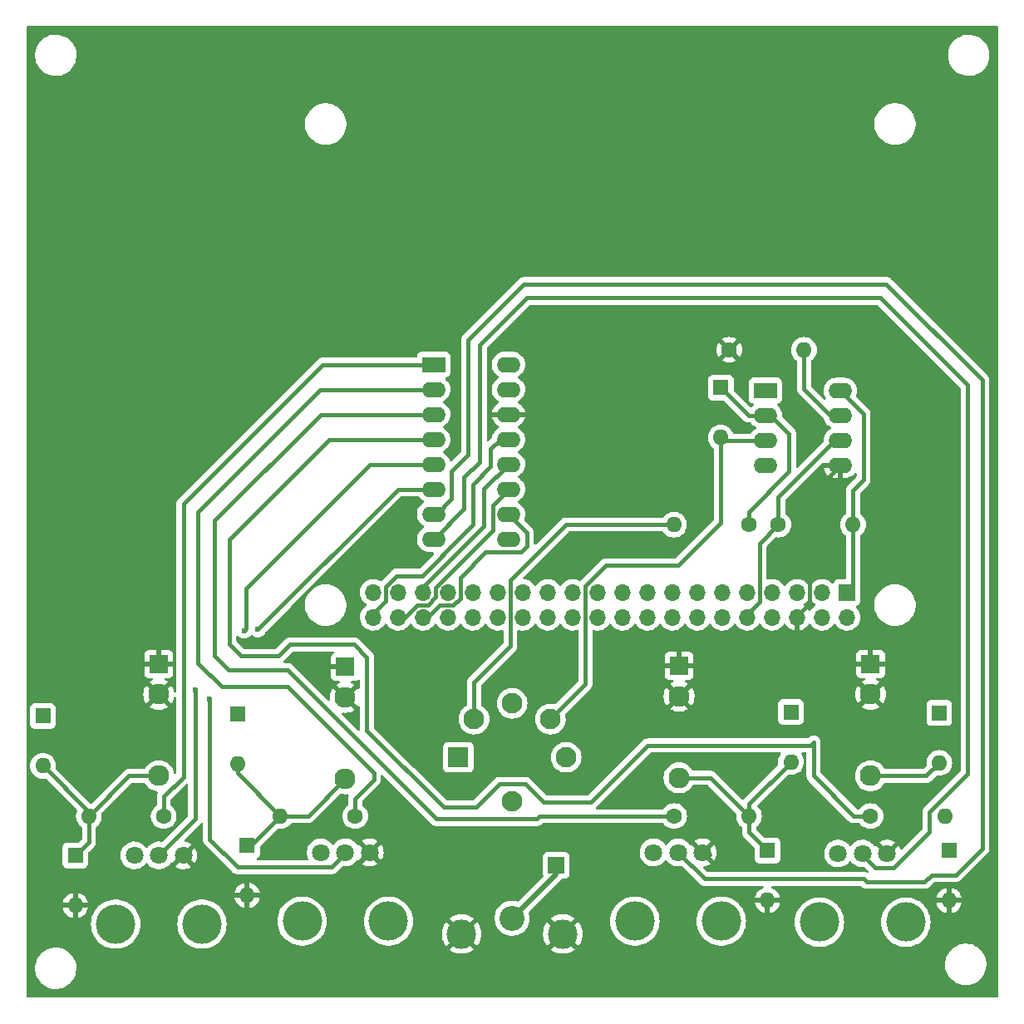
<source format=gbr>
G04 #@! TF.GenerationSoftware,KiCad,Pcbnew,6.0.7*
G04 #@! TF.CreationDate,2022-10-27T17:53:38+13:00*
G04 #@! TF.ProjectId,i_n_c_u_r,695f6e5f-635f-4755-9f72-2e6b69636164,rev?*
G04 #@! TF.SameCoordinates,Original*
G04 #@! TF.FileFunction,Copper,L1,Top*
G04 #@! TF.FilePolarity,Positive*
%FSLAX46Y46*%
G04 Gerber Fmt 4.6, Leading zero omitted, Abs format (unit mm)*
G04 Created by KiCad (PCBNEW 6.0.7) date 2022-10-27 17:53:38*
%MOMM*%
%LPD*%
G01*
G04 APERTURE LIST*
G04 #@! TA.AperFunction,ComponentPad*
%ADD10R,1.600000X1.600000*%
G04 #@! TD*
G04 #@! TA.AperFunction,ComponentPad*
%ADD11O,1.600000X1.600000*%
G04 #@! TD*
G04 #@! TA.AperFunction,ComponentPad*
%ADD12R,1.930000X1.830000*%
G04 #@! TD*
G04 #@! TA.AperFunction,ComponentPad*
%ADD13C,2.130000*%
G04 #@! TD*
G04 #@! TA.AperFunction,ComponentPad*
%ADD14R,1.700000X1.700000*%
G04 #@! TD*
G04 #@! TA.AperFunction,ComponentPad*
%ADD15C,1.600000*%
G04 #@! TD*
G04 #@! TA.AperFunction,ComponentPad*
%ADD16R,2.400000X1.600000*%
G04 #@! TD*
G04 #@! TA.AperFunction,ComponentPad*
%ADD17O,2.400000X1.600000*%
G04 #@! TD*
G04 #@! TA.AperFunction,ComponentPad*
%ADD18R,2.100000X2.100000*%
G04 #@! TD*
G04 #@! TA.AperFunction,ComponentPad*
%ADD19C,2.100000*%
G04 #@! TD*
G04 #@! TA.AperFunction,ComponentPad*
%ADD20C,2.550000*%
G04 #@! TD*
G04 #@! TA.AperFunction,ComponentPad*
%ADD21C,3.000000*%
G04 #@! TD*
G04 #@! TA.AperFunction,ComponentPad*
%ADD22O,1.700000X1.700000*%
G04 #@! TD*
G04 #@! TA.AperFunction,WasherPad*
%ADD23C,4.000000*%
G04 #@! TD*
G04 #@! TA.AperFunction,ComponentPad*
%ADD24C,1.800000*%
G04 #@! TD*
G04 #@! TA.AperFunction,ViaPad*
%ADD25C,0.600000*%
G04 #@! TD*
G04 #@! TA.AperFunction,Conductor*
%ADD26C,0.400000*%
G04 #@! TD*
G04 #@! TA.AperFunction,Conductor*
%ADD27C,0.500000*%
G04 #@! TD*
G04 APERTURE END LIST*
D10*
X72200000Y-110800000D03*
D11*
X72200000Y-115880000D03*
D10*
X75500000Y-125000000D03*
D11*
X75500000Y-130080000D03*
D10*
X92000000Y-110600000D03*
D11*
X92000000Y-115680000D03*
D10*
X93000000Y-124000000D03*
D11*
X93000000Y-129080000D03*
D10*
X148400000Y-110400000D03*
D11*
X148400000Y-115480000D03*
D10*
X146000000Y-124500000D03*
D11*
X146000000Y-129580000D03*
D10*
X163500000Y-110500000D03*
D11*
X163500000Y-115580000D03*
D10*
X164500000Y-124500000D03*
D11*
X164500000Y-129580000D03*
D10*
X141250000Y-77350000D03*
D11*
X141250000Y-82430000D03*
D12*
X84000000Y-105500000D03*
D13*
X84000000Y-116900000D03*
X84000000Y-108600000D03*
D12*
X103000000Y-105800000D03*
D13*
X103000000Y-117200000D03*
X103000000Y-108900000D03*
D12*
X137000000Y-105700000D03*
D13*
X137000000Y-117100000D03*
X137000000Y-108800000D03*
D14*
X124500000Y-126000000D03*
D15*
X84500000Y-121000000D03*
D11*
X76880000Y-121000000D03*
D15*
X104000000Y-121000000D03*
D11*
X96380000Y-121000000D03*
D15*
X136500000Y-121000000D03*
D11*
X144120000Y-121000000D03*
D15*
X156500000Y-121000000D03*
D11*
X164120000Y-121000000D03*
D15*
X144100000Y-91300000D03*
D11*
X136480000Y-91300000D03*
D15*
X142100000Y-73500000D03*
D11*
X149720000Y-73500000D03*
D15*
X147100000Y-91300000D03*
D11*
X154720000Y-91300000D03*
D16*
X112000000Y-75000000D03*
D17*
X112000000Y-77540000D03*
X112000000Y-80080000D03*
X112000000Y-82620000D03*
X112000000Y-85160000D03*
X112000000Y-87700000D03*
X112000000Y-90240000D03*
X112000000Y-92780000D03*
X119620000Y-92780000D03*
X119620000Y-90240000D03*
X119620000Y-87700000D03*
X119620000Y-85160000D03*
X119620000Y-82620000D03*
X119620000Y-80080000D03*
X119620000Y-77540000D03*
X119620000Y-75000000D03*
D16*
X145800000Y-77650000D03*
D17*
X145800000Y-80190000D03*
X145800000Y-82730000D03*
X145800000Y-85270000D03*
X153420000Y-85270000D03*
X153420000Y-82730000D03*
X153420000Y-80190000D03*
X153420000Y-77650000D03*
D12*
X156500000Y-105500000D03*
D13*
X156500000Y-116900000D03*
X156500000Y-108600000D03*
D18*
X114500000Y-115000000D03*
D19*
X120000000Y-109500000D03*
X125500000Y-115000000D03*
X116110000Y-111110000D03*
X123890000Y-111110000D03*
X120000000Y-119500000D03*
D20*
X120000000Y-131400000D03*
D21*
X125150000Y-133000000D03*
X114850000Y-133000000D03*
D14*
X154100000Y-98200000D03*
D22*
X154100000Y-100740000D03*
X151560000Y-98200000D03*
X151560000Y-100740000D03*
X149020000Y-98200000D03*
X149020000Y-100740000D03*
X146480000Y-98200000D03*
X146480000Y-100740000D03*
X143940000Y-98200000D03*
X143940000Y-100740000D03*
X141400000Y-98200000D03*
X141400000Y-100740000D03*
X138860000Y-98200000D03*
X138860000Y-100740000D03*
X136320000Y-98200000D03*
X136320000Y-100740000D03*
X133780000Y-98200000D03*
X133780000Y-100740000D03*
X131240000Y-98200000D03*
X131240000Y-100740000D03*
X128700000Y-98200000D03*
X128700000Y-100740000D03*
X126160000Y-98200000D03*
X126160000Y-100740000D03*
X123620000Y-98200000D03*
X123620000Y-100740000D03*
X121080000Y-98200000D03*
X121080000Y-100740000D03*
X118540000Y-98200000D03*
X118540000Y-100740000D03*
X116000000Y-98200000D03*
X116000000Y-100740000D03*
X113460000Y-98200000D03*
X113460000Y-100740000D03*
X110920000Y-98200000D03*
X110920000Y-100740000D03*
X108380000Y-98200000D03*
X108380000Y-100740000D03*
X105840000Y-98200000D03*
X105840000Y-100740000D03*
D23*
X88400000Y-132000000D03*
X79600000Y-132000000D03*
D24*
X81500000Y-125000000D03*
X84000000Y-125000000D03*
X86500000Y-125000000D03*
D23*
X107400000Y-131700000D03*
X98600000Y-131700000D03*
D24*
X100500000Y-124700000D03*
X103000000Y-124700000D03*
X105500000Y-124700000D03*
D23*
X141300000Y-131700000D03*
X132500000Y-131700000D03*
D24*
X134400000Y-124700000D03*
X136900000Y-124700000D03*
X139400000Y-124700000D03*
D23*
X151300000Y-131800000D03*
X160100000Y-131800000D03*
D24*
X153200000Y-124800000D03*
X155700000Y-124800000D03*
X158200000Y-124800000D03*
D25*
X92700000Y-102100000D03*
X87700000Y-108100000D03*
X89200000Y-109100000D03*
X94100000Y-102000000D03*
D26*
X84000000Y-116900000D02*
X80980000Y-116900000D01*
D27*
X100500000Y-125000000D02*
X100380000Y-125000000D01*
D26*
X80980000Y-116900000D02*
X76880000Y-121000000D01*
X76880000Y-120560000D02*
X72200000Y-115880000D01*
X76880000Y-123620000D02*
X75500000Y-125000000D01*
X76880000Y-121000000D02*
X76880000Y-120560000D01*
X76880000Y-121000000D02*
X76880000Y-123620000D01*
X149020000Y-100580000D02*
X150300000Y-99300000D01*
X150300000Y-99300000D02*
X150300000Y-88390000D01*
X150300000Y-88390000D02*
X153420000Y-85270000D01*
D27*
X149080000Y-100800000D02*
X149080000Y-101080000D01*
D26*
X149080000Y-100800000D02*
X149080000Y-100280000D01*
D27*
X149080000Y-100800000D02*
X149300000Y-100800000D01*
X139500000Y-125000000D02*
X140120000Y-125000000D01*
D26*
X149020000Y-100740000D02*
X149020000Y-100580000D01*
X149080000Y-100800000D02*
X148700000Y-100800000D01*
X92000000Y-116620000D02*
X96380000Y-121000000D01*
X93380000Y-124000000D02*
X96380000Y-121000000D01*
X99200000Y-121000000D02*
X103000000Y-117200000D01*
X92000000Y-115680000D02*
X92000000Y-116620000D01*
X93000000Y-124000000D02*
X93380000Y-124000000D01*
X96380000Y-121000000D02*
X99200000Y-121000000D01*
X140220000Y-117100000D02*
X144120000Y-121000000D01*
X144120000Y-122620000D02*
X146000000Y-124500000D01*
X144120000Y-119760000D02*
X148400000Y-115480000D01*
X144120000Y-121000000D02*
X144120000Y-122620000D01*
X137000000Y-117100000D02*
X140220000Y-117100000D01*
X144120000Y-121000000D02*
X144120000Y-119760000D01*
X162180000Y-116900000D02*
X163500000Y-115580000D01*
X156500000Y-116900000D02*
X162180000Y-116900000D01*
X144090000Y-80190000D02*
X141250000Y-77350000D01*
X146340000Y-80190000D02*
X148200000Y-82050000D01*
X148200000Y-82050000D02*
X148200000Y-85900000D01*
X148200000Y-85900000D02*
X144100000Y-90000000D01*
X144100000Y-90000000D02*
X144100000Y-91300000D01*
X145800000Y-80190000D02*
X144090000Y-80190000D01*
X145800000Y-80190000D02*
X146340000Y-80190000D01*
X141550000Y-82730000D02*
X141250000Y-82430000D01*
X141550000Y-82730000D02*
X141250000Y-82430000D01*
X141250000Y-91100000D02*
X136900000Y-95450000D01*
X136900000Y-95450000D02*
X129550000Y-95450000D01*
X129550000Y-95450000D02*
X127450000Y-97550000D01*
X127450000Y-97550000D02*
X127450000Y-107550000D01*
X127450000Y-107550000D02*
X123890000Y-111110000D01*
X145800000Y-82730000D02*
X141550000Y-82730000D01*
X141250000Y-82430000D02*
X141250000Y-91100000D01*
X105840000Y-100360000D02*
X107100000Y-99100000D01*
X107100000Y-99100000D02*
X107100000Y-97600000D01*
X107100000Y-97600000D02*
X108200000Y-96500000D01*
X108200000Y-96500000D02*
X110800000Y-96500000D01*
X110800000Y-96500000D02*
X115000000Y-92300000D01*
X115000000Y-92300000D02*
X116000000Y-91300000D01*
X116000000Y-91300000D02*
X116000000Y-87200000D01*
X116000000Y-87200000D02*
X117800000Y-85400000D01*
X117800000Y-85400000D02*
X117800000Y-83600000D01*
X117800000Y-83600000D02*
X118780000Y-82620000D01*
X118780000Y-82620000D02*
X119620000Y-82620000D01*
X105840000Y-100740000D02*
X105840000Y-100360000D01*
X110920000Y-97680000D02*
X117100000Y-91500000D01*
X117100000Y-91500000D02*
X117100000Y-87680000D01*
X117100000Y-87680000D02*
X119620000Y-85160000D01*
X110920000Y-98200000D02*
X110920000Y-97680000D01*
X109060000Y-100740000D02*
X110300000Y-99500000D01*
X110300000Y-99500000D02*
X111400000Y-99500000D01*
X111400000Y-99500000D02*
X112200000Y-98700000D01*
X112200000Y-98700000D02*
X112200000Y-97700000D01*
X112200000Y-97700000D02*
X118000000Y-91900000D01*
X118000000Y-91900000D02*
X118000000Y-89320000D01*
X118000000Y-89320000D02*
X119620000Y-87700000D01*
X108380000Y-100740000D02*
X109060000Y-100740000D01*
X111360000Y-100740000D02*
X112600000Y-99500000D01*
X112600000Y-99500000D02*
X114000000Y-99500000D01*
X114000000Y-99500000D02*
X114700000Y-98800000D01*
X114700000Y-98800000D02*
X114700000Y-96700000D01*
X114700000Y-96700000D02*
X117300000Y-94100000D01*
X120900000Y-94100000D02*
X121500000Y-93500000D01*
X121500000Y-93500000D02*
X121500000Y-92120000D01*
X121500000Y-92120000D02*
X119620000Y-90240000D01*
X117300000Y-94100000D02*
X120900000Y-94100000D01*
X110920000Y-100740000D02*
X111360000Y-100740000D01*
X110920000Y-100740000D02*
X111140000Y-100740000D01*
X110920000Y-100740000D02*
X110920000Y-100580000D01*
X143940000Y-100460000D02*
X145200000Y-99200000D01*
X145200000Y-99200000D02*
X145200000Y-93200000D01*
X145200000Y-93200000D02*
X147100000Y-91300000D01*
X147100000Y-88500000D02*
X152870000Y-82730000D01*
X152870000Y-82730000D02*
X153420000Y-82730000D01*
X143940000Y-100740000D02*
X143940000Y-100460000D01*
X147100000Y-91300000D02*
X147100000Y-88500000D01*
X143940000Y-100740000D02*
X143960000Y-100740000D01*
X154720000Y-97580000D02*
X154100000Y-98200000D01*
X154720000Y-87780000D02*
X155800000Y-86700000D01*
X155800000Y-86700000D02*
X155800000Y-80030000D01*
X155800000Y-80030000D02*
X153420000Y-77650000D01*
X154160000Y-98260000D02*
X154160000Y-97660000D01*
X154720000Y-91300000D02*
X154720000Y-97580000D01*
X154720000Y-91300000D02*
X154720000Y-87780000D01*
X84500000Y-119000000D02*
X86500000Y-117000000D01*
X86500000Y-117000000D02*
X86500000Y-89200000D01*
X86500000Y-89200000D02*
X100700000Y-75000000D01*
X100700000Y-75000000D02*
X112000000Y-75000000D01*
X84500000Y-121000000D02*
X84500000Y-119000000D01*
X104000000Y-119200000D02*
X105900000Y-117300000D01*
X105900000Y-117300000D02*
X105900000Y-116600000D01*
X105900000Y-116600000D02*
X97100000Y-107800000D01*
X97100000Y-107800000D02*
X90400000Y-107800000D01*
X90400000Y-107800000D02*
X88000000Y-105400000D01*
X88000000Y-105400000D02*
X88000000Y-90000000D01*
X88000000Y-90000000D02*
X100460000Y-77540000D01*
X100460000Y-77540000D02*
X112000000Y-77540000D01*
X104000000Y-121000000D02*
X104000000Y-119200000D01*
X122800000Y-121000000D02*
X122500000Y-121300000D01*
X122500000Y-121300000D02*
X113000000Y-121300000D01*
X113000000Y-121300000D02*
X112300000Y-121300000D01*
X112300000Y-121300000D02*
X97100000Y-106100000D01*
X97100000Y-106100000D02*
X91100000Y-106100000D01*
X91100000Y-106100000D02*
X89700000Y-104700000D01*
X89700000Y-104700000D02*
X89700000Y-90900000D01*
X89700000Y-90900000D02*
X100520000Y-80080000D01*
X100520000Y-80080000D02*
X112000000Y-80080000D01*
X136500000Y-121000000D02*
X122800000Y-121000000D01*
D27*
X136500000Y-121000000D02*
X136500000Y-120500000D01*
D26*
X154800000Y-121000000D02*
X150700000Y-116900000D01*
X150700000Y-116900000D02*
X150700000Y-113500000D01*
X150700000Y-113500000D02*
X150400000Y-113800000D01*
X150400000Y-113800000D02*
X133800000Y-113800000D01*
X133800000Y-113800000D02*
X128000000Y-119600000D01*
X128000000Y-119600000D02*
X123200000Y-119600000D01*
X123200000Y-119600000D02*
X121300000Y-117700000D01*
X121300000Y-117700000D02*
X118700000Y-117700000D01*
X118700000Y-117700000D02*
X116300000Y-120100000D01*
X116300000Y-120100000D02*
X113000000Y-120100000D01*
X113000000Y-120100000D02*
X105200000Y-112300000D01*
X105200000Y-112300000D02*
X105200000Y-104800000D01*
X105200000Y-104800000D02*
X103900000Y-103500000D01*
X103900000Y-103500000D02*
X97400000Y-103500000D01*
X97400000Y-103500000D02*
X96200000Y-104700000D01*
X96200000Y-104700000D02*
X92400000Y-104700000D01*
X92400000Y-104700000D02*
X91200000Y-103500000D01*
X91200000Y-103500000D02*
X91200000Y-92800000D01*
X91200000Y-92800000D02*
X101380000Y-82620000D01*
X101380000Y-82620000D02*
X112000000Y-82620000D01*
X156500000Y-121000000D02*
X154800000Y-121000000D01*
X156500000Y-121000000D02*
X156500000Y-120900000D01*
X152390000Y-80190000D02*
X149720000Y-77520000D01*
X149720000Y-77520000D02*
X149720000Y-73500000D01*
X153420000Y-80190000D02*
X152390000Y-80190000D01*
X87700000Y-121300000D02*
X87700000Y-108100000D01*
X92700000Y-102100000D02*
X92900000Y-101900000D01*
X92900000Y-101900000D02*
X92900000Y-97800000D01*
X92900000Y-97800000D02*
X105540000Y-85160000D01*
X105540000Y-85160000D02*
X112000000Y-85160000D01*
X84000000Y-125000000D02*
X87700000Y-121300000D01*
X103000000Y-124800000D02*
X101600000Y-126200000D01*
X101600000Y-126200000D02*
X92000000Y-126200000D01*
X92000000Y-126200000D02*
X89200000Y-123400000D01*
X89200000Y-123400000D02*
X89200000Y-109100000D01*
X94100000Y-102000000D02*
X108400000Y-87700000D01*
X108400000Y-87700000D02*
X112000000Y-87700000D01*
X103000000Y-124700000D02*
X103000000Y-124800000D01*
X139600000Y-127400000D02*
X155800000Y-127400000D01*
X155800000Y-127400000D02*
X156100000Y-127700000D01*
X156100000Y-127700000D02*
X162000000Y-127700000D01*
X162000000Y-127700000D02*
X162700000Y-127000000D01*
X162700000Y-127000000D02*
X165200000Y-127000000D01*
X165200000Y-127000000D02*
X167900000Y-124300000D01*
X167900000Y-124300000D02*
X167900000Y-76600000D01*
X167900000Y-76600000D02*
X158100000Y-66800000D01*
X158100000Y-66800000D02*
X121200000Y-66800000D01*
X121200000Y-66800000D02*
X115500000Y-72500000D01*
X115500000Y-72500000D02*
X115500000Y-84200000D01*
X115500000Y-84200000D02*
X113800000Y-85900000D01*
X113800000Y-85900000D02*
X113800000Y-88700000D01*
X113800000Y-88700000D02*
X112260000Y-90240000D01*
X112260000Y-90240000D02*
X112000000Y-90240000D01*
X136900000Y-124700000D02*
X139600000Y-127400000D01*
X155700000Y-125000000D02*
X157000000Y-126300000D01*
X157000000Y-126300000D02*
X158800000Y-126300000D01*
X158800000Y-126300000D02*
X162500000Y-122600000D01*
X162500000Y-122600000D02*
X162500000Y-120600000D01*
X162500000Y-120600000D02*
X166400000Y-116700000D01*
X166400000Y-116700000D02*
X166400000Y-77100000D01*
X166400000Y-77100000D02*
X157500000Y-68200000D01*
X157500000Y-68200000D02*
X121500000Y-68200000D01*
X121500000Y-68200000D02*
X116700000Y-73000000D01*
X116700000Y-73000000D02*
X116700000Y-84900000D01*
X116700000Y-84900000D02*
X115100000Y-86500000D01*
X115100000Y-86500000D02*
X115100000Y-89680000D01*
X115100000Y-89680000D02*
X112000000Y-92780000D01*
X155700000Y-124800000D02*
X155700000Y-125000000D01*
D27*
X124500000Y-126900000D02*
X120000000Y-131400000D01*
X124500000Y-126000000D02*
X124500000Y-126900000D01*
D26*
X125450000Y-91300000D02*
X119800000Y-96950000D01*
X119800000Y-96950000D02*
X119800000Y-103650000D01*
X119800000Y-103650000D02*
X116110000Y-107340000D01*
X116110000Y-107340000D02*
X116110000Y-111110000D01*
X136480000Y-91300000D02*
X125450000Y-91300000D01*
X116110000Y-111110000D02*
X116110000Y-110890000D01*
G04 #@! TA.AperFunction,Conductor*
G36*
X169433621Y-40528502D02*
G01*
X169480114Y-40582158D01*
X169491500Y-40634500D01*
X169491500Y-139365500D01*
X169471498Y-139433621D01*
X169417842Y-139480114D01*
X169365500Y-139491500D01*
X70634500Y-139491500D01*
X70566379Y-139471498D01*
X70519886Y-139417842D01*
X70508500Y-139365500D01*
X70508500Y-136632703D01*
X71390743Y-136632703D01*
X71428268Y-136917734D01*
X71504129Y-137195036D01*
X71505813Y-137198984D01*
X71559252Y-137324268D01*
X71616923Y-137459476D01*
X71764561Y-137706161D01*
X71944313Y-137930528D01*
X72152851Y-138128423D01*
X72386317Y-138296186D01*
X72390112Y-138298195D01*
X72390113Y-138298196D01*
X72411869Y-138309715D01*
X72640392Y-138430712D01*
X72910373Y-138529511D01*
X73191264Y-138590755D01*
X73219841Y-138593004D01*
X73414282Y-138608307D01*
X73414291Y-138608307D01*
X73416739Y-138608500D01*
X73572271Y-138608500D01*
X73574407Y-138608354D01*
X73574418Y-138608354D01*
X73782548Y-138594165D01*
X73782554Y-138594164D01*
X73786825Y-138593873D01*
X73791020Y-138593004D01*
X73791022Y-138593004D01*
X73927583Y-138564724D01*
X74068342Y-138535574D01*
X74339343Y-138439607D01*
X74594812Y-138307750D01*
X74598313Y-138305289D01*
X74598317Y-138305287D01*
X74712417Y-138225096D01*
X74830023Y-138142441D01*
X74908403Y-138069606D01*
X75037479Y-137949661D01*
X75037481Y-137949658D01*
X75040622Y-137946740D01*
X75222713Y-137724268D01*
X75372927Y-137479142D01*
X75488483Y-137215898D01*
X75567244Y-136939406D01*
X75607751Y-136654784D01*
X75607845Y-136636951D01*
X75609235Y-136371583D01*
X75609235Y-136371576D01*
X75609257Y-136367297D01*
X75591537Y-136232703D01*
X164090743Y-136232703D01*
X164128268Y-136517734D01*
X164204129Y-136795036D01*
X164316923Y-137059476D01*
X164464561Y-137306161D01*
X164644313Y-137530528D01*
X164661397Y-137546740D01*
X164848473Y-137724268D01*
X164852851Y-137728423D01*
X165086317Y-137896186D01*
X165090112Y-137898195D01*
X165090113Y-137898196D01*
X165111869Y-137909715D01*
X165340392Y-138030712D01*
X165364699Y-138039607D01*
X165599339Y-138125473D01*
X165610373Y-138129511D01*
X165891264Y-138190755D01*
X165919841Y-138193004D01*
X166114282Y-138208307D01*
X166114291Y-138208307D01*
X166116739Y-138208500D01*
X166272271Y-138208500D01*
X166274407Y-138208354D01*
X166274418Y-138208354D01*
X166482548Y-138194165D01*
X166482554Y-138194164D01*
X166486825Y-138193873D01*
X166491020Y-138193004D01*
X166491022Y-138193004D01*
X166627584Y-138164723D01*
X166768342Y-138135574D01*
X167039343Y-138039607D01*
X167294812Y-137907750D01*
X167298313Y-137905289D01*
X167298317Y-137905287D01*
X167412417Y-137825096D01*
X167530023Y-137742441D01*
X167740622Y-137546740D01*
X167922713Y-137324268D01*
X168072927Y-137079142D01*
X168188483Y-136815898D01*
X168267244Y-136539406D01*
X168307751Y-136254784D01*
X168307845Y-136236951D01*
X168309235Y-135971583D01*
X168309235Y-135971576D01*
X168309257Y-135967297D01*
X168271732Y-135682266D01*
X168195871Y-135404964D01*
X168142307Y-135279386D01*
X168084763Y-135144476D01*
X168084761Y-135144472D01*
X168083077Y-135140524D01*
X167985543Y-134977557D01*
X167937643Y-134897521D01*
X167937640Y-134897517D01*
X167935439Y-134893839D01*
X167755687Y-134669472D01*
X167547149Y-134471577D01*
X167313683Y-134303814D01*
X167291843Y-134292250D01*
X167248756Y-134269437D01*
X167059608Y-134169288D01*
X166844154Y-134090443D01*
X166793658Y-134071964D01*
X166793656Y-134071963D01*
X166789627Y-134070489D01*
X166508736Y-134009245D01*
X166477685Y-134006801D01*
X166285718Y-133991693D01*
X166285709Y-133991693D01*
X166283261Y-133991500D01*
X166127729Y-133991500D01*
X166125593Y-133991646D01*
X166125582Y-133991646D01*
X165917452Y-134005835D01*
X165917446Y-134005836D01*
X165913175Y-134006127D01*
X165908980Y-134006996D01*
X165908978Y-134006996D01*
X165842741Y-134020713D01*
X165631658Y-134064426D01*
X165360657Y-134160393D01*
X165356848Y-134162359D01*
X165149388Y-134269437D01*
X165105188Y-134292250D01*
X165101687Y-134294711D01*
X165101683Y-134294713D01*
X164987582Y-134374905D01*
X164869977Y-134457559D01*
X164851717Y-134474527D01*
X164683786Y-134630579D01*
X164659378Y-134653260D01*
X164477287Y-134875732D01*
X164327073Y-135120858D01*
X164211517Y-135384102D01*
X164132756Y-135660594D01*
X164092249Y-135945216D01*
X164092227Y-135949505D01*
X164092226Y-135949512D01*
X164090765Y-136228417D01*
X164090743Y-136232703D01*
X75591537Y-136232703D01*
X75571732Y-136082266D01*
X75495871Y-135804964D01*
X75383077Y-135540524D01*
X75235439Y-135293839D01*
X75055687Y-135069472D01*
X74886219Y-134908653D01*
X74850258Y-134874527D01*
X74850255Y-134874525D01*
X74847149Y-134871577D01*
X74613683Y-134703814D01*
X74591843Y-134692250D01*
X74465870Y-134625551D01*
X74398073Y-134589654D01*
X113625618Y-134589654D01*
X113632673Y-134599627D01*
X113663679Y-134625551D01*
X113670598Y-134630579D01*
X113895272Y-134771515D01*
X113902807Y-134775556D01*
X114144520Y-134884694D01*
X114152551Y-134887680D01*
X114406832Y-134963002D01*
X114415184Y-134964869D01*
X114677340Y-135004984D01*
X114685874Y-135005700D01*
X114951045Y-135009867D01*
X114959596Y-135009418D01*
X115222883Y-134977557D01*
X115231284Y-134975955D01*
X115487824Y-134908653D01*
X115495926Y-134905926D01*
X115740949Y-134804434D01*
X115748617Y-134800628D01*
X115977598Y-134666822D01*
X115984679Y-134662009D01*
X116064655Y-134599301D01*
X116071545Y-134589654D01*
X123925618Y-134589654D01*
X123932673Y-134599627D01*
X123963679Y-134625551D01*
X123970598Y-134630579D01*
X124195272Y-134771515D01*
X124202807Y-134775556D01*
X124444520Y-134884694D01*
X124452551Y-134887680D01*
X124706832Y-134963002D01*
X124715184Y-134964869D01*
X124977340Y-135004984D01*
X124985874Y-135005700D01*
X125251045Y-135009867D01*
X125259596Y-135009418D01*
X125522883Y-134977557D01*
X125531284Y-134975955D01*
X125787824Y-134908653D01*
X125795926Y-134905926D01*
X126040949Y-134804434D01*
X126048617Y-134800628D01*
X126277598Y-134666822D01*
X126284679Y-134662009D01*
X126364655Y-134599301D01*
X126373125Y-134587442D01*
X126366608Y-134575818D01*
X125162812Y-133372022D01*
X125148868Y-133364408D01*
X125147035Y-133364539D01*
X125140420Y-133368790D01*
X123932910Y-134576300D01*
X123925618Y-134589654D01*
X116071545Y-134589654D01*
X116073125Y-134587442D01*
X116066608Y-134575818D01*
X114862812Y-133372022D01*
X114848868Y-133364408D01*
X114847035Y-133364539D01*
X114840420Y-133368790D01*
X113632910Y-134576300D01*
X113625618Y-134589654D01*
X74398073Y-134589654D01*
X74359608Y-134569288D01*
X74192139Y-134508003D01*
X74093658Y-134471964D01*
X74093656Y-134471963D01*
X74089627Y-134470489D01*
X73808736Y-134409245D01*
X73777685Y-134406801D01*
X73585718Y-134391693D01*
X73585709Y-134391693D01*
X73583261Y-134391500D01*
X73427729Y-134391500D01*
X73425593Y-134391646D01*
X73425582Y-134391646D01*
X73217452Y-134405835D01*
X73217446Y-134405836D01*
X73213175Y-134406127D01*
X73208980Y-134406996D01*
X73208978Y-134406996D01*
X73072417Y-134435276D01*
X72931658Y-134464426D01*
X72660657Y-134560393D01*
X72405188Y-134692250D01*
X72401687Y-134694711D01*
X72401683Y-134694713D01*
X72391594Y-134701804D01*
X72169977Y-134857559D01*
X72140776Y-134884694D01*
X72006558Y-135009418D01*
X71959378Y-135053260D01*
X71777287Y-135275732D01*
X71627073Y-135520858D01*
X71511517Y-135784102D01*
X71432756Y-136060594D01*
X71392249Y-136345216D01*
X71392227Y-136349505D01*
X71392226Y-136349512D01*
X71391210Y-136543534D01*
X71390743Y-136632703D01*
X70508500Y-136632703D01*
X70508500Y-132000000D01*
X77086540Y-132000000D01*
X77106359Y-132315020D01*
X77165505Y-132625072D01*
X77263044Y-132925266D01*
X77264731Y-132928852D01*
X77264733Y-132928856D01*
X77395750Y-133207283D01*
X77395754Y-133207290D01*
X77397438Y-133210869D01*
X77566568Y-133477375D01*
X77767767Y-133720582D01*
X77997860Y-133936654D01*
X78001062Y-133938981D01*
X78001064Y-133938982D01*
X78051605Y-133975702D01*
X78253221Y-134122184D01*
X78256690Y-134124091D01*
X78256693Y-134124093D01*
X78526352Y-134272340D01*
X78529821Y-134274247D01*
X78533490Y-134275700D01*
X78533495Y-134275702D01*
X78819628Y-134388990D01*
X78823298Y-134390443D01*
X79129025Y-134468940D01*
X79442179Y-134508500D01*
X79757821Y-134508500D01*
X80070975Y-134468940D01*
X80376702Y-134390443D01*
X80380372Y-134388990D01*
X80666505Y-134275702D01*
X80666510Y-134275700D01*
X80670179Y-134274247D01*
X80673648Y-134272340D01*
X80943307Y-134124093D01*
X80943310Y-134124091D01*
X80946779Y-134122184D01*
X81148395Y-133975702D01*
X81198936Y-133938982D01*
X81198938Y-133938981D01*
X81202140Y-133936654D01*
X81432233Y-133720582D01*
X81633432Y-133477375D01*
X81802562Y-133210869D01*
X81804246Y-133207290D01*
X81804250Y-133207283D01*
X81935267Y-132928856D01*
X81935269Y-132928852D01*
X81936956Y-132925266D01*
X82034495Y-132625072D01*
X82093641Y-132315020D01*
X82113460Y-132000000D01*
X85886540Y-132000000D01*
X85906359Y-132315020D01*
X85965505Y-132625072D01*
X86063044Y-132925266D01*
X86064731Y-132928852D01*
X86064733Y-132928856D01*
X86195750Y-133207283D01*
X86195754Y-133207290D01*
X86197438Y-133210869D01*
X86366568Y-133477375D01*
X86567767Y-133720582D01*
X86797860Y-133936654D01*
X86801062Y-133938981D01*
X86801064Y-133938982D01*
X86851605Y-133975702D01*
X87053221Y-134122184D01*
X87056690Y-134124091D01*
X87056693Y-134124093D01*
X87326352Y-134272340D01*
X87329821Y-134274247D01*
X87333490Y-134275700D01*
X87333495Y-134275702D01*
X87619628Y-134388990D01*
X87623298Y-134390443D01*
X87929025Y-134468940D01*
X88242179Y-134508500D01*
X88557821Y-134508500D01*
X88870975Y-134468940D01*
X89176702Y-134390443D01*
X89180372Y-134388990D01*
X89466505Y-134275702D01*
X89466510Y-134275700D01*
X89470179Y-134274247D01*
X89473648Y-134272340D01*
X89743307Y-134124093D01*
X89743310Y-134124091D01*
X89746779Y-134122184D01*
X89948395Y-133975702D01*
X89998936Y-133938982D01*
X89998938Y-133938981D01*
X90002140Y-133936654D01*
X90232233Y-133720582D01*
X90433432Y-133477375D01*
X90602562Y-133210869D01*
X90604246Y-133207290D01*
X90604250Y-133207283D01*
X90735267Y-132928856D01*
X90735269Y-132928852D01*
X90736956Y-132925266D01*
X90834495Y-132625072D01*
X90893641Y-132315020D01*
X90913460Y-132000000D01*
X90894586Y-131700000D01*
X96086540Y-131700000D01*
X96106359Y-132015020D01*
X96165505Y-132325072D01*
X96263044Y-132625266D01*
X96264730Y-132628848D01*
X96264733Y-132628856D01*
X96395750Y-132907283D01*
X96395754Y-132907290D01*
X96397438Y-132910869D01*
X96566568Y-133177375D01*
X96574719Y-133187228D01*
X96727595Y-133372022D01*
X96767767Y-133420582D01*
X96997860Y-133636654D01*
X97253221Y-133822184D01*
X97256690Y-133824091D01*
X97256693Y-133824093D01*
X97526352Y-133972340D01*
X97529821Y-133974247D01*
X97533490Y-133975700D01*
X97533495Y-133975702D01*
X97801754Y-134081913D01*
X97823298Y-134090443D01*
X98129025Y-134168940D01*
X98442179Y-134208500D01*
X98757821Y-134208500D01*
X99070975Y-134168940D01*
X99376702Y-134090443D01*
X99398246Y-134081913D01*
X99666505Y-133975702D01*
X99666510Y-133975700D01*
X99670179Y-133974247D01*
X99673648Y-133972340D01*
X99943307Y-133824093D01*
X99943310Y-133824091D01*
X99946779Y-133822184D01*
X100202140Y-133636654D01*
X100432233Y-133420582D01*
X100472406Y-133372022D01*
X100625281Y-133187228D01*
X100633432Y-133177375D01*
X100802562Y-132910869D01*
X100804246Y-132907290D01*
X100804250Y-132907283D01*
X100935267Y-132628856D01*
X100935270Y-132628848D01*
X100936956Y-132625266D01*
X101034495Y-132325072D01*
X101093641Y-132015020D01*
X101113460Y-131700000D01*
X104886540Y-131700000D01*
X104906359Y-132015020D01*
X104965505Y-132325072D01*
X105063044Y-132625266D01*
X105064730Y-132628848D01*
X105064733Y-132628856D01*
X105195750Y-132907283D01*
X105195754Y-132907290D01*
X105197438Y-132910869D01*
X105366568Y-133177375D01*
X105374719Y-133187228D01*
X105527595Y-133372022D01*
X105567767Y-133420582D01*
X105797860Y-133636654D01*
X106053221Y-133822184D01*
X106056690Y-133824091D01*
X106056693Y-133824093D01*
X106326352Y-133972340D01*
X106329821Y-133974247D01*
X106333490Y-133975700D01*
X106333495Y-133975702D01*
X106601754Y-134081913D01*
X106623298Y-134090443D01*
X106929025Y-134168940D01*
X107242179Y-134208500D01*
X107557821Y-134208500D01*
X107870975Y-134168940D01*
X108176702Y-134090443D01*
X108198246Y-134081913D01*
X108466505Y-133975702D01*
X108466510Y-133975700D01*
X108470179Y-133974247D01*
X108473648Y-133972340D01*
X108743307Y-133824093D01*
X108743310Y-133824091D01*
X108746779Y-133822184D01*
X109002140Y-133636654D01*
X109232233Y-133420582D01*
X109272406Y-133372022D01*
X109425281Y-133187228D01*
X109433432Y-133177375D01*
X109556657Y-132983204D01*
X112837665Y-132983204D01*
X112852932Y-133247969D01*
X112854005Y-133256470D01*
X112905065Y-133516722D01*
X112907276Y-133524974D01*
X112993184Y-133775894D01*
X112996499Y-133783779D01*
X113115664Y-134020713D01*
X113120020Y-134028079D01*
X113249347Y-134216250D01*
X113259601Y-134224594D01*
X113273342Y-134217448D01*
X114477978Y-133012812D01*
X114484356Y-133001132D01*
X115214408Y-133001132D01*
X115214539Y-133002965D01*
X115218790Y-133009580D01*
X116425730Y-134216520D01*
X116437939Y-134223187D01*
X116449439Y-134214497D01*
X116546831Y-134081913D01*
X116551418Y-134074685D01*
X116677962Y-133841621D01*
X116681530Y-133833827D01*
X116775271Y-133585750D01*
X116777748Y-133577544D01*
X116836954Y-133319038D01*
X116838294Y-133310577D01*
X116862031Y-133044616D01*
X116862277Y-133039677D01*
X116862666Y-133002485D01*
X116862523Y-132997519D01*
X116844362Y-132731123D01*
X116843201Y-132722649D01*
X116789419Y-132462944D01*
X116787120Y-132454709D01*
X116698588Y-132204705D01*
X116695191Y-132196854D01*
X116573550Y-131961178D01*
X116569122Y-131953866D01*
X116450031Y-131784417D01*
X116439509Y-131776037D01*
X116426121Y-131783089D01*
X115222022Y-132987188D01*
X115214408Y-133001132D01*
X114484356Y-133001132D01*
X114485592Y-132998868D01*
X114485461Y-132997035D01*
X114481210Y-132990420D01*
X113273814Y-131783024D01*
X113261804Y-131776466D01*
X113250064Y-131785434D01*
X113141935Y-131935911D01*
X113137418Y-131943196D01*
X113013325Y-132177567D01*
X113009839Y-132185395D01*
X112918700Y-132434446D01*
X112916311Y-132442670D01*
X112859812Y-132701795D01*
X112858563Y-132710250D01*
X112837754Y-132974653D01*
X112837665Y-132983204D01*
X109556657Y-132983204D01*
X109602562Y-132910869D01*
X109604246Y-132907290D01*
X109604250Y-132907283D01*
X109735267Y-132628856D01*
X109735270Y-132628848D01*
X109736956Y-132625266D01*
X109834495Y-132325072D01*
X109893641Y-132015020D01*
X109913460Y-131700000D01*
X109895372Y-131412500D01*
X113626584Y-131412500D01*
X113632980Y-131423770D01*
X114837188Y-132627978D01*
X114851132Y-132635592D01*
X114852965Y-132635461D01*
X114859580Y-132631210D01*
X116066604Y-131424186D01*
X116073795Y-131411017D01*
X116066473Y-131400780D01*
X116019233Y-131362115D01*
X116012261Y-131357160D01*
X116005771Y-131353183D01*
X118212112Y-131353183D01*
X118212336Y-131357850D01*
X118212336Y-131357855D01*
X118214890Y-131411017D01*
X118224830Y-131617963D01*
X118225743Y-131622551D01*
X118261040Y-131800000D01*
X118276546Y-131877956D01*
X118278125Y-131882354D01*
X118278127Y-131882361D01*
X118318943Y-131996042D01*
X118366123Y-132127449D01*
X118491594Y-132360961D01*
X118494389Y-132364705D01*
X118494391Y-132364707D01*
X118546468Y-132434446D01*
X118650201Y-132573362D01*
X118653510Y-132576642D01*
X118653515Y-132576648D01*
X118807058Y-132728856D01*
X118838462Y-132759987D01*
X118842224Y-132762745D01*
X118842227Y-132762748D01*
X119048465Y-132913968D01*
X119052239Y-132916735D01*
X119056382Y-132918915D01*
X119056384Y-132918916D01*
X119282687Y-133037980D01*
X119282692Y-133037982D01*
X119286837Y-133040163D01*
X119291260Y-133041708D01*
X119291261Y-133041708D01*
X119435998Y-133092252D01*
X119537102Y-133127559D01*
X119541695Y-133128431D01*
X119792947Y-133176133D01*
X119792950Y-133176133D01*
X119797536Y-133177004D01*
X119923411Y-133181950D01*
X120057750Y-133187228D01*
X120057755Y-133187228D01*
X120062418Y-133187411D01*
X120165397Y-133176133D01*
X120321275Y-133159062D01*
X120321280Y-133159061D01*
X120325928Y-133158552D01*
X120449506Y-133126017D01*
X120577756Y-133092252D01*
X120577759Y-133092251D01*
X120582279Y-133091061D01*
X120690383Y-133044616D01*
X120821544Y-132988265D01*
X120821546Y-132988264D01*
X120825838Y-132986420D01*
X120831035Y-132983204D01*
X123137665Y-132983204D01*
X123152932Y-133247969D01*
X123154005Y-133256470D01*
X123205065Y-133516722D01*
X123207276Y-133524974D01*
X123293184Y-133775894D01*
X123296499Y-133783779D01*
X123415664Y-134020713D01*
X123420020Y-134028079D01*
X123549347Y-134216250D01*
X123559601Y-134224594D01*
X123573342Y-134217448D01*
X124777978Y-133012812D01*
X124784356Y-133001132D01*
X125514408Y-133001132D01*
X125514539Y-133002965D01*
X125518790Y-133009580D01*
X126725730Y-134216520D01*
X126737939Y-134223187D01*
X126749439Y-134214497D01*
X126846831Y-134081913D01*
X126851418Y-134074685D01*
X126977962Y-133841621D01*
X126981530Y-133833827D01*
X127075271Y-133585750D01*
X127077748Y-133577544D01*
X127136954Y-133319038D01*
X127138294Y-133310577D01*
X127162031Y-133044616D01*
X127162277Y-133039677D01*
X127162666Y-133002485D01*
X127162523Y-132997519D01*
X127144362Y-132731123D01*
X127143201Y-132722649D01*
X127089419Y-132462944D01*
X127087120Y-132454709D01*
X126998588Y-132204705D01*
X126995191Y-132196854D01*
X126873550Y-131961178D01*
X126869122Y-131953866D01*
X126750031Y-131784417D01*
X126739509Y-131776037D01*
X126726121Y-131783089D01*
X125522022Y-132987188D01*
X125514408Y-133001132D01*
X124784356Y-133001132D01*
X124785592Y-132998868D01*
X124785461Y-132997035D01*
X124781210Y-132990420D01*
X123573814Y-131783024D01*
X123561804Y-131776466D01*
X123550064Y-131785434D01*
X123441935Y-131935911D01*
X123437418Y-131943196D01*
X123313325Y-132177567D01*
X123309839Y-132185395D01*
X123218700Y-132434446D01*
X123216311Y-132442670D01*
X123159812Y-132701795D01*
X123158563Y-132710250D01*
X123137754Y-132974653D01*
X123137665Y-132983204D01*
X120831035Y-132983204D01*
X120930759Y-132921493D01*
X121047282Y-132849387D01*
X121047286Y-132849384D01*
X121051255Y-132846928D01*
X121253577Y-132675649D01*
X121297932Y-132625072D01*
X121425278Y-132479862D01*
X121425281Y-132479857D01*
X121428360Y-132476347D01*
X121458913Y-132428848D01*
X121569237Y-132257329D01*
X121571765Y-132253399D01*
X121680641Y-132011703D01*
X121739231Y-131803958D01*
X121751326Y-131761074D01*
X121751327Y-131761071D01*
X121752596Y-131756570D01*
X121761199Y-131688943D01*
X121785652Y-131496733D01*
X121785652Y-131496729D01*
X121786050Y-131493603D01*
X121788174Y-131412500D01*
X123926584Y-131412500D01*
X123932980Y-131423770D01*
X125137188Y-132627978D01*
X125151132Y-132635592D01*
X125152965Y-132635461D01*
X125159580Y-132631210D01*
X126090790Y-131700000D01*
X129986540Y-131700000D01*
X130006359Y-132015020D01*
X130065505Y-132325072D01*
X130163044Y-132625266D01*
X130164730Y-132628848D01*
X130164733Y-132628856D01*
X130295750Y-132907283D01*
X130295754Y-132907290D01*
X130297438Y-132910869D01*
X130466568Y-133177375D01*
X130474719Y-133187228D01*
X130627595Y-133372022D01*
X130667767Y-133420582D01*
X130897860Y-133636654D01*
X131153221Y-133822184D01*
X131156690Y-133824091D01*
X131156693Y-133824093D01*
X131426352Y-133972340D01*
X131429821Y-133974247D01*
X131433490Y-133975700D01*
X131433495Y-133975702D01*
X131701754Y-134081913D01*
X131723298Y-134090443D01*
X132029025Y-134168940D01*
X132342179Y-134208500D01*
X132657821Y-134208500D01*
X132970975Y-134168940D01*
X133276702Y-134090443D01*
X133298246Y-134081913D01*
X133566505Y-133975702D01*
X133566510Y-133975700D01*
X133570179Y-133974247D01*
X133573648Y-133972340D01*
X133843307Y-133824093D01*
X133843310Y-133824091D01*
X133846779Y-133822184D01*
X134102140Y-133636654D01*
X134332233Y-133420582D01*
X134372406Y-133372022D01*
X134525281Y-133187228D01*
X134533432Y-133177375D01*
X134702562Y-132910869D01*
X134704246Y-132907290D01*
X134704250Y-132907283D01*
X134835267Y-132628856D01*
X134835270Y-132628848D01*
X134836956Y-132625266D01*
X134934495Y-132325072D01*
X134993641Y-132015020D01*
X135013460Y-131700000D01*
X138786540Y-131700000D01*
X138806359Y-132015020D01*
X138865505Y-132325072D01*
X138963044Y-132625266D01*
X138964730Y-132628848D01*
X138964733Y-132628856D01*
X139095750Y-132907283D01*
X139095754Y-132907290D01*
X139097438Y-132910869D01*
X139266568Y-133177375D01*
X139274719Y-133187228D01*
X139427595Y-133372022D01*
X139467767Y-133420582D01*
X139697860Y-133636654D01*
X139953221Y-133822184D01*
X139956690Y-133824091D01*
X139956693Y-133824093D01*
X140226352Y-133972340D01*
X140229821Y-133974247D01*
X140233490Y-133975700D01*
X140233495Y-133975702D01*
X140501754Y-134081913D01*
X140523298Y-134090443D01*
X140829025Y-134168940D01*
X141142179Y-134208500D01*
X141457821Y-134208500D01*
X141770975Y-134168940D01*
X142076702Y-134090443D01*
X142098246Y-134081913D01*
X142366505Y-133975702D01*
X142366510Y-133975700D01*
X142370179Y-133974247D01*
X142373648Y-133972340D01*
X142643307Y-133824093D01*
X142643310Y-133824091D01*
X142646779Y-133822184D01*
X142902140Y-133636654D01*
X143132233Y-133420582D01*
X143172406Y-133372022D01*
X143325281Y-133187228D01*
X143333432Y-133177375D01*
X143502562Y-132910869D01*
X143504246Y-132907290D01*
X143504250Y-132907283D01*
X143635267Y-132628856D01*
X143635270Y-132628848D01*
X143636956Y-132625266D01*
X143734495Y-132325072D01*
X143793641Y-132015020D01*
X143807169Y-131800000D01*
X148786540Y-131800000D01*
X148806359Y-132115020D01*
X148865505Y-132425072D01*
X148963044Y-132725266D01*
X148964731Y-132728852D01*
X148964733Y-132728856D01*
X149095750Y-133007283D01*
X149095754Y-133007290D01*
X149097438Y-133010869D01*
X149266568Y-133277375D01*
X149467767Y-133520582D01*
X149697860Y-133736654D01*
X149953221Y-133922184D01*
X149956690Y-133924091D01*
X149956693Y-133924093D01*
X150145842Y-134028079D01*
X150229821Y-134074247D01*
X150233490Y-134075700D01*
X150233495Y-134075702D01*
X150470243Y-134169437D01*
X150523298Y-134190443D01*
X150829025Y-134268940D01*
X151142179Y-134308500D01*
X151457821Y-134308500D01*
X151770975Y-134268940D01*
X152076702Y-134190443D01*
X152129757Y-134169437D01*
X152366505Y-134075702D01*
X152366510Y-134075700D01*
X152370179Y-134074247D01*
X152454158Y-134028079D01*
X152643307Y-133924093D01*
X152643310Y-133924091D01*
X152646779Y-133922184D01*
X152902140Y-133736654D01*
X153132233Y-133520582D01*
X153333432Y-133277375D01*
X153502562Y-133010869D01*
X153504246Y-133007290D01*
X153504250Y-133007283D01*
X153635267Y-132728856D01*
X153635269Y-132728852D01*
X153636956Y-132725266D01*
X153734495Y-132425072D01*
X153793641Y-132115020D01*
X153813460Y-131800000D01*
X157586540Y-131800000D01*
X157606359Y-132115020D01*
X157665505Y-132425072D01*
X157763044Y-132725266D01*
X157764731Y-132728852D01*
X157764733Y-132728856D01*
X157895750Y-133007283D01*
X157895754Y-133007290D01*
X157897438Y-133010869D01*
X158066568Y-133277375D01*
X158267767Y-133520582D01*
X158497860Y-133736654D01*
X158753221Y-133922184D01*
X158756690Y-133924091D01*
X158756693Y-133924093D01*
X158945842Y-134028079D01*
X159029821Y-134074247D01*
X159033490Y-134075700D01*
X159033495Y-134075702D01*
X159270243Y-134169437D01*
X159323298Y-134190443D01*
X159629025Y-134268940D01*
X159942179Y-134308500D01*
X160257821Y-134308500D01*
X160570975Y-134268940D01*
X160876702Y-134190443D01*
X160929757Y-134169437D01*
X161166505Y-134075702D01*
X161166510Y-134075700D01*
X161170179Y-134074247D01*
X161254158Y-134028079D01*
X161443307Y-133924093D01*
X161443310Y-133924091D01*
X161446779Y-133922184D01*
X161702140Y-133736654D01*
X161932233Y-133520582D01*
X162133432Y-133277375D01*
X162302562Y-133010869D01*
X162304246Y-133007290D01*
X162304250Y-133007283D01*
X162435267Y-132728856D01*
X162435269Y-132728852D01*
X162436956Y-132725266D01*
X162534495Y-132425072D01*
X162593641Y-132115020D01*
X162613460Y-131800000D01*
X162593641Y-131484980D01*
X162534495Y-131174928D01*
X162436956Y-130874734D01*
X162430521Y-130861058D01*
X162304250Y-130592717D01*
X162304246Y-130592710D01*
X162302562Y-130589131D01*
X162133432Y-130322625D01*
X161999891Y-130161202D01*
X161934758Y-130082470D01*
X161934757Y-130082469D01*
X161932233Y-130079418D01*
X161702140Y-129863346D01*
X161678984Y-129846522D01*
X163217273Y-129846522D01*
X163264764Y-130023761D01*
X163268510Y-130034053D01*
X163360586Y-130231511D01*
X163366069Y-130241007D01*
X163491028Y-130419467D01*
X163498084Y-130427875D01*
X163652125Y-130581916D01*
X163660533Y-130588972D01*
X163838993Y-130713931D01*
X163848489Y-130719414D01*
X164045947Y-130811490D01*
X164056239Y-130815236D01*
X164228503Y-130861394D01*
X164242599Y-130861058D01*
X164246000Y-130853116D01*
X164246000Y-130847967D01*
X164754000Y-130847967D01*
X164757973Y-130861498D01*
X164766522Y-130862727D01*
X164943761Y-130815236D01*
X164954053Y-130811490D01*
X165151511Y-130719414D01*
X165161007Y-130713931D01*
X165339467Y-130588972D01*
X165347875Y-130581916D01*
X165501916Y-130427875D01*
X165508972Y-130419467D01*
X165633931Y-130241007D01*
X165639414Y-130231511D01*
X165731490Y-130034053D01*
X165735236Y-130023761D01*
X165781394Y-129851497D01*
X165781058Y-129837401D01*
X165773116Y-129834000D01*
X164772115Y-129834000D01*
X164756876Y-129838475D01*
X164755671Y-129839865D01*
X164754000Y-129847548D01*
X164754000Y-130847967D01*
X164246000Y-130847967D01*
X164246000Y-129852115D01*
X164241525Y-129836876D01*
X164240135Y-129835671D01*
X164232452Y-129834000D01*
X163232033Y-129834000D01*
X163218502Y-129837973D01*
X163217273Y-129846522D01*
X161678984Y-129846522D01*
X161446779Y-129677816D01*
X161416037Y-129660915D01*
X161173648Y-129527660D01*
X161173647Y-129527659D01*
X161170179Y-129525753D01*
X161166510Y-129524300D01*
X161166505Y-129524298D01*
X160880372Y-129411010D01*
X160880371Y-129411010D01*
X160876702Y-129409557D01*
X160570975Y-129331060D01*
X160392415Y-129308503D01*
X163218606Y-129308503D01*
X163218942Y-129322599D01*
X163226884Y-129326000D01*
X164227885Y-129326000D01*
X164243124Y-129321525D01*
X164244329Y-129320135D01*
X164246000Y-129312452D01*
X164246000Y-129307885D01*
X164754000Y-129307885D01*
X164758475Y-129323124D01*
X164759865Y-129324329D01*
X164767548Y-129326000D01*
X165767967Y-129326000D01*
X165781498Y-129322027D01*
X165782727Y-129313478D01*
X165735236Y-129136239D01*
X165731490Y-129125947D01*
X165639414Y-128928489D01*
X165633931Y-128918993D01*
X165508972Y-128740533D01*
X165501916Y-128732125D01*
X165347875Y-128578084D01*
X165339467Y-128571028D01*
X165161007Y-128446069D01*
X165151511Y-128440586D01*
X164954053Y-128348510D01*
X164943761Y-128344764D01*
X164771497Y-128298606D01*
X164757401Y-128298942D01*
X164754000Y-128306884D01*
X164754000Y-129307885D01*
X164246000Y-129307885D01*
X164246000Y-128312033D01*
X164242027Y-128298502D01*
X164233478Y-128297273D01*
X164056239Y-128344764D01*
X164045947Y-128348510D01*
X163848489Y-128440586D01*
X163838993Y-128446069D01*
X163660533Y-128571028D01*
X163652125Y-128578084D01*
X163498084Y-128732125D01*
X163491028Y-128740533D01*
X163366069Y-128918993D01*
X163360586Y-128928489D01*
X163268510Y-129125947D01*
X163264764Y-129136239D01*
X163218606Y-129308503D01*
X160392415Y-129308503D01*
X160257821Y-129291500D01*
X159942179Y-129291500D01*
X159629025Y-129331060D01*
X159323298Y-129409557D01*
X159319629Y-129411010D01*
X159319628Y-129411010D01*
X159033495Y-129524298D01*
X159033490Y-129524300D01*
X159029821Y-129525753D01*
X159026353Y-129527659D01*
X159026352Y-129527660D01*
X158783964Y-129660915D01*
X158753221Y-129677816D01*
X158497860Y-129863346D01*
X158267767Y-130079418D01*
X158265243Y-130082469D01*
X158265242Y-130082470D01*
X158200109Y-130161202D01*
X158066568Y-130322625D01*
X157897438Y-130589131D01*
X157895754Y-130592710D01*
X157895750Y-130592717D01*
X157769479Y-130861058D01*
X157763044Y-130874734D01*
X157665505Y-131174928D01*
X157606359Y-131484980D01*
X157586540Y-131800000D01*
X153813460Y-131800000D01*
X153793641Y-131484980D01*
X153734495Y-131174928D01*
X153636956Y-130874734D01*
X153630521Y-130861058D01*
X153504250Y-130592717D01*
X153504246Y-130592710D01*
X153502562Y-130589131D01*
X153333432Y-130322625D01*
X153199891Y-130161202D01*
X153134758Y-130082470D01*
X153134757Y-130082469D01*
X153132233Y-130079418D01*
X152902140Y-129863346D01*
X152646779Y-129677816D01*
X152616037Y-129660915D01*
X152373648Y-129527660D01*
X152373647Y-129527659D01*
X152370179Y-129525753D01*
X152366510Y-129524300D01*
X152366505Y-129524298D01*
X152080372Y-129411010D01*
X152080371Y-129411010D01*
X152076702Y-129409557D01*
X151770975Y-129331060D01*
X151457821Y-129291500D01*
X151142179Y-129291500D01*
X150829025Y-129331060D01*
X150523298Y-129409557D01*
X150519629Y-129411010D01*
X150519628Y-129411010D01*
X150233495Y-129524298D01*
X150233490Y-129524300D01*
X150229821Y-129525753D01*
X150226353Y-129527659D01*
X150226352Y-129527660D01*
X149983964Y-129660915D01*
X149953221Y-129677816D01*
X149697860Y-129863346D01*
X149467767Y-130079418D01*
X149465243Y-130082469D01*
X149465242Y-130082470D01*
X149400109Y-130161202D01*
X149266568Y-130322625D01*
X149097438Y-130589131D01*
X149095754Y-130592710D01*
X149095750Y-130592717D01*
X148969479Y-130861058D01*
X148963044Y-130874734D01*
X148865505Y-131174928D01*
X148806359Y-131484980D01*
X148786540Y-131800000D01*
X143807169Y-131800000D01*
X143813460Y-131700000D01*
X143793641Y-131384980D01*
X143734495Y-131074928D01*
X143636956Y-130774734D01*
X143635267Y-130771144D01*
X143504250Y-130492717D01*
X143504246Y-130492710D01*
X143502562Y-130489131D01*
X143333432Y-130222625D01*
X143132233Y-129979418D01*
X142990713Y-129846522D01*
X144717273Y-129846522D01*
X144764764Y-130023761D01*
X144768510Y-130034053D01*
X144860586Y-130231511D01*
X144866069Y-130241007D01*
X144991028Y-130419467D01*
X144998084Y-130427875D01*
X145152125Y-130581916D01*
X145160533Y-130588972D01*
X145338993Y-130713931D01*
X145348489Y-130719414D01*
X145545947Y-130811490D01*
X145556239Y-130815236D01*
X145728503Y-130861394D01*
X145742599Y-130861058D01*
X145746000Y-130853116D01*
X145746000Y-130847967D01*
X146254000Y-130847967D01*
X146257973Y-130861498D01*
X146266522Y-130862727D01*
X146443761Y-130815236D01*
X146454053Y-130811490D01*
X146651511Y-130719414D01*
X146661007Y-130713931D01*
X146839467Y-130588972D01*
X146847875Y-130581916D01*
X147001916Y-130427875D01*
X147008972Y-130419467D01*
X147133931Y-130241007D01*
X147139414Y-130231511D01*
X147231490Y-130034053D01*
X147235236Y-130023761D01*
X147281394Y-129851497D01*
X147281058Y-129837401D01*
X147273116Y-129834000D01*
X146272115Y-129834000D01*
X146256876Y-129838475D01*
X146255671Y-129839865D01*
X146254000Y-129847548D01*
X146254000Y-130847967D01*
X145746000Y-130847967D01*
X145746000Y-129852115D01*
X145741525Y-129836876D01*
X145740135Y-129835671D01*
X145732452Y-129834000D01*
X144732033Y-129834000D01*
X144718502Y-129837973D01*
X144717273Y-129846522D01*
X142990713Y-129846522D01*
X142902140Y-129763346D01*
X142850398Y-129725753D01*
X142811981Y-129697842D01*
X142646779Y-129577816D01*
X142563523Y-129532045D01*
X142373648Y-129427660D01*
X142373647Y-129427659D01*
X142370179Y-129425753D01*
X142366510Y-129424300D01*
X142366505Y-129424298D01*
X142080372Y-129311010D01*
X142080371Y-129311010D01*
X142076702Y-129309557D01*
X141770975Y-129231060D01*
X141457821Y-129191500D01*
X141142179Y-129191500D01*
X140829025Y-129231060D01*
X140523298Y-129309557D01*
X140519629Y-129311010D01*
X140519628Y-129311010D01*
X140233495Y-129424298D01*
X140233490Y-129424300D01*
X140229821Y-129425753D01*
X140226353Y-129427659D01*
X140226352Y-129427660D01*
X140036478Y-129532045D01*
X139953221Y-129577816D01*
X139788019Y-129697842D01*
X139749603Y-129725753D01*
X139697860Y-129763346D01*
X139467767Y-129979418D01*
X139266568Y-130222625D01*
X139097438Y-130489131D01*
X139095754Y-130492710D01*
X139095750Y-130492717D01*
X138964733Y-130771144D01*
X138963044Y-130774734D01*
X138865505Y-131074928D01*
X138806359Y-131384980D01*
X138786540Y-131700000D01*
X135013460Y-131700000D01*
X134993641Y-131384980D01*
X134934495Y-131074928D01*
X134836956Y-130774734D01*
X134835267Y-130771144D01*
X134704250Y-130492717D01*
X134704246Y-130492710D01*
X134702562Y-130489131D01*
X134533432Y-130222625D01*
X134332233Y-129979418D01*
X134102140Y-129763346D01*
X134050398Y-129725753D01*
X134011981Y-129697842D01*
X133846779Y-129577816D01*
X133763523Y-129532045D01*
X133573648Y-129427660D01*
X133573647Y-129427659D01*
X133570179Y-129425753D01*
X133566510Y-129424300D01*
X133566505Y-129424298D01*
X133280372Y-129311010D01*
X133280371Y-129311010D01*
X133276702Y-129309557D01*
X132970975Y-129231060D01*
X132657821Y-129191500D01*
X132342179Y-129191500D01*
X132029025Y-129231060D01*
X131723298Y-129309557D01*
X131719629Y-129311010D01*
X131719628Y-129311010D01*
X131433495Y-129424298D01*
X131433490Y-129424300D01*
X131429821Y-129425753D01*
X131426353Y-129427659D01*
X131426352Y-129427660D01*
X131236478Y-129532045D01*
X131153221Y-129577816D01*
X130988019Y-129697842D01*
X130949603Y-129725753D01*
X130897860Y-129763346D01*
X130667767Y-129979418D01*
X130466568Y-130222625D01*
X130297438Y-130489131D01*
X130295754Y-130492710D01*
X130295750Y-130492717D01*
X130164733Y-130771144D01*
X130163044Y-130774734D01*
X130065505Y-131074928D01*
X130006359Y-131384980D01*
X129986540Y-131700000D01*
X126090790Y-131700000D01*
X126366604Y-131424186D01*
X126373795Y-131411017D01*
X126366473Y-131400780D01*
X126319233Y-131362115D01*
X126312261Y-131357160D01*
X126086122Y-131218582D01*
X126078552Y-131214624D01*
X125835704Y-131108022D01*
X125827644Y-131105120D01*
X125572592Y-131032467D01*
X125564214Y-131030685D01*
X125301656Y-130993318D01*
X125293111Y-130992691D01*
X125027908Y-130991302D01*
X125019374Y-130991839D01*
X124756433Y-131026456D01*
X124748035Y-131028149D01*
X124492238Y-131098127D01*
X124484143Y-131100946D01*
X124240199Y-131204997D01*
X124232577Y-131208881D01*
X124005013Y-131345075D01*
X123997981Y-131349962D01*
X123935053Y-131400377D01*
X123926584Y-131412500D01*
X121788174Y-131412500D01*
X121788501Y-131400000D01*
X121785369Y-131357855D01*
X121769202Y-131140295D01*
X121769201Y-131140291D01*
X121768856Y-131135643D01*
X121710352Y-130877093D01*
X121708661Y-130872744D01*
X121708658Y-130872735D01*
X121708016Y-130871085D01*
X121707963Y-130870462D01*
X121707291Y-130868265D01*
X121707763Y-130868121D01*
X121701970Y-130800346D01*
X121736355Y-130736326D01*
X124988911Y-127483770D01*
X125003323Y-127471384D01*
X125014918Y-127462851D01*
X125014923Y-127462846D01*
X125020818Y-127458508D01*
X125025557Y-127452930D01*
X125025560Y-127452927D01*
X125055035Y-127418232D01*
X125061965Y-127410716D01*
X125067660Y-127405021D01*
X125069925Y-127402158D01*
X125071208Y-127400717D01*
X125131444Y-127363138D01*
X125165316Y-127358500D01*
X125398134Y-127358500D01*
X125460316Y-127351745D01*
X125596705Y-127300615D01*
X125713261Y-127213261D01*
X125800615Y-127096705D01*
X125851745Y-126960316D01*
X125858500Y-126898134D01*
X125858500Y-125101866D01*
X125851745Y-125039684D01*
X125800615Y-124903295D01*
X125713261Y-124786739D01*
X125596705Y-124699385D01*
X125460316Y-124648255D01*
X125398134Y-124641500D01*
X123601866Y-124641500D01*
X123539684Y-124648255D01*
X123403295Y-124699385D01*
X123286739Y-124786739D01*
X123199385Y-124903295D01*
X123148255Y-125039684D01*
X123141500Y-125101866D01*
X123141500Y-126898134D01*
X123148255Y-126960316D01*
X123151027Y-126967712D01*
X123151029Y-126967718D01*
X123179423Y-127043459D01*
X123184606Y-127114266D01*
X123150536Y-127176783D01*
X120660384Y-129666935D01*
X120598072Y-129700961D01*
X120532877Y-129697842D01*
X120417517Y-129660915D01*
X120273876Y-129637522D01*
X120160490Y-129619056D01*
X120160489Y-129619056D01*
X120155878Y-129618305D01*
X120023347Y-129616570D01*
X119895492Y-129614896D01*
X119895489Y-129614896D01*
X119890815Y-129614835D01*
X119628150Y-129650582D01*
X119623660Y-129651891D01*
X119623654Y-129651892D01*
X119526731Y-129680143D01*
X119373654Y-129724761D01*
X119369407Y-129726719D01*
X119369404Y-129726720D01*
X119295007Y-129761018D01*
X119132918Y-129835742D01*
X119116476Y-129846522D01*
X118915143Y-129978521D01*
X118915138Y-129978525D01*
X118911230Y-129981087D01*
X118713460Y-130157603D01*
X118543954Y-130361412D01*
X118406434Y-130588038D01*
X118404625Y-130592352D01*
X118404624Y-130592354D01*
X118319873Y-130794462D01*
X118303922Y-130832500D01*
X118302771Y-130837032D01*
X118302770Y-130837035D01*
X118263079Y-130993318D01*
X118238670Y-131089430D01*
X118212112Y-131353183D01*
X116005771Y-131353183D01*
X115786122Y-131218582D01*
X115778552Y-131214624D01*
X115535704Y-131108022D01*
X115527644Y-131105120D01*
X115272592Y-131032467D01*
X115264214Y-131030685D01*
X115001656Y-130993318D01*
X114993111Y-130992691D01*
X114727908Y-130991302D01*
X114719374Y-130991839D01*
X114456433Y-131026456D01*
X114448035Y-131028149D01*
X114192238Y-131098127D01*
X114184143Y-131100946D01*
X113940199Y-131204997D01*
X113932577Y-131208881D01*
X113705013Y-131345075D01*
X113697981Y-131349962D01*
X113635053Y-131400377D01*
X113626584Y-131412500D01*
X109895372Y-131412500D01*
X109893641Y-131384980D01*
X109834495Y-131074928D01*
X109736956Y-130774734D01*
X109735267Y-130771144D01*
X109604250Y-130492717D01*
X109604246Y-130492710D01*
X109602562Y-130489131D01*
X109433432Y-130222625D01*
X109232233Y-129979418D01*
X109002140Y-129763346D01*
X108950398Y-129725753D01*
X108911981Y-129697842D01*
X108746779Y-129577816D01*
X108663523Y-129532045D01*
X108473648Y-129427660D01*
X108473647Y-129427659D01*
X108470179Y-129425753D01*
X108466510Y-129424300D01*
X108466505Y-129424298D01*
X108180372Y-129311010D01*
X108180371Y-129311010D01*
X108176702Y-129309557D01*
X107870975Y-129231060D01*
X107557821Y-129191500D01*
X107242179Y-129191500D01*
X106929025Y-129231060D01*
X106623298Y-129309557D01*
X106619629Y-129311010D01*
X106619628Y-129311010D01*
X106333495Y-129424298D01*
X106333490Y-129424300D01*
X106329821Y-129425753D01*
X106326353Y-129427659D01*
X106326352Y-129427660D01*
X106136478Y-129532045D01*
X106053221Y-129577816D01*
X105888019Y-129697842D01*
X105849603Y-129725753D01*
X105797860Y-129763346D01*
X105567767Y-129979418D01*
X105366568Y-130222625D01*
X105197438Y-130489131D01*
X105195754Y-130492710D01*
X105195750Y-130492717D01*
X105064733Y-130771144D01*
X105063044Y-130774734D01*
X104965505Y-131074928D01*
X104906359Y-131384980D01*
X104886540Y-131700000D01*
X101113460Y-131700000D01*
X101093641Y-131384980D01*
X101034495Y-131074928D01*
X100936956Y-130774734D01*
X100935267Y-130771144D01*
X100804250Y-130492717D01*
X100804246Y-130492710D01*
X100802562Y-130489131D01*
X100633432Y-130222625D01*
X100432233Y-129979418D01*
X100202140Y-129763346D01*
X100150398Y-129725753D01*
X100111981Y-129697842D01*
X99946779Y-129577816D01*
X99863523Y-129532045D01*
X99673648Y-129427660D01*
X99673647Y-129427659D01*
X99670179Y-129425753D01*
X99666510Y-129424300D01*
X99666505Y-129424298D01*
X99380372Y-129311010D01*
X99380371Y-129311010D01*
X99376702Y-129309557D01*
X99070975Y-129231060D01*
X98757821Y-129191500D01*
X98442179Y-129191500D01*
X98129025Y-129231060D01*
X97823298Y-129309557D01*
X97819629Y-129311010D01*
X97819628Y-129311010D01*
X97533495Y-129424298D01*
X97533490Y-129424300D01*
X97529821Y-129425753D01*
X97526353Y-129427659D01*
X97526352Y-129427660D01*
X97336478Y-129532045D01*
X97253221Y-129577816D01*
X97088019Y-129697842D01*
X97049603Y-129725753D01*
X96997860Y-129763346D01*
X96767767Y-129979418D01*
X96566568Y-130222625D01*
X96397438Y-130489131D01*
X96395754Y-130492710D01*
X96395750Y-130492717D01*
X96264733Y-130771144D01*
X96263044Y-130774734D01*
X96165505Y-131074928D01*
X96106359Y-131384980D01*
X96086540Y-131700000D01*
X90894586Y-131700000D01*
X90893641Y-131684980D01*
X90834495Y-131374928D01*
X90736956Y-131074734D01*
X90717067Y-131032467D01*
X90604250Y-130792717D01*
X90604246Y-130792710D01*
X90602562Y-130789131D01*
X90433432Y-130522625D01*
X90297091Y-130357817D01*
X90234758Y-130282470D01*
X90234757Y-130282469D01*
X90232233Y-130279418D01*
X90002140Y-130063346D01*
X89746779Y-129877816D01*
X89720459Y-129863346D01*
X89473648Y-129727660D01*
X89473647Y-129727659D01*
X89470179Y-129725753D01*
X89466510Y-129724300D01*
X89466505Y-129724298D01*
X89180372Y-129611010D01*
X89180371Y-129611010D01*
X89176702Y-129609557D01*
X88870975Y-129531060D01*
X88557821Y-129491500D01*
X88242179Y-129491500D01*
X87929025Y-129531060D01*
X87623298Y-129609557D01*
X87619629Y-129611010D01*
X87619628Y-129611010D01*
X87333495Y-129724298D01*
X87333490Y-129724300D01*
X87329821Y-129725753D01*
X87326353Y-129727659D01*
X87326352Y-129727660D01*
X87079542Y-129863346D01*
X87053221Y-129877816D01*
X86797860Y-130063346D01*
X86567767Y-130279418D01*
X86565243Y-130282469D01*
X86565242Y-130282470D01*
X86502909Y-130357817D01*
X86366568Y-130522625D01*
X86197438Y-130789131D01*
X86195754Y-130792710D01*
X86195750Y-130792717D01*
X86082933Y-131032467D01*
X86063044Y-131074734D01*
X85965505Y-131374928D01*
X85906359Y-131684980D01*
X85886540Y-132000000D01*
X82113460Y-132000000D01*
X82093641Y-131684980D01*
X82034495Y-131374928D01*
X81936956Y-131074734D01*
X81917067Y-131032467D01*
X81804250Y-130792717D01*
X81804246Y-130792710D01*
X81802562Y-130789131D01*
X81633432Y-130522625D01*
X81497091Y-130357817D01*
X81434758Y-130282470D01*
X81434757Y-130282469D01*
X81432233Y-130279418D01*
X81202140Y-130063346D01*
X80946779Y-129877816D01*
X80920459Y-129863346D01*
X80673648Y-129727660D01*
X80673647Y-129727659D01*
X80670179Y-129725753D01*
X80666510Y-129724300D01*
X80666505Y-129724298D01*
X80380372Y-129611010D01*
X80380371Y-129611010D01*
X80376702Y-129609557D01*
X80070975Y-129531060D01*
X79757821Y-129491500D01*
X79442179Y-129491500D01*
X79129025Y-129531060D01*
X78823298Y-129609557D01*
X78819629Y-129611010D01*
X78819628Y-129611010D01*
X78533495Y-129724298D01*
X78533490Y-129724300D01*
X78529821Y-129725753D01*
X78526353Y-129727659D01*
X78526352Y-129727660D01*
X78279542Y-129863346D01*
X78253221Y-129877816D01*
X77997860Y-130063346D01*
X77767767Y-130279418D01*
X77765243Y-130282469D01*
X77765242Y-130282470D01*
X77702909Y-130357817D01*
X77566568Y-130522625D01*
X77397438Y-130789131D01*
X77395754Y-130792710D01*
X77395750Y-130792717D01*
X77282933Y-131032467D01*
X77263044Y-131074734D01*
X77165505Y-131374928D01*
X77106359Y-131684980D01*
X77086540Y-132000000D01*
X70508500Y-132000000D01*
X70508500Y-130346522D01*
X74217273Y-130346522D01*
X74264764Y-130523761D01*
X74268510Y-130534053D01*
X74360586Y-130731511D01*
X74366069Y-130741007D01*
X74491028Y-130919467D01*
X74498084Y-130927875D01*
X74652125Y-131081916D01*
X74660533Y-131088972D01*
X74838993Y-131213931D01*
X74848489Y-131219414D01*
X75045947Y-131311490D01*
X75056239Y-131315236D01*
X75228503Y-131361394D01*
X75242599Y-131361058D01*
X75246000Y-131353116D01*
X75246000Y-131347967D01*
X75754000Y-131347967D01*
X75757973Y-131361498D01*
X75766522Y-131362727D01*
X75943761Y-131315236D01*
X75954053Y-131311490D01*
X76151511Y-131219414D01*
X76161007Y-131213931D01*
X76339467Y-131088972D01*
X76347875Y-131081916D01*
X76501916Y-130927875D01*
X76508972Y-130919467D01*
X76633931Y-130741007D01*
X76639414Y-130731511D01*
X76731490Y-130534053D01*
X76735236Y-130523761D01*
X76781394Y-130351497D01*
X76781058Y-130337401D01*
X76773116Y-130334000D01*
X75772115Y-130334000D01*
X75756876Y-130338475D01*
X75755671Y-130339865D01*
X75754000Y-130347548D01*
X75754000Y-131347967D01*
X75246000Y-131347967D01*
X75246000Y-130352115D01*
X75241525Y-130336876D01*
X75240135Y-130335671D01*
X75232452Y-130334000D01*
X74232033Y-130334000D01*
X74218502Y-130337973D01*
X74217273Y-130346522D01*
X70508500Y-130346522D01*
X70508500Y-129808503D01*
X74218606Y-129808503D01*
X74218942Y-129822599D01*
X74226884Y-129826000D01*
X75227885Y-129826000D01*
X75243124Y-129821525D01*
X75244329Y-129820135D01*
X75246000Y-129812452D01*
X75246000Y-129807885D01*
X75754000Y-129807885D01*
X75758475Y-129823124D01*
X75759865Y-129824329D01*
X75767548Y-129826000D01*
X76767967Y-129826000D01*
X76781498Y-129822027D01*
X76782727Y-129813478D01*
X76735236Y-129636239D01*
X76731490Y-129625947D01*
X76639414Y-129428489D01*
X76633931Y-129418993D01*
X76583186Y-129346522D01*
X91717273Y-129346522D01*
X91764764Y-129523761D01*
X91768510Y-129534053D01*
X91860586Y-129731511D01*
X91866069Y-129741007D01*
X91991028Y-129919467D01*
X91998084Y-129927875D01*
X92152125Y-130081916D01*
X92160533Y-130088972D01*
X92338993Y-130213931D01*
X92348489Y-130219414D01*
X92545947Y-130311490D01*
X92556239Y-130315236D01*
X92728503Y-130361394D01*
X92742599Y-130361058D01*
X92746000Y-130353116D01*
X92746000Y-130347967D01*
X93254000Y-130347967D01*
X93257973Y-130361498D01*
X93266522Y-130362727D01*
X93443761Y-130315236D01*
X93454053Y-130311490D01*
X93651511Y-130219414D01*
X93661007Y-130213931D01*
X93839467Y-130088972D01*
X93847875Y-130081916D01*
X94001916Y-129927875D01*
X94008972Y-129919467D01*
X94133931Y-129741007D01*
X94139414Y-129731511D01*
X94231490Y-129534053D01*
X94235236Y-129523761D01*
X94281394Y-129351497D01*
X94281058Y-129337401D01*
X94273116Y-129334000D01*
X93272115Y-129334000D01*
X93256876Y-129338475D01*
X93255671Y-129339865D01*
X93254000Y-129347548D01*
X93254000Y-130347967D01*
X92746000Y-130347967D01*
X92746000Y-129352115D01*
X92741525Y-129336876D01*
X92740135Y-129335671D01*
X92732452Y-129334000D01*
X91732033Y-129334000D01*
X91718502Y-129337973D01*
X91717273Y-129346522D01*
X76583186Y-129346522D01*
X76508972Y-129240533D01*
X76501916Y-129232125D01*
X76347875Y-129078084D01*
X76339467Y-129071028D01*
X76161007Y-128946069D01*
X76151511Y-128940586D01*
X75954053Y-128848510D01*
X75943761Y-128844764D01*
X75808433Y-128808503D01*
X91718606Y-128808503D01*
X91718942Y-128822599D01*
X91726884Y-128826000D01*
X92727885Y-128826000D01*
X92743124Y-128821525D01*
X92744329Y-128820135D01*
X92746000Y-128812452D01*
X92746000Y-128807885D01*
X93254000Y-128807885D01*
X93258475Y-128823124D01*
X93259865Y-128824329D01*
X93267548Y-128826000D01*
X94267967Y-128826000D01*
X94281498Y-128822027D01*
X94282727Y-128813478D01*
X94235236Y-128636239D01*
X94231490Y-128625947D01*
X94139414Y-128428489D01*
X94133931Y-128418993D01*
X94008972Y-128240533D01*
X94001916Y-128232125D01*
X93847875Y-128078084D01*
X93839467Y-128071028D01*
X93661007Y-127946069D01*
X93651511Y-127940586D01*
X93454053Y-127848510D01*
X93443761Y-127844764D01*
X93271497Y-127798606D01*
X93257401Y-127798942D01*
X93254000Y-127806884D01*
X93254000Y-128807885D01*
X92746000Y-128807885D01*
X92746000Y-127812033D01*
X92742027Y-127798502D01*
X92733478Y-127797273D01*
X92556239Y-127844764D01*
X92545947Y-127848510D01*
X92348489Y-127940586D01*
X92338993Y-127946069D01*
X92160533Y-128071028D01*
X92152125Y-128078084D01*
X91998084Y-128232125D01*
X91991028Y-128240533D01*
X91866069Y-128418993D01*
X91860586Y-128428489D01*
X91768510Y-128625947D01*
X91764764Y-128636239D01*
X91718606Y-128808503D01*
X75808433Y-128808503D01*
X75771497Y-128798606D01*
X75757401Y-128798942D01*
X75754000Y-128806884D01*
X75754000Y-129807885D01*
X75246000Y-129807885D01*
X75246000Y-128812033D01*
X75242027Y-128798502D01*
X75233478Y-128797273D01*
X75056239Y-128844764D01*
X75045947Y-128848510D01*
X74848489Y-128940586D01*
X74838993Y-128946069D01*
X74660533Y-129071028D01*
X74652125Y-129078084D01*
X74498084Y-129232125D01*
X74491028Y-129240533D01*
X74366069Y-129418993D01*
X74360586Y-129428489D01*
X74268510Y-129625947D01*
X74264764Y-129636239D01*
X74218606Y-129808503D01*
X70508500Y-129808503D01*
X70508500Y-115880000D01*
X70886502Y-115880000D01*
X70906457Y-116108087D01*
X70907881Y-116113400D01*
X70907881Y-116113402D01*
X70952023Y-116278139D01*
X70965716Y-116329243D01*
X70968039Y-116334224D01*
X70968039Y-116334225D01*
X71060151Y-116531762D01*
X71060154Y-116531767D01*
X71062477Y-116536749D01*
X71124009Y-116624625D01*
X71189057Y-116717523D01*
X71193802Y-116724300D01*
X71355700Y-116886198D01*
X71360208Y-116889355D01*
X71360211Y-116889357D01*
X71417936Y-116929776D01*
X71543251Y-117017523D01*
X71548233Y-117019846D01*
X71548238Y-117019849D01*
X71745775Y-117111961D01*
X71750757Y-117114284D01*
X71756065Y-117115706D01*
X71756067Y-117115707D01*
X71966598Y-117172119D01*
X71966600Y-117172119D01*
X71971913Y-117173543D01*
X72200000Y-117193498D01*
X72427936Y-117173556D01*
X72497540Y-117187545D01*
X72528012Y-117209982D01*
X75654270Y-120336241D01*
X75688296Y-120398553D01*
X75683231Y-120469369D01*
X75679370Y-120478584D01*
X75645716Y-120550757D01*
X75586457Y-120771913D01*
X75566502Y-121000000D01*
X75586457Y-121228087D01*
X75587881Y-121233400D01*
X75587881Y-121233402D01*
X75635433Y-121410865D01*
X75645716Y-121449243D01*
X75648039Y-121454224D01*
X75648039Y-121454225D01*
X75740151Y-121651762D01*
X75740154Y-121651767D01*
X75742477Y-121656749D01*
X75780758Y-121711420D01*
X75870554Y-121839661D01*
X75873802Y-121844300D01*
X76035700Y-122006198D01*
X76040208Y-122009355D01*
X76040211Y-122009357D01*
X76117771Y-122063665D01*
X76162099Y-122119122D01*
X76171500Y-122166878D01*
X76171500Y-123274340D01*
X76151498Y-123342461D01*
X76134595Y-123363435D01*
X75843435Y-123654595D01*
X75781123Y-123688621D01*
X75754340Y-123691500D01*
X74651866Y-123691500D01*
X74589684Y-123698255D01*
X74453295Y-123749385D01*
X74336739Y-123836739D01*
X74249385Y-123953295D01*
X74198255Y-124089684D01*
X74191500Y-124151866D01*
X74191500Y-125848134D01*
X74198255Y-125910316D01*
X74249385Y-126046705D01*
X74336739Y-126163261D01*
X74453295Y-126250615D01*
X74589684Y-126301745D01*
X74651866Y-126308500D01*
X76348134Y-126308500D01*
X76410316Y-126301745D01*
X76546705Y-126250615D01*
X76663261Y-126163261D01*
X76750615Y-126046705D01*
X76801745Y-125910316D01*
X76808500Y-125848134D01*
X76808500Y-124745660D01*
X76828502Y-124677539D01*
X76845405Y-124656565D01*
X77360520Y-124141450D01*
X77366785Y-124135596D01*
X77404660Y-124102555D01*
X77410385Y-124097561D01*
X77447114Y-124045300D01*
X77451046Y-124040005D01*
X77470623Y-124015038D01*
X77490477Y-123989718D01*
X77493602Y-123982796D01*
X77494964Y-123980548D01*
X77503368Y-123965815D01*
X77504622Y-123963476D01*
X77508990Y-123957261D01*
X77511749Y-123950185D01*
X77511751Y-123950181D01*
X77532200Y-123897731D01*
X77534749Y-123891666D01*
X77561045Y-123833427D01*
X77562429Y-123825962D01*
X77563226Y-123823418D01*
X77567859Y-123807152D01*
X77568521Y-123804572D01*
X77571282Y-123797491D01*
X77579622Y-123734143D01*
X77580653Y-123727629D01*
X77581410Y-123723548D01*
X77592296Y-123664813D01*
X77591550Y-123651866D01*
X77588709Y-123602602D01*
X77588500Y-123595349D01*
X77588500Y-122166878D01*
X77608502Y-122098757D01*
X77642229Y-122063665D01*
X77719789Y-122009357D01*
X77719792Y-122009355D01*
X77724300Y-122006198D01*
X77886198Y-121844300D01*
X77889447Y-121839661D01*
X77979242Y-121711420D01*
X78017523Y-121656749D01*
X78019846Y-121651767D01*
X78019849Y-121651762D01*
X78111961Y-121454225D01*
X78111961Y-121454224D01*
X78114284Y-121449243D01*
X78124568Y-121410865D01*
X78172119Y-121233402D01*
X78172119Y-121233400D01*
X78173543Y-121228087D01*
X78193498Y-121000000D01*
X78173556Y-120772064D01*
X78187545Y-120702460D01*
X78209982Y-120671988D01*
X81236565Y-117645405D01*
X81298877Y-117611379D01*
X81325660Y-117608500D01*
X82518161Y-117608500D01*
X82586282Y-117628502D01*
X82625594Y-117668665D01*
X82723075Y-117827740D01*
X82883927Y-118016073D01*
X83072260Y-118176925D01*
X83283437Y-118306334D01*
X83288007Y-118308227D01*
X83288011Y-118308229D01*
X83507685Y-118399221D01*
X83512258Y-118401115D01*
X83597170Y-118421501D01*
X83748276Y-118457779D01*
X83748282Y-118457780D01*
X83753089Y-118458934D01*
X83758024Y-118459322D01*
X83758034Y-118459324D01*
X83780340Y-118461080D01*
X83846681Y-118486366D01*
X83888820Y-118543505D01*
X83893378Y-118614355D01*
X83877913Y-118649264D01*
X83878968Y-118649830D01*
X83875380Y-118656522D01*
X83871010Y-118662739D01*
X83868250Y-118669818D01*
X83868249Y-118669820D01*
X83847798Y-118722275D01*
X83845247Y-118728344D01*
X83818955Y-118786573D01*
X83817571Y-118794040D01*
X83816770Y-118796595D01*
X83812141Y-118812848D01*
X83811478Y-118815428D01*
X83808718Y-118822509D01*
X83807727Y-118830040D01*
X83807726Y-118830042D01*
X83805443Y-118847383D01*
X83802269Y-118871498D01*
X83800379Y-118885852D01*
X83799348Y-118892359D01*
X83787704Y-118955186D01*
X83788141Y-118962766D01*
X83788141Y-118962767D01*
X83791291Y-119017392D01*
X83791500Y-119024646D01*
X83791500Y-119833122D01*
X83771498Y-119901243D01*
X83737771Y-119936335D01*
X83660211Y-119990643D01*
X83660208Y-119990645D01*
X83655700Y-119993802D01*
X83493802Y-120155700D01*
X83490645Y-120160208D01*
X83490643Y-120160211D01*
X83450039Y-120218200D01*
X83362477Y-120343251D01*
X83360154Y-120348233D01*
X83360151Y-120348238D01*
X83282914Y-120513876D01*
X83265716Y-120550757D01*
X83206457Y-120771913D01*
X83186502Y-121000000D01*
X83206457Y-121228087D01*
X83207881Y-121233400D01*
X83207881Y-121233402D01*
X83255433Y-121410865D01*
X83265716Y-121449243D01*
X83268039Y-121454224D01*
X83268039Y-121454225D01*
X83360151Y-121651762D01*
X83360154Y-121651767D01*
X83362477Y-121656749D01*
X83400758Y-121711420D01*
X83490554Y-121839661D01*
X83493802Y-121844300D01*
X83655700Y-122006198D01*
X83660208Y-122009355D01*
X83660211Y-122009357D01*
X83664407Y-122012295D01*
X83843251Y-122137523D01*
X83848233Y-122139846D01*
X83848238Y-122139849D01*
X84045775Y-122231961D01*
X84050757Y-122234284D01*
X84056065Y-122235706D01*
X84056067Y-122235707D01*
X84266598Y-122292119D01*
X84266600Y-122292119D01*
X84271913Y-122293543D01*
X84500000Y-122313498D01*
X84728087Y-122293543D01*
X84733400Y-122292119D01*
X84733402Y-122292119D01*
X84943933Y-122235707D01*
X84943935Y-122235706D01*
X84949243Y-122234284D01*
X84954225Y-122231961D01*
X85151762Y-122139849D01*
X85151767Y-122139846D01*
X85156749Y-122137523D01*
X85335593Y-122012295D01*
X85339789Y-122009357D01*
X85339792Y-122009355D01*
X85344300Y-122006198D01*
X85506198Y-121844300D01*
X85509447Y-121839661D01*
X85599242Y-121711420D01*
X85637523Y-121656749D01*
X85639846Y-121651767D01*
X85639849Y-121651762D01*
X85731961Y-121454225D01*
X85731961Y-121454224D01*
X85734284Y-121449243D01*
X85744568Y-121410865D01*
X85792119Y-121233402D01*
X85792119Y-121233400D01*
X85793543Y-121228087D01*
X85813498Y-121000000D01*
X85793543Y-120771913D01*
X85734284Y-120550757D01*
X85717086Y-120513876D01*
X85639849Y-120348238D01*
X85639846Y-120348233D01*
X85637523Y-120343251D01*
X85549961Y-120218200D01*
X85509357Y-120160211D01*
X85509355Y-120160208D01*
X85506198Y-120155700D01*
X85344300Y-119993802D01*
X85339792Y-119990645D01*
X85339789Y-119990643D01*
X85262229Y-119936335D01*
X85217901Y-119880878D01*
X85208500Y-119833122D01*
X85208500Y-119345660D01*
X85228502Y-119277539D01*
X85245405Y-119256565D01*
X86776405Y-117725566D01*
X86838717Y-117691540D01*
X86909533Y-117696605D01*
X86966368Y-117739152D01*
X86991179Y-117805672D01*
X86991500Y-117814661D01*
X86991500Y-120954340D01*
X86971498Y-121022461D01*
X86954595Y-121043435D01*
X84410427Y-123587603D01*
X84348115Y-123621629D01*
X84299236Y-123622555D01*
X84138095Y-123593851D01*
X84138089Y-123593850D01*
X84133006Y-123592945D01*
X84060096Y-123592054D01*
X83906581Y-123590179D01*
X83906579Y-123590179D01*
X83901411Y-123590116D01*
X83672464Y-123625150D01*
X83452314Y-123697106D01*
X83447726Y-123699494D01*
X83447722Y-123699496D01*
X83251461Y-123801663D01*
X83246872Y-123804052D01*
X83242739Y-123807155D01*
X83242736Y-123807157D01*
X83074013Y-123933838D01*
X83061655Y-123943117D01*
X83017122Y-123989718D01*
X82905440Y-124106587D01*
X82901639Y-124110564D01*
X82854836Y-124179174D01*
X82799927Y-124224175D01*
X82729402Y-124232346D01*
X82665655Y-124201092D01*
X82644959Y-124176609D01*
X82622577Y-124142013D01*
X82622576Y-124142012D01*
X82619764Y-124137665D01*
X82614729Y-124132131D01*
X82535392Y-124044941D01*
X82463887Y-123966358D01*
X82459836Y-123963159D01*
X82459832Y-123963155D01*
X82286177Y-123826011D01*
X82286172Y-123826008D01*
X82282123Y-123822810D01*
X82277607Y-123820317D01*
X82277604Y-123820315D01*
X82083879Y-123713373D01*
X82083875Y-123713371D01*
X82079355Y-123710876D01*
X82074486Y-123709152D01*
X82074482Y-123709150D01*
X81865903Y-123635288D01*
X81865899Y-123635287D01*
X81861028Y-123633562D01*
X81855935Y-123632655D01*
X81855932Y-123632654D01*
X81638095Y-123593851D01*
X81638089Y-123593850D01*
X81633006Y-123592945D01*
X81560096Y-123592054D01*
X81406581Y-123590179D01*
X81406579Y-123590179D01*
X81401411Y-123590116D01*
X81172464Y-123625150D01*
X80952314Y-123697106D01*
X80947726Y-123699494D01*
X80947722Y-123699496D01*
X80751461Y-123801663D01*
X80746872Y-123804052D01*
X80742739Y-123807155D01*
X80742736Y-123807157D01*
X80574013Y-123933838D01*
X80561655Y-123943117D01*
X80517122Y-123989718D01*
X80405440Y-124106587D01*
X80401639Y-124110564D01*
X80398730Y-124114829D01*
X80398724Y-124114837D01*
X80356586Y-124176609D01*
X80271119Y-124301899D01*
X80173602Y-124511981D01*
X80111707Y-124735169D01*
X80087095Y-124965469D01*
X80087392Y-124970622D01*
X80087392Y-124970625D01*
X80093257Y-125072338D01*
X80100427Y-125196697D01*
X80101564Y-125201743D01*
X80101565Y-125201749D01*
X80124486Y-125303455D01*
X80151346Y-125422642D01*
X80153288Y-125427424D01*
X80153289Y-125427428D01*
X80235674Y-125630318D01*
X80238484Y-125637237D01*
X80359501Y-125834719D01*
X80511147Y-126009784D01*
X80689349Y-126157730D01*
X80889322Y-126274584D01*
X80894147Y-126276426D01*
X80894148Y-126276427D01*
X80926081Y-126288621D01*
X81105694Y-126357209D01*
X81110760Y-126358240D01*
X81110761Y-126358240D01*
X81156340Y-126367513D01*
X81332656Y-126403385D01*
X81463324Y-126408176D01*
X81558949Y-126411683D01*
X81558953Y-126411683D01*
X81564113Y-126411872D01*
X81569233Y-126411216D01*
X81569235Y-126411216D01*
X81642291Y-126401857D01*
X81793847Y-126382442D01*
X81798795Y-126380957D01*
X81798802Y-126380956D01*
X82010747Y-126317369D01*
X82015690Y-126315886D01*
X82034037Y-126306898D01*
X82219049Y-126216262D01*
X82219052Y-126216260D01*
X82223684Y-126213991D01*
X82412243Y-126079494D01*
X82576303Y-125916005D01*
X82579905Y-125910993D01*
X82645370Y-125819888D01*
X82701365Y-125776240D01*
X82772068Y-125769794D01*
X82835033Y-125802597D01*
X82855128Y-125827584D01*
X82856799Y-125830311D01*
X82856804Y-125830317D01*
X82859501Y-125834719D01*
X83011147Y-126009784D01*
X83189349Y-126157730D01*
X83389322Y-126274584D01*
X83394147Y-126276426D01*
X83394148Y-126276427D01*
X83426081Y-126288621D01*
X83605694Y-126357209D01*
X83610760Y-126358240D01*
X83610761Y-126358240D01*
X83656340Y-126367513D01*
X83832656Y-126403385D01*
X83963324Y-126408176D01*
X84058949Y-126411683D01*
X84058953Y-126411683D01*
X84064113Y-126411872D01*
X84069233Y-126411216D01*
X84069235Y-126411216D01*
X84142291Y-126401857D01*
X84293847Y-126382442D01*
X84298795Y-126380957D01*
X84298802Y-126380956D01*
X84510747Y-126317369D01*
X84515690Y-126315886D01*
X84534037Y-126306898D01*
X84719049Y-126216262D01*
X84719052Y-126216260D01*
X84723684Y-126213991D01*
X84797406Y-126161406D01*
X85703423Y-126161406D01*
X85708704Y-126168461D01*
X85885080Y-126271527D01*
X85894363Y-126275974D01*
X86101003Y-126354883D01*
X86110901Y-126357759D01*
X86327653Y-126401857D01*
X86337883Y-126403076D01*
X86558914Y-126411182D01*
X86569223Y-126410714D01*
X86788623Y-126382608D01*
X86798688Y-126380468D01*
X87010557Y-126316905D01*
X87020152Y-126313144D01*
X87218778Y-126215838D01*
X87227636Y-126210559D01*
X87285097Y-126169572D01*
X87293497Y-126158874D01*
X87286510Y-126145721D01*
X86512811Y-125372021D01*
X86498868Y-125364408D01*
X86497034Y-125364539D01*
X86490420Y-125368790D01*
X85710180Y-126149031D01*
X85703423Y-126161406D01*
X84797406Y-126161406D01*
X84912243Y-126079494D01*
X85076303Y-125916005D01*
X85079905Y-125910993D01*
X85150714Y-125812451D01*
X85206709Y-125768803D01*
X85277412Y-125762357D01*
X85337572Y-125792543D01*
X85340555Y-125795242D01*
X85349330Y-125791459D01*
X86139658Y-125001132D01*
X86864408Y-125001132D01*
X86864539Y-125002966D01*
X86868790Y-125009580D01*
X87646307Y-125787096D01*
X87658313Y-125793652D01*
X87670052Y-125784684D01*
X87708010Y-125731859D01*
X87713321Y-125723020D01*
X87811318Y-125524737D01*
X87815117Y-125515142D01*
X87879415Y-125303517D01*
X87881594Y-125293436D01*
X87910702Y-125072338D01*
X87911221Y-125065663D01*
X87912744Y-125003364D01*
X87912550Y-124996646D01*
X87894279Y-124774400D01*
X87892596Y-124764238D01*
X87838710Y-124549708D01*
X87835389Y-124539953D01*
X87747193Y-124337118D01*
X87742315Y-124328020D01*
X87669224Y-124215038D01*
X87658538Y-124205835D01*
X87648973Y-124210238D01*
X86872021Y-124987189D01*
X86864408Y-125001132D01*
X86139658Y-125001132D01*
X86500000Y-124640790D01*
X87288992Y-123851797D01*
X87296010Y-123838944D01*
X87288236Y-123828273D01*
X87285902Y-123826430D01*
X87277320Y-123820729D01*
X87083678Y-123713833D01*
X87074272Y-123709606D01*
X86865772Y-123635772D01*
X86855811Y-123633141D01*
X86680244Y-123601867D01*
X86616687Y-123570229D01*
X86580324Y-123509251D01*
X86582701Y-123438295D01*
X86613246Y-123388725D01*
X88180528Y-121821443D01*
X88186793Y-121815589D01*
X88224664Y-121782552D01*
X88224665Y-121782551D01*
X88230385Y-121777561D01*
X88234750Y-121771350D01*
X88234753Y-121771347D01*
X88262414Y-121731989D01*
X88317948Y-121687757D01*
X88388580Y-121680572D01*
X88451885Y-121712714D01*
X88487762Y-121773978D01*
X88491500Y-121804440D01*
X88491500Y-123371088D01*
X88491208Y-123379658D01*
X88488107Y-123425150D01*
X88487275Y-123437352D01*
X88488580Y-123444829D01*
X88488580Y-123444830D01*
X88498261Y-123500299D01*
X88499223Y-123506821D01*
X88506898Y-123570242D01*
X88509581Y-123577343D01*
X88510222Y-123579952D01*
X88514685Y-123596262D01*
X88515450Y-123598798D01*
X88516757Y-123606284D01*
X88529702Y-123635772D01*
X88542442Y-123664795D01*
X88544933Y-123670899D01*
X88567513Y-123730656D01*
X88571817Y-123736919D01*
X88573054Y-123739285D01*
X88581299Y-123754097D01*
X88582632Y-123756351D01*
X88585685Y-123763305D01*
X88619082Y-123806827D01*
X88624579Y-123813991D01*
X88628459Y-123819332D01*
X88660339Y-123865720D01*
X88660344Y-123865725D01*
X88664643Y-123871981D01*
X88670313Y-123877032D01*
X88670314Y-123877034D01*
X88711170Y-123913435D01*
X88716446Y-123918416D01*
X91478550Y-126680520D01*
X91484404Y-126686785D01*
X91522439Y-126730385D01*
X91543577Y-126745241D01*
X91574719Y-126767128D01*
X91580014Y-126771061D01*
X91630282Y-126810476D01*
X91637198Y-126813599D01*
X91639484Y-126814983D01*
X91654165Y-126823357D01*
X91656525Y-126824622D01*
X91662739Y-126828990D01*
X91669818Y-126831750D01*
X91669820Y-126831751D01*
X91722275Y-126852202D01*
X91728344Y-126854753D01*
X91786573Y-126881045D01*
X91794040Y-126882429D01*
X91796595Y-126883230D01*
X91812848Y-126887859D01*
X91815428Y-126888522D01*
X91822509Y-126891282D01*
X91830040Y-126892273D01*
X91830042Y-126892274D01*
X91859661Y-126896173D01*
X91885861Y-126899622D01*
X91892359Y-126900652D01*
X91955186Y-126912296D01*
X91962766Y-126911859D01*
X91962767Y-126911859D01*
X92017392Y-126908709D01*
X92024646Y-126908500D01*
X101571088Y-126908500D01*
X101579658Y-126908792D01*
X101629776Y-126912209D01*
X101629780Y-126912209D01*
X101637352Y-126912725D01*
X101644829Y-126911420D01*
X101644830Y-126911420D01*
X101671308Y-126906799D01*
X101700303Y-126901738D01*
X101706821Y-126900777D01*
X101770242Y-126893102D01*
X101777343Y-126890419D01*
X101779952Y-126889778D01*
X101796262Y-126885315D01*
X101798798Y-126884550D01*
X101806284Y-126883243D01*
X101864800Y-126857556D01*
X101870904Y-126855065D01*
X101923548Y-126835173D01*
X101923549Y-126835172D01*
X101930656Y-126832487D01*
X101936919Y-126828183D01*
X101939285Y-126826946D01*
X101954097Y-126818701D01*
X101956351Y-126817368D01*
X101963305Y-126814315D01*
X102014002Y-126775413D01*
X102019332Y-126771541D01*
X102065720Y-126739661D01*
X102065725Y-126739656D01*
X102071981Y-126735357D01*
X102088542Y-126716770D01*
X102113435Y-126688830D01*
X102118416Y-126683554D01*
X102673378Y-126128592D01*
X102735690Y-126094566D01*
X102787593Y-126094217D01*
X102827577Y-126102352D01*
X102827581Y-126102352D01*
X102832656Y-126103385D01*
X102837831Y-126103575D01*
X102837833Y-126103575D01*
X103058949Y-126111683D01*
X103058953Y-126111683D01*
X103064113Y-126111872D01*
X103069233Y-126111216D01*
X103069235Y-126111216D01*
X103142291Y-126101857D01*
X103293847Y-126082442D01*
X103298795Y-126080957D01*
X103298802Y-126080956D01*
X103510747Y-126017369D01*
X103515690Y-126015886D01*
X103597161Y-125975974D01*
X103719049Y-125916262D01*
X103719052Y-125916260D01*
X103723684Y-125913991D01*
X103797406Y-125861406D01*
X104703423Y-125861406D01*
X104708704Y-125868461D01*
X104885080Y-125971527D01*
X104894363Y-125975974D01*
X105101003Y-126054883D01*
X105110901Y-126057759D01*
X105327653Y-126101857D01*
X105337883Y-126103076D01*
X105558914Y-126111182D01*
X105569223Y-126110714D01*
X105788623Y-126082608D01*
X105798688Y-126080468D01*
X106010557Y-126016905D01*
X106020152Y-126013144D01*
X106218778Y-125915838D01*
X106227636Y-125910559D01*
X106285097Y-125869572D01*
X106293497Y-125858874D01*
X106286510Y-125845721D01*
X105512811Y-125072021D01*
X105498868Y-125064408D01*
X105497034Y-125064539D01*
X105490420Y-125068790D01*
X104710180Y-125849031D01*
X104703423Y-125861406D01*
X103797406Y-125861406D01*
X103912243Y-125779494D01*
X104076303Y-125616005D01*
X104150714Y-125512451D01*
X104206709Y-125468803D01*
X104277412Y-125462357D01*
X104337572Y-125492543D01*
X104340555Y-125495242D01*
X104349330Y-125491459D01*
X105127979Y-124712811D01*
X105134356Y-124701132D01*
X105864408Y-124701132D01*
X105864539Y-124702966D01*
X105868790Y-124709580D01*
X106646307Y-125487096D01*
X106658313Y-125493652D01*
X106670052Y-125484684D01*
X106708010Y-125431859D01*
X106713321Y-125423020D01*
X106811318Y-125224737D01*
X106815117Y-125215142D01*
X106879415Y-125003517D01*
X106881594Y-124993436D01*
X106910702Y-124772338D01*
X106911221Y-124765663D01*
X106912744Y-124703364D01*
X106912550Y-124696646D01*
X106894279Y-124474400D01*
X106892596Y-124464238D01*
X106838710Y-124249708D01*
X106835389Y-124239953D01*
X106747193Y-124037118D01*
X106742315Y-124028020D01*
X106669224Y-123915038D01*
X106658538Y-123905835D01*
X106648973Y-123910238D01*
X105872021Y-124687189D01*
X105864408Y-124701132D01*
X105134356Y-124701132D01*
X105135592Y-124698868D01*
X105135461Y-124697034D01*
X105131210Y-124690420D01*
X104353862Y-123913073D01*
X104342331Y-123906776D01*
X104332877Y-123914183D01*
X104266918Y-123940450D01*
X104197229Y-123926887D01*
X104149377Y-123883440D01*
X104137914Y-123865720D01*
X104119764Y-123837665D01*
X104104354Y-123820729D01*
X104043723Y-123754097D01*
X103963887Y-123666358D01*
X103959836Y-123663159D01*
X103959832Y-123663155D01*
X103804790Y-123540711D01*
X104705508Y-123540711D01*
X104712251Y-123553040D01*
X105487189Y-124327979D01*
X105501132Y-124335592D01*
X105502966Y-124335461D01*
X105509580Y-124331210D01*
X106288994Y-123551795D01*
X106296011Y-123538944D01*
X106288237Y-123528274D01*
X106285902Y-123526430D01*
X106277320Y-123520729D01*
X106083678Y-123413833D01*
X106074272Y-123409606D01*
X105865772Y-123335772D01*
X105855809Y-123333140D01*
X105638047Y-123294350D01*
X105627796Y-123293381D01*
X105406616Y-123290679D01*
X105396332Y-123291399D01*
X105177693Y-123324855D01*
X105167666Y-123327244D01*
X104957426Y-123395961D01*
X104947916Y-123399958D01*
X104751725Y-123502089D01*
X104743007Y-123507578D01*
X104713961Y-123529386D01*
X104705508Y-123540711D01*
X103804790Y-123540711D01*
X103786177Y-123526011D01*
X103786172Y-123526008D01*
X103782123Y-123522810D01*
X103777607Y-123520317D01*
X103777604Y-123520315D01*
X103583879Y-123413373D01*
X103583875Y-123413371D01*
X103579355Y-123410876D01*
X103574486Y-123409152D01*
X103574482Y-123409150D01*
X103365903Y-123335288D01*
X103365899Y-123335287D01*
X103361028Y-123333562D01*
X103355935Y-123332655D01*
X103355932Y-123332654D01*
X103138095Y-123293851D01*
X103138089Y-123293850D01*
X103133006Y-123292945D01*
X103060096Y-123292054D01*
X102906581Y-123290179D01*
X102906579Y-123290179D01*
X102901411Y-123290116D01*
X102672464Y-123325150D01*
X102452314Y-123397106D01*
X102447726Y-123399494D01*
X102447722Y-123399496D01*
X102254081Y-123500299D01*
X102246872Y-123504052D01*
X102242739Y-123507155D01*
X102242736Y-123507157D01*
X102065790Y-123640012D01*
X102061655Y-123643117D01*
X101901639Y-123810564D01*
X101854836Y-123879174D01*
X101799927Y-123924175D01*
X101729402Y-123932346D01*
X101665655Y-123901092D01*
X101644959Y-123876609D01*
X101622577Y-123842013D01*
X101622576Y-123842012D01*
X101619764Y-123837665D01*
X101604354Y-123820729D01*
X101543723Y-123754097D01*
X101463887Y-123666358D01*
X101459836Y-123663159D01*
X101459832Y-123663155D01*
X101286177Y-123526011D01*
X101286172Y-123526008D01*
X101282123Y-123522810D01*
X101277607Y-123520317D01*
X101277604Y-123520315D01*
X101083879Y-123413373D01*
X101083875Y-123413371D01*
X101079355Y-123410876D01*
X101074486Y-123409152D01*
X101074482Y-123409150D01*
X100865903Y-123335288D01*
X100865899Y-123335287D01*
X100861028Y-123333562D01*
X100855935Y-123332655D01*
X100855932Y-123332654D01*
X100638095Y-123293851D01*
X100638089Y-123293850D01*
X100633006Y-123292945D01*
X100560096Y-123292054D01*
X100406581Y-123290179D01*
X100406579Y-123290179D01*
X100401411Y-123290116D01*
X100172464Y-123325150D01*
X99952314Y-123397106D01*
X99947726Y-123399494D01*
X99947722Y-123399496D01*
X99754081Y-123500299D01*
X99746872Y-123504052D01*
X99742739Y-123507155D01*
X99742736Y-123507157D01*
X99565790Y-123640012D01*
X99561655Y-123643117D01*
X99401639Y-123810564D01*
X99398730Y-123814829D01*
X99398724Y-123814837D01*
X99383152Y-123837665D01*
X99271119Y-124001899D01*
X99173602Y-124211981D01*
X99111707Y-124435169D01*
X99087095Y-124665469D01*
X99087392Y-124670622D01*
X99087392Y-124670625D01*
X99092565Y-124760336D01*
X99100427Y-124896697D01*
X99101564Y-124901743D01*
X99101565Y-124901749D01*
X99124376Y-125002966D01*
X99151346Y-125122642D01*
X99153288Y-125127424D01*
X99153289Y-125127428D01*
X99183468Y-125201749D01*
X99229054Y-125314012D01*
X99230712Y-125318096D01*
X99237808Y-125388737D01*
X99205586Y-125452000D01*
X99144277Y-125487801D01*
X99113969Y-125491500D01*
X94096592Y-125491500D01*
X94028471Y-125471498D01*
X93981978Y-125417842D01*
X93971874Y-125347568D01*
X94001368Y-125282988D01*
X94036082Y-125254981D01*
X94038304Y-125253764D01*
X94046705Y-125250615D01*
X94163261Y-125163261D01*
X94250615Y-125046705D01*
X94301745Y-124910316D01*
X94308500Y-124848134D01*
X94308500Y-124125660D01*
X94328502Y-124057539D01*
X94345405Y-124036565D01*
X96051988Y-122329982D01*
X96114300Y-122295956D01*
X96152063Y-122293556D01*
X96380000Y-122313498D01*
X96608087Y-122293543D01*
X96613400Y-122292119D01*
X96613402Y-122292119D01*
X96823933Y-122235707D01*
X96823935Y-122235706D01*
X96829243Y-122234284D01*
X96834225Y-122231961D01*
X97031762Y-122139849D01*
X97031767Y-122139846D01*
X97036749Y-122137523D01*
X97215593Y-122012295D01*
X97219789Y-122009357D01*
X97219792Y-122009355D01*
X97224300Y-122006198D01*
X97386198Y-121844300D01*
X97389357Y-121839789D01*
X97443665Y-121762229D01*
X97499122Y-121717901D01*
X97546878Y-121708500D01*
X99171088Y-121708500D01*
X99179658Y-121708792D01*
X99229776Y-121712209D01*
X99229780Y-121712209D01*
X99237352Y-121712725D01*
X99244829Y-121711420D01*
X99244830Y-121711420D01*
X99271308Y-121706799D01*
X99300303Y-121701738D01*
X99306821Y-121700777D01*
X99370242Y-121693102D01*
X99377343Y-121690419D01*
X99379952Y-121689778D01*
X99396262Y-121685315D01*
X99398798Y-121684550D01*
X99406284Y-121683243D01*
X99464800Y-121657556D01*
X99470904Y-121655065D01*
X99471717Y-121654758D01*
X99530656Y-121632487D01*
X99536919Y-121628183D01*
X99539285Y-121626946D01*
X99554097Y-121618701D01*
X99556351Y-121617368D01*
X99563305Y-121614315D01*
X99614002Y-121575413D01*
X99619332Y-121571541D01*
X99665720Y-121539661D01*
X99665725Y-121539656D01*
X99671981Y-121535357D01*
X99713436Y-121488829D01*
X99718416Y-121483554D01*
X102453166Y-118748804D01*
X102515478Y-118714778D01*
X102571675Y-118715380D01*
X102748276Y-118757779D01*
X102748282Y-118757780D01*
X102753089Y-118758934D01*
X103000000Y-118778366D01*
X103004930Y-118777978D01*
X103215782Y-118761384D01*
X103285262Y-118775980D01*
X103335822Y-118825823D01*
X103351408Y-118895087D01*
X103340506Y-118938845D01*
X103318955Y-118986573D01*
X103317571Y-118994040D01*
X103316770Y-118996595D01*
X103312141Y-119012848D01*
X103311478Y-119015428D01*
X103308718Y-119022509D01*
X103307727Y-119030040D01*
X103307726Y-119030042D01*
X103300379Y-119085852D01*
X103299348Y-119092359D01*
X103287704Y-119155186D01*
X103288141Y-119162766D01*
X103288141Y-119162767D01*
X103291291Y-119217392D01*
X103291500Y-119224646D01*
X103291500Y-119833122D01*
X103271498Y-119901243D01*
X103237771Y-119936335D01*
X103160211Y-119990643D01*
X103160208Y-119990645D01*
X103155700Y-119993802D01*
X102993802Y-120155700D01*
X102990645Y-120160208D01*
X102990643Y-120160211D01*
X102950039Y-120218200D01*
X102862477Y-120343251D01*
X102860154Y-120348233D01*
X102860151Y-120348238D01*
X102782914Y-120513876D01*
X102765716Y-120550757D01*
X102706457Y-120771913D01*
X102686502Y-121000000D01*
X102706457Y-121228087D01*
X102707881Y-121233400D01*
X102707881Y-121233402D01*
X102755433Y-121410865D01*
X102765716Y-121449243D01*
X102768039Y-121454224D01*
X102768039Y-121454225D01*
X102860151Y-121651762D01*
X102860154Y-121651767D01*
X102862477Y-121656749D01*
X102900758Y-121711420D01*
X102990554Y-121839661D01*
X102993802Y-121844300D01*
X103155700Y-122006198D01*
X103160208Y-122009355D01*
X103160211Y-122009357D01*
X103164407Y-122012295D01*
X103343251Y-122137523D01*
X103348233Y-122139846D01*
X103348238Y-122139849D01*
X103545775Y-122231961D01*
X103550757Y-122234284D01*
X103556065Y-122235706D01*
X103556067Y-122235707D01*
X103766598Y-122292119D01*
X103766600Y-122292119D01*
X103771913Y-122293543D01*
X104000000Y-122313498D01*
X104228087Y-122293543D01*
X104233400Y-122292119D01*
X104233402Y-122292119D01*
X104443933Y-122235707D01*
X104443935Y-122235706D01*
X104449243Y-122234284D01*
X104454225Y-122231961D01*
X104651762Y-122139849D01*
X104651767Y-122139846D01*
X104656749Y-122137523D01*
X104835593Y-122012295D01*
X104839789Y-122009357D01*
X104839792Y-122009355D01*
X104844300Y-122006198D01*
X105006198Y-121844300D01*
X105009447Y-121839661D01*
X105099242Y-121711420D01*
X105137523Y-121656749D01*
X105139846Y-121651767D01*
X105139849Y-121651762D01*
X105231961Y-121454225D01*
X105231961Y-121454224D01*
X105234284Y-121449243D01*
X105244568Y-121410865D01*
X105292119Y-121233402D01*
X105292119Y-121233400D01*
X105293543Y-121228087D01*
X105313498Y-121000000D01*
X105293543Y-120771913D01*
X105234284Y-120550757D01*
X105217086Y-120513876D01*
X105139849Y-120348238D01*
X105139846Y-120348233D01*
X105137523Y-120343251D01*
X105049961Y-120218200D01*
X105009357Y-120160211D01*
X105009355Y-120160208D01*
X105006198Y-120155700D01*
X104844300Y-119993802D01*
X104839792Y-119990645D01*
X104839789Y-119990643D01*
X104762229Y-119936335D01*
X104717901Y-119880878D01*
X104708500Y-119833122D01*
X104708500Y-119545660D01*
X104728502Y-119477539D01*
X104745405Y-119456565D01*
X106380520Y-117821450D01*
X106386785Y-117815596D01*
X106424660Y-117782555D01*
X106430385Y-117777561D01*
X106467114Y-117725300D01*
X106471046Y-117720005D01*
X106510477Y-117669718D01*
X106513602Y-117662796D01*
X106514964Y-117660548D01*
X106523368Y-117645815D01*
X106524622Y-117643476D01*
X106528990Y-117637261D01*
X106531749Y-117630185D01*
X106531751Y-117630181D01*
X106552200Y-117577731D01*
X106554749Y-117571666D01*
X106581045Y-117513427D01*
X106582429Y-117505962D01*
X106583226Y-117503418D01*
X106587859Y-117487152D01*
X106588521Y-117484572D01*
X106591282Y-117477491D01*
X106595827Y-117442971D01*
X106599621Y-117414147D01*
X106600653Y-117407629D01*
X106612296Y-117344813D01*
X106608709Y-117282607D01*
X106608500Y-117275353D01*
X106608500Y-116914661D01*
X106628502Y-116846540D01*
X106682158Y-116800047D01*
X106752432Y-116789943D01*
X106817012Y-116819437D01*
X106823595Y-116825566D01*
X111778557Y-121780528D01*
X111784411Y-121786793D01*
X111809532Y-121815589D01*
X111822439Y-121830385D01*
X111874729Y-121867136D01*
X111879971Y-121871028D01*
X111930282Y-121910476D01*
X111937201Y-121913600D01*
X111939493Y-121914988D01*
X111954165Y-121923357D01*
X111956525Y-121924622D01*
X111962739Y-121928990D01*
X111969818Y-121931750D01*
X111969820Y-121931751D01*
X112022275Y-121952202D01*
X112028344Y-121954753D01*
X112086573Y-121981045D01*
X112094046Y-121982430D01*
X112096612Y-121983234D01*
X112112835Y-121987855D01*
X112115427Y-121988520D01*
X112122509Y-121991282D01*
X112130044Y-121992274D01*
X112185861Y-121999622D01*
X112192377Y-122000654D01*
X112222290Y-122006198D01*
X112255186Y-122012295D01*
X112262766Y-122011858D01*
X112262767Y-122011858D01*
X112317380Y-122008709D01*
X112324633Y-122008500D01*
X122471088Y-122008500D01*
X122479658Y-122008792D01*
X122529776Y-122012209D01*
X122529780Y-122012209D01*
X122537352Y-122012725D01*
X122544829Y-122011420D01*
X122544830Y-122011420D01*
X122574750Y-122006198D01*
X122600303Y-122001738D01*
X122606821Y-122000777D01*
X122670242Y-121993102D01*
X122677343Y-121990419D01*
X122679952Y-121989778D01*
X122696262Y-121985315D01*
X122698798Y-121984550D01*
X122706284Y-121983243D01*
X122764800Y-121957556D01*
X122770904Y-121955065D01*
X122823548Y-121935173D01*
X122823549Y-121935172D01*
X122830656Y-121932487D01*
X122836919Y-121928183D01*
X122839285Y-121926946D01*
X122854097Y-121918701D01*
X122856351Y-121917368D01*
X122863305Y-121914315D01*
X122914002Y-121875413D01*
X122919332Y-121871541D01*
X122965720Y-121839661D01*
X122965725Y-121839656D01*
X122971981Y-121835357D01*
X123013436Y-121788829D01*
X123018416Y-121783554D01*
X123056565Y-121745405D01*
X123118877Y-121711379D01*
X123145660Y-121708500D01*
X135333122Y-121708500D01*
X135401243Y-121728502D01*
X135436335Y-121762229D01*
X135490643Y-121839789D01*
X135493802Y-121844300D01*
X135655700Y-122006198D01*
X135660208Y-122009355D01*
X135660211Y-122009357D01*
X135664407Y-122012295D01*
X135843251Y-122137523D01*
X135848233Y-122139846D01*
X135848238Y-122139849D01*
X136045775Y-122231961D01*
X136050757Y-122234284D01*
X136056065Y-122235706D01*
X136056067Y-122235707D01*
X136266598Y-122292119D01*
X136266600Y-122292119D01*
X136271913Y-122293543D01*
X136500000Y-122313498D01*
X136728087Y-122293543D01*
X136733400Y-122292119D01*
X136733402Y-122292119D01*
X136943933Y-122235707D01*
X136943935Y-122235706D01*
X136949243Y-122234284D01*
X136954225Y-122231961D01*
X137151762Y-122139849D01*
X137151767Y-122139846D01*
X137156749Y-122137523D01*
X137335593Y-122012295D01*
X137339789Y-122009357D01*
X137339792Y-122009355D01*
X137344300Y-122006198D01*
X137506198Y-121844300D01*
X137509447Y-121839661D01*
X137599242Y-121711420D01*
X137637523Y-121656749D01*
X137639846Y-121651767D01*
X137639849Y-121651762D01*
X137731961Y-121454225D01*
X137731961Y-121454224D01*
X137734284Y-121449243D01*
X137744568Y-121410865D01*
X137792119Y-121233402D01*
X137792119Y-121233400D01*
X137793543Y-121228087D01*
X137813498Y-121000000D01*
X137793543Y-120771913D01*
X137734284Y-120550757D01*
X137717086Y-120513876D01*
X137639849Y-120348238D01*
X137639846Y-120348233D01*
X137637523Y-120343251D01*
X137549961Y-120218200D01*
X137509357Y-120160211D01*
X137509355Y-120160208D01*
X137506198Y-120155700D01*
X137344300Y-119993802D01*
X137339792Y-119990645D01*
X137339789Y-119990643D01*
X137212112Y-119901243D01*
X137156749Y-119862477D01*
X137151767Y-119860154D01*
X137151762Y-119860151D01*
X136954225Y-119768039D01*
X136954224Y-119768039D01*
X136949243Y-119765716D01*
X136943935Y-119764294D01*
X136943933Y-119764293D01*
X136733402Y-119707881D01*
X136733400Y-119707881D01*
X136728087Y-119706457D01*
X136500000Y-119686502D01*
X136271913Y-119706457D01*
X136266600Y-119707881D01*
X136266598Y-119707881D01*
X136056067Y-119764293D01*
X136056065Y-119764294D01*
X136050757Y-119765716D01*
X136045776Y-119768039D01*
X136045775Y-119768039D01*
X135848238Y-119860151D01*
X135848233Y-119860154D01*
X135843251Y-119862477D01*
X135787888Y-119901243D01*
X135660211Y-119990643D01*
X135660208Y-119990645D01*
X135655700Y-119993802D01*
X135493802Y-120155700D01*
X135490645Y-120160208D01*
X135490643Y-120160211D01*
X135436335Y-120237771D01*
X135380878Y-120282099D01*
X135333122Y-120291500D01*
X128614660Y-120291500D01*
X128546539Y-120271498D01*
X128500046Y-120217842D01*
X128489942Y-120147568D01*
X128519436Y-120082988D01*
X128525565Y-120076405D01*
X134056565Y-114545405D01*
X134118877Y-114511379D01*
X134145660Y-114508500D01*
X147240824Y-114508500D01*
X147308945Y-114528502D01*
X147355438Y-114582158D01*
X147365542Y-114652432D01*
X147344037Y-114706771D01*
X147306502Y-114760377D01*
X147262477Y-114823251D01*
X147260154Y-114828233D01*
X147260151Y-114828238D01*
X147213521Y-114928238D01*
X147165716Y-115030757D01*
X147106457Y-115251913D01*
X147086502Y-115480000D01*
X147105196Y-115693666D01*
X147106444Y-115707935D01*
X147092455Y-115777540D01*
X147070018Y-115808012D01*
X143639480Y-119238550D01*
X143633215Y-119244404D01*
X143589615Y-119282439D01*
X143588992Y-119283325D01*
X143530910Y-119319109D01*
X143459927Y-119317758D01*
X143408624Y-119286654D01*
X140741450Y-116619480D01*
X140735596Y-116613215D01*
X140714783Y-116589357D01*
X140697561Y-116569615D01*
X140645280Y-116532871D01*
X140639986Y-116528939D01*
X140595693Y-116494209D01*
X140589718Y-116489524D01*
X140582802Y-116486401D01*
X140580516Y-116485017D01*
X140565835Y-116476643D01*
X140563475Y-116475378D01*
X140557261Y-116471010D01*
X140550182Y-116468250D01*
X140550180Y-116468249D01*
X140497725Y-116447798D01*
X140491656Y-116445247D01*
X140433427Y-116418955D01*
X140425960Y-116417571D01*
X140423405Y-116416770D01*
X140407152Y-116412141D01*
X140404572Y-116411478D01*
X140397491Y-116408718D01*
X140389960Y-116407727D01*
X140389958Y-116407726D01*
X140360339Y-116403827D01*
X140334139Y-116400378D01*
X140327641Y-116399348D01*
X140264814Y-116387704D01*
X140257234Y-116388141D01*
X140257233Y-116388141D01*
X140202608Y-116391291D01*
X140195354Y-116391500D01*
X138481839Y-116391500D01*
X138413718Y-116371498D01*
X138374406Y-116331335D01*
X138353185Y-116296705D01*
X138276925Y-116172260D01*
X138116073Y-115983927D01*
X137927740Y-115823075D01*
X137716563Y-115693666D01*
X137711993Y-115691773D01*
X137711989Y-115691771D01*
X137492315Y-115600779D01*
X137492313Y-115600778D01*
X137487742Y-115598885D01*
X137402830Y-115578499D01*
X137251724Y-115542221D01*
X137251718Y-115542220D01*
X137246911Y-115541066D01*
X137000000Y-115521634D01*
X136753089Y-115541066D01*
X136748282Y-115542220D01*
X136748276Y-115542221D01*
X136597170Y-115578499D01*
X136512258Y-115598885D01*
X136507687Y-115600778D01*
X136507685Y-115600779D01*
X136288011Y-115691771D01*
X136288007Y-115691773D01*
X136283437Y-115693666D01*
X136072260Y-115823075D01*
X135883927Y-115983927D01*
X135723075Y-116172260D01*
X135593666Y-116383437D01*
X135591773Y-116388007D01*
X135591771Y-116388011D01*
X135500779Y-116607685D01*
X135498885Y-116612258D01*
X135482069Y-116682301D01*
X135442221Y-116848276D01*
X135442220Y-116848282D01*
X135441066Y-116853089D01*
X135421634Y-117100000D01*
X135441066Y-117346911D01*
X135442220Y-117351718D01*
X135442221Y-117351724D01*
X135470607Y-117469957D01*
X135498885Y-117587742D01*
X135500778Y-117592313D01*
X135500779Y-117592315D01*
X135589155Y-117805672D01*
X135593666Y-117816563D01*
X135723075Y-118027740D01*
X135883927Y-118216073D01*
X136072260Y-118376925D01*
X136283437Y-118506334D01*
X136288007Y-118508227D01*
X136288011Y-118508229D01*
X136507685Y-118599221D01*
X136512258Y-118601115D01*
X136567406Y-118614355D01*
X136748276Y-118657779D01*
X136748282Y-118657780D01*
X136753089Y-118658934D01*
X137000000Y-118678366D01*
X137246911Y-118658934D01*
X137251718Y-118657780D01*
X137251724Y-118657779D01*
X137432594Y-118614355D01*
X137487742Y-118601115D01*
X137492315Y-118599221D01*
X137711989Y-118508229D01*
X137711993Y-118508227D01*
X137716563Y-118506334D01*
X137927740Y-118376925D01*
X138116073Y-118216073D01*
X138276925Y-118027740D01*
X138374406Y-117868665D01*
X138427054Y-117821034D01*
X138481839Y-117808500D01*
X139874340Y-117808500D01*
X139942461Y-117828502D01*
X139963435Y-117845405D01*
X142790018Y-120671988D01*
X142824044Y-120734300D01*
X142826444Y-120772063D01*
X142806502Y-121000000D01*
X142826457Y-121228087D01*
X142827881Y-121233400D01*
X142827881Y-121233402D01*
X142875433Y-121410865D01*
X142885716Y-121449243D01*
X142888039Y-121454224D01*
X142888039Y-121454225D01*
X142980151Y-121651762D01*
X142980154Y-121651767D01*
X142982477Y-121656749D01*
X143020758Y-121711420D01*
X143110554Y-121839661D01*
X143113802Y-121844300D01*
X143275700Y-122006198D01*
X143280208Y-122009355D01*
X143280211Y-122009357D01*
X143357771Y-122063665D01*
X143402099Y-122119122D01*
X143411500Y-122166878D01*
X143411500Y-122591088D01*
X143411208Y-122599658D01*
X143408130Y-122644814D01*
X143407275Y-122657352D01*
X143408580Y-122664829D01*
X143408580Y-122664830D01*
X143418261Y-122720299D01*
X143419223Y-122726821D01*
X143426898Y-122790242D01*
X143429581Y-122797343D01*
X143430222Y-122799952D01*
X143434685Y-122816262D01*
X143435450Y-122818798D01*
X143436757Y-122826284D01*
X143441347Y-122836739D01*
X143462442Y-122884795D01*
X143464935Y-122890904D01*
X143482452Y-122937261D01*
X143487513Y-122950656D01*
X143491817Y-122956919D01*
X143493054Y-122959285D01*
X143501299Y-122974097D01*
X143502632Y-122976351D01*
X143505685Y-122983305D01*
X143535834Y-123022594D01*
X143544579Y-123033991D01*
X143548459Y-123039332D01*
X143580339Y-123085720D01*
X143580344Y-123085725D01*
X143584643Y-123091981D01*
X143590313Y-123097032D01*
X143590314Y-123097034D01*
X143631170Y-123133435D01*
X143636446Y-123138416D01*
X144654595Y-124156566D01*
X144688621Y-124218878D01*
X144691500Y-124245661D01*
X144691500Y-125348134D01*
X144698255Y-125410316D01*
X144749385Y-125546705D01*
X144836739Y-125663261D01*
X144953295Y-125750615D01*
X145089684Y-125801745D01*
X145151866Y-125808500D01*
X146848134Y-125808500D01*
X146910316Y-125801745D01*
X147046705Y-125750615D01*
X147163261Y-125663261D01*
X147250615Y-125546705D01*
X147301745Y-125410316D01*
X147308500Y-125348134D01*
X147308500Y-123651866D01*
X147301745Y-123589684D01*
X147250615Y-123453295D01*
X147163261Y-123336739D01*
X147046705Y-123249385D01*
X146910316Y-123198255D01*
X146848134Y-123191500D01*
X145745660Y-123191500D01*
X145677539Y-123171498D01*
X145656565Y-123154595D01*
X144865405Y-122363435D01*
X144831379Y-122301123D01*
X144828500Y-122274340D01*
X144828500Y-122166878D01*
X144848502Y-122098757D01*
X144882229Y-122063665D01*
X144959789Y-122009357D01*
X144959792Y-122009355D01*
X144964300Y-122006198D01*
X145126198Y-121844300D01*
X145129447Y-121839661D01*
X145219242Y-121711420D01*
X145257523Y-121656749D01*
X145259846Y-121651767D01*
X145259849Y-121651762D01*
X145351961Y-121454225D01*
X145351961Y-121454224D01*
X145354284Y-121449243D01*
X145364568Y-121410865D01*
X145412119Y-121233402D01*
X145412119Y-121233400D01*
X145413543Y-121228087D01*
X145433498Y-121000000D01*
X145413543Y-120771913D01*
X145354284Y-120550757D01*
X145337086Y-120513876D01*
X145259849Y-120348238D01*
X145259846Y-120348233D01*
X145257523Y-120343251D01*
X145169961Y-120218200D01*
X145129357Y-120160211D01*
X145129355Y-120160208D01*
X145126198Y-120155700D01*
X145015329Y-120044831D01*
X144981303Y-119982519D01*
X144986368Y-119911704D01*
X145015329Y-119866641D01*
X148071988Y-116809982D01*
X148134300Y-116775956D01*
X148172063Y-116773556D01*
X148400000Y-116793498D01*
X148628087Y-116773543D01*
X148633400Y-116772119D01*
X148633402Y-116772119D01*
X148843933Y-116715707D01*
X148843935Y-116715706D01*
X148849243Y-116714284D01*
X148865872Y-116706530D01*
X149051762Y-116619849D01*
X149051767Y-116619846D01*
X149056749Y-116617523D01*
X149183260Y-116528939D01*
X149239789Y-116489357D01*
X149239792Y-116489355D01*
X149244300Y-116486198D01*
X149406198Y-116324300D01*
X149425521Y-116296705D01*
X149464098Y-116241611D01*
X149537523Y-116136749D01*
X149539846Y-116131767D01*
X149539849Y-116131762D01*
X149631961Y-115934225D01*
X149631961Y-115934224D01*
X149634284Y-115929243D01*
X149637057Y-115918896D01*
X149692119Y-115713402D01*
X149692119Y-115713400D01*
X149693543Y-115708087D01*
X149713498Y-115480000D01*
X149693543Y-115251913D01*
X149634284Y-115030757D01*
X149586479Y-114928238D01*
X149539849Y-114828238D01*
X149539846Y-114828233D01*
X149537523Y-114823251D01*
X149493498Y-114760377D01*
X149455963Y-114706771D01*
X149433275Y-114639497D01*
X149450560Y-114570636D01*
X149502330Y-114522052D01*
X149559176Y-114508500D01*
X149865500Y-114508500D01*
X149933621Y-114528502D01*
X149980114Y-114582158D01*
X149991500Y-114634500D01*
X149991500Y-116871088D01*
X149991208Y-116879658D01*
X149990265Y-116893498D01*
X149987275Y-116937352D01*
X149988580Y-116944829D01*
X149988580Y-116944830D01*
X149990240Y-116954340D01*
X149998074Y-116999225D01*
X149998261Y-117000299D01*
X149999223Y-117006821D01*
X150006898Y-117070242D01*
X150009581Y-117077343D01*
X150010222Y-117079952D01*
X150014685Y-117096262D01*
X150015450Y-117098798D01*
X150016757Y-117106284D01*
X150028429Y-117132872D01*
X150042442Y-117164795D01*
X150044933Y-117170899D01*
X150067513Y-117230656D01*
X150071817Y-117236919D01*
X150073054Y-117239285D01*
X150081299Y-117254097D01*
X150082632Y-117256351D01*
X150085685Y-117263305D01*
X150100497Y-117282607D01*
X150124579Y-117313991D01*
X150128459Y-117319332D01*
X150160339Y-117365720D01*
X150160344Y-117365725D01*
X150164643Y-117371981D01*
X150170313Y-117377032D01*
X150170314Y-117377034D01*
X150211170Y-117413435D01*
X150216446Y-117418416D01*
X154278550Y-121480520D01*
X154284404Y-121486785D01*
X154322439Y-121530385D01*
X154328657Y-121534755D01*
X154374697Y-121567112D01*
X154379993Y-121571045D01*
X154430282Y-121610477D01*
X154437204Y-121613602D01*
X154439452Y-121614964D01*
X154454185Y-121623368D01*
X154456524Y-121624622D01*
X154462739Y-121628990D01*
X154469815Y-121631749D01*
X154469819Y-121631751D01*
X154522274Y-121652202D01*
X154528352Y-121654757D01*
X154586574Y-121681045D01*
X154594045Y-121682429D01*
X154596599Y-121683230D01*
X154612878Y-121687867D01*
X154615433Y-121688523D01*
X154622509Y-121691282D01*
X154643262Y-121694014D01*
X154685851Y-121699621D01*
X154692367Y-121700653D01*
X154745865Y-121710568D01*
X154755187Y-121712296D01*
X154762767Y-121711859D01*
X154762768Y-121711859D01*
X154817398Y-121708709D01*
X154824651Y-121708500D01*
X155333122Y-121708500D01*
X155401243Y-121728502D01*
X155436335Y-121762229D01*
X155490643Y-121839789D01*
X155493802Y-121844300D01*
X155655700Y-122006198D01*
X155660208Y-122009355D01*
X155660211Y-122009357D01*
X155664407Y-122012295D01*
X155843251Y-122137523D01*
X155848233Y-122139846D01*
X155848238Y-122139849D01*
X156045775Y-122231961D01*
X156050757Y-122234284D01*
X156056065Y-122235706D01*
X156056067Y-122235707D01*
X156266598Y-122292119D01*
X156266600Y-122292119D01*
X156271913Y-122293543D01*
X156500000Y-122313498D01*
X156728087Y-122293543D01*
X156733400Y-122292119D01*
X156733402Y-122292119D01*
X156943933Y-122235707D01*
X156943935Y-122235706D01*
X156949243Y-122234284D01*
X156954225Y-122231961D01*
X157151762Y-122139849D01*
X157151767Y-122139846D01*
X157156749Y-122137523D01*
X157335593Y-122012295D01*
X157339789Y-122009357D01*
X157339792Y-122009355D01*
X157344300Y-122006198D01*
X157506198Y-121844300D01*
X157509447Y-121839661D01*
X157599242Y-121711420D01*
X157637523Y-121656749D01*
X157639846Y-121651767D01*
X157639849Y-121651762D01*
X157731961Y-121454225D01*
X157731961Y-121454224D01*
X157734284Y-121449243D01*
X157744568Y-121410865D01*
X157792119Y-121233402D01*
X157792119Y-121233400D01*
X157793543Y-121228087D01*
X157813498Y-121000000D01*
X157793543Y-120771913D01*
X157734284Y-120550757D01*
X157717086Y-120513876D01*
X157639849Y-120348238D01*
X157639846Y-120348233D01*
X157637523Y-120343251D01*
X157549961Y-120218200D01*
X157509357Y-120160211D01*
X157509355Y-120160208D01*
X157506198Y-120155700D01*
X157344300Y-119993802D01*
X157339792Y-119990645D01*
X157339789Y-119990643D01*
X157212112Y-119901243D01*
X157156749Y-119862477D01*
X157151767Y-119860154D01*
X157151762Y-119860151D01*
X156954225Y-119768039D01*
X156954224Y-119768039D01*
X156949243Y-119765716D01*
X156943935Y-119764294D01*
X156943933Y-119764293D01*
X156733402Y-119707881D01*
X156733400Y-119707881D01*
X156728087Y-119706457D01*
X156500000Y-119686502D01*
X156271913Y-119706457D01*
X156266600Y-119707881D01*
X156266598Y-119707881D01*
X156056067Y-119764293D01*
X156056065Y-119764294D01*
X156050757Y-119765716D01*
X156045776Y-119768039D01*
X156045775Y-119768039D01*
X155848238Y-119860151D01*
X155848233Y-119860154D01*
X155843251Y-119862477D01*
X155787888Y-119901243D01*
X155660211Y-119990643D01*
X155660208Y-119990645D01*
X155655700Y-119993802D01*
X155493802Y-120155700D01*
X155490645Y-120160208D01*
X155490643Y-120160211D01*
X155436335Y-120237771D01*
X155380878Y-120282099D01*
X155333122Y-120291500D01*
X155145661Y-120291500D01*
X155077540Y-120271498D01*
X155056566Y-120254595D01*
X151701970Y-116900000D01*
X154921634Y-116900000D01*
X154941066Y-117146911D01*
X154942220Y-117151718D01*
X154942221Y-117151724D01*
X154972774Y-117278983D01*
X154998885Y-117387742D01*
X155000778Y-117392313D01*
X155000779Y-117392315D01*
X155091536Y-117611420D01*
X155093666Y-117616563D01*
X155223075Y-117827740D01*
X155383927Y-118016073D01*
X155572260Y-118176925D01*
X155783437Y-118306334D01*
X155788007Y-118308227D01*
X155788011Y-118308229D01*
X156007685Y-118399221D01*
X156012258Y-118401115D01*
X156097170Y-118421501D01*
X156248276Y-118457779D01*
X156248282Y-118457780D01*
X156253089Y-118458934D01*
X156500000Y-118478366D01*
X156746911Y-118458934D01*
X156751718Y-118457780D01*
X156751724Y-118457779D01*
X156902830Y-118421501D01*
X156987742Y-118401115D01*
X156992315Y-118399221D01*
X157211989Y-118308229D01*
X157211993Y-118308227D01*
X157216563Y-118306334D01*
X157427740Y-118176925D01*
X157616073Y-118016073D01*
X157776925Y-117827740D01*
X157874406Y-117668665D01*
X157927054Y-117621034D01*
X157981839Y-117608500D01*
X162151088Y-117608500D01*
X162159658Y-117608792D01*
X162209776Y-117612209D01*
X162209780Y-117612209D01*
X162217352Y-117612725D01*
X162224829Y-117611420D01*
X162224830Y-117611420D01*
X162251308Y-117606799D01*
X162280303Y-117601738D01*
X162286821Y-117600777D01*
X162350242Y-117593102D01*
X162357343Y-117590419D01*
X162359952Y-117589778D01*
X162376262Y-117585315D01*
X162378798Y-117584550D01*
X162386284Y-117583243D01*
X162444800Y-117557556D01*
X162450904Y-117555065D01*
X162503548Y-117535173D01*
X162503549Y-117535172D01*
X162510656Y-117532487D01*
X162516919Y-117528183D01*
X162519285Y-117526946D01*
X162534097Y-117518701D01*
X162536351Y-117517368D01*
X162543305Y-117514315D01*
X162594002Y-117475413D01*
X162599332Y-117471541D01*
X162645720Y-117439661D01*
X162645725Y-117439656D01*
X162651981Y-117435357D01*
X162670879Y-117414147D01*
X162693435Y-117388830D01*
X162698416Y-117383554D01*
X163171988Y-116909982D01*
X163234300Y-116875956D01*
X163272063Y-116873556D01*
X163500000Y-116893498D01*
X163728087Y-116873543D01*
X163733400Y-116872119D01*
X163733402Y-116872119D01*
X163943933Y-116815707D01*
X163943935Y-116815706D01*
X163949243Y-116814284D01*
X163993819Y-116793498D01*
X164151762Y-116719849D01*
X164151767Y-116719846D01*
X164156749Y-116717523D01*
X164296769Y-116619480D01*
X164339789Y-116589357D01*
X164339792Y-116589355D01*
X164344300Y-116586198D01*
X164506198Y-116424300D01*
X164512336Y-116415535D01*
X164564098Y-116341611D01*
X164637523Y-116236749D01*
X164639846Y-116231767D01*
X164639849Y-116231762D01*
X164731961Y-116034225D01*
X164731961Y-116034224D01*
X164734284Y-116029243D01*
X164746427Y-115983927D01*
X164792119Y-115813402D01*
X164792119Y-115813400D01*
X164793543Y-115808087D01*
X164813498Y-115580000D01*
X164793543Y-115351913D01*
X164766748Y-115251913D01*
X164735707Y-115136067D01*
X164735706Y-115136065D01*
X164734284Y-115130757D01*
X164690130Y-115036067D01*
X164639849Y-114928238D01*
X164639846Y-114928233D01*
X164637523Y-114923251D01*
X164523477Y-114760377D01*
X164509357Y-114740211D01*
X164509355Y-114740208D01*
X164506198Y-114735700D01*
X164344300Y-114573802D01*
X164339792Y-114570645D01*
X164339789Y-114570643D01*
X164164692Y-114448039D01*
X164156749Y-114442477D01*
X164151767Y-114440154D01*
X164151762Y-114440151D01*
X163954225Y-114348039D01*
X163954224Y-114348039D01*
X163949243Y-114345716D01*
X163943935Y-114344294D01*
X163943933Y-114344293D01*
X163733402Y-114287881D01*
X163733400Y-114287881D01*
X163728087Y-114286457D01*
X163500000Y-114266502D01*
X163271913Y-114286457D01*
X163266600Y-114287881D01*
X163266598Y-114287881D01*
X163056067Y-114344293D01*
X163056065Y-114344294D01*
X163050757Y-114345716D01*
X163045776Y-114348039D01*
X163045775Y-114348039D01*
X162848238Y-114440151D01*
X162848233Y-114440154D01*
X162843251Y-114442477D01*
X162835308Y-114448039D01*
X162660211Y-114570643D01*
X162660208Y-114570645D01*
X162655700Y-114573802D01*
X162493802Y-114735700D01*
X162490645Y-114740208D01*
X162490643Y-114740211D01*
X162476523Y-114760377D01*
X162362477Y-114923251D01*
X162360154Y-114928233D01*
X162360151Y-114928238D01*
X162309870Y-115036067D01*
X162265716Y-115130757D01*
X162264294Y-115136065D01*
X162264293Y-115136067D01*
X162233252Y-115251913D01*
X162206457Y-115351913D01*
X162186502Y-115580000D01*
X162205196Y-115793666D01*
X162206444Y-115807935D01*
X162192455Y-115877540D01*
X162170018Y-115908012D01*
X161923435Y-116154595D01*
X161861123Y-116188621D01*
X161834340Y-116191500D01*
X157981839Y-116191500D01*
X157913718Y-116171498D01*
X157874406Y-116131335D01*
X157845354Y-116083927D01*
X157776925Y-115972260D01*
X157616073Y-115783927D01*
X157427740Y-115623075D01*
X157216563Y-115493666D01*
X157211993Y-115491773D01*
X157211989Y-115491771D01*
X156992315Y-115400779D01*
X156992313Y-115400778D01*
X156987742Y-115398885D01*
X156902830Y-115378499D01*
X156751724Y-115342221D01*
X156751718Y-115342220D01*
X156746911Y-115341066D01*
X156500000Y-115321634D01*
X156253089Y-115341066D01*
X156248282Y-115342220D01*
X156248276Y-115342221D01*
X156097170Y-115378499D01*
X156012258Y-115398885D01*
X156007687Y-115400778D01*
X156007685Y-115400779D01*
X155788011Y-115491771D01*
X155788007Y-115491773D01*
X155783437Y-115493666D01*
X155572260Y-115623075D01*
X155383927Y-115783927D01*
X155223075Y-115972260D01*
X155093666Y-116183437D01*
X155091773Y-116188007D01*
X155091771Y-116188011D01*
X155000779Y-116407685D01*
X154998885Y-116412258D01*
X154990640Y-116446601D01*
X154942221Y-116648276D01*
X154942220Y-116648282D01*
X154941066Y-116653089D01*
X154936138Y-116715707D01*
X154922146Y-116893498D01*
X154921634Y-116900000D01*
X151701970Y-116900000D01*
X151445405Y-116643435D01*
X151411379Y-116581123D01*
X151408500Y-116554340D01*
X151408500Y-113576867D01*
X151410610Y-113553904D01*
X151410911Y-113552279D01*
X151412295Y-113544814D01*
X151408709Y-113482620D01*
X151408500Y-113475367D01*
X151408500Y-113456997D01*
X151408044Y-113453225D01*
X151408043Y-113453217D01*
X151406553Y-113440909D01*
X151405849Y-113433022D01*
X151402861Y-113381200D01*
X151402424Y-113373615D01*
X151400191Y-113366358D01*
X151400190Y-113366350D01*
X151399111Y-113362844D01*
X151394455Y-113340940D01*
X151394014Y-113337296D01*
X151393102Y-113329758D01*
X151372054Y-113274057D01*
X151369500Y-113266594D01*
X151367577Y-113260341D01*
X151352001Y-113209711D01*
X151346219Y-113200050D01*
X151336469Y-113179882D01*
X151335171Y-113176447D01*
X151332487Y-113169344D01*
X151298775Y-113120292D01*
X151294500Y-113113633D01*
X151285639Y-113098827D01*
X151263937Y-113062566D01*
X151257270Y-113055829D01*
X151256009Y-113054554D01*
X151241735Y-113037299D01*
X151239662Y-113034283D01*
X151235357Y-113028019D01*
X151227848Y-113021329D01*
X151190930Y-112988435D01*
X151185190Y-112982989D01*
X151148660Y-112946075D01*
X151148659Y-112946074D01*
X151143316Y-112940675D01*
X151136840Y-112936707D01*
X151136838Y-112936705D01*
X151133714Y-112934791D01*
X151115732Y-112921436D01*
X151112996Y-112918998D01*
X151112989Y-112918993D01*
X151107321Y-112913943D01*
X151054731Y-112886098D01*
X151047857Y-112882177D01*
X151003579Y-112855044D01*
X151003574Y-112855042D01*
X150997101Y-112851075D01*
X150986374Y-112847652D01*
X150965726Y-112838972D01*
X150955769Y-112833700D01*
X150898032Y-112819197D01*
X150890419Y-112817028D01*
X150888275Y-112816344D01*
X150833735Y-112798938D01*
X150822499Y-112798172D01*
X150800381Y-112794669D01*
X150789451Y-112791924D01*
X150781852Y-112791884D01*
X150781850Y-112791884D01*
X150757433Y-112791757D01*
X150729922Y-112791613D01*
X150722030Y-112791323D01*
X150662648Y-112787275D01*
X150651554Y-112789211D01*
X150629233Y-112791085D01*
X150628507Y-112791081D01*
X150617969Y-112791026D01*
X150560077Y-112804925D01*
X150552351Y-112806524D01*
X150529800Y-112810460D01*
X150501197Y-112815451D01*
X150501194Y-112815452D01*
X150493716Y-112816757D01*
X150483399Y-112821286D01*
X150462173Y-112828429D01*
X150451223Y-112831058D01*
X150444473Y-112834542D01*
X150398340Y-112858353D01*
X150391202Y-112861758D01*
X150336695Y-112885685D01*
X150330674Y-112890305D01*
X150330666Y-112890310D01*
X150327758Y-112892542D01*
X150308848Y-112904543D01*
X150298839Y-112909709D01*
X150293118Y-112914699D01*
X150293116Y-112914701D01*
X150285396Y-112921436D01*
X150253980Y-112948842D01*
X150247876Y-112953838D01*
X150232041Y-112965989D01*
X150219480Y-112978550D01*
X150213215Y-112984404D01*
X150169615Y-113022439D01*
X150161752Y-113033627D01*
X150147765Y-113050265D01*
X150143435Y-113054595D01*
X150081123Y-113088621D01*
X150054340Y-113091500D01*
X133828927Y-113091500D01*
X133820358Y-113091208D01*
X133770225Y-113087790D01*
X133770221Y-113087790D01*
X133762648Y-113087274D01*
X133699681Y-113098264D01*
X133693169Y-113099224D01*
X133629758Y-113106898D01*
X133622657Y-113109581D01*
X133620048Y-113110222D01*
X133603728Y-113114687D01*
X133601195Y-113115452D01*
X133593717Y-113116757D01*
X133535190Y-113142448D01*
X133529108Y-113144930D01*
X133508753Y-113152622D01*
X133476449Y-113164828D01*
X133476447Y-113164829D01*
X133469344Y-113167513D01*
X133463085Y-113171814D01*
X133460720Y-113173051D01*
X133445948Y-113181273D01*
X133443656Y-113182628D01*
X133436695Y-113185684D01*
X133430668Y-113190309D01*
X133430664Y-113190311D01*
X133385987Y-113224593D01*
X133380662Y-113228462D01*
X133328019Y-113264643D01*
X133322967Y-113270313D01*
X133322966Y-113270314D01*
X133286573Y-113311161D01*
X133281592Y-113316437D01*
X130495423Y-116102607D01*
X127743435Y-118854595D01*
X127681123Y-118888621D01*
X127654340Y-118891500D01*
X123545660Y-118891500D01*
X123477539Y-118871498D01*
X123456565Y-118854595D01*
X121821450Y-117219480D01*
X121815596Y-117213215D01*
X121799767Y-117195070D01*
X121777561Y-117169615D01*
X121725280Y-117132871D01*
X121719986Y-117128939D01*
X121675693Y-117094209D01*
X121669718Y-117089524D01*
X121662802Y-117086401D01*
X121660516Y-117085017D01*
X121645835Y-117076643D01*
X121643475Y-117075378D01*
X121637261Y-117071010D01*
X121630182Y-117068250D01*
X121630180Y-117068249D01*
X121577725Y-117047798D01*
X121571656Y-117045247D01*
X121513427Y-117018955D01*
X121505960Y-117017571D01*
X121503405Y-117016770D01*
X121487152Y-117012141D01*
X121484572Y-117011478D01*
X121477491Y-117008718D01*
X121469960Y-117007727D01*
X121469958Y-117007726D01*
X121438137Y-117003537D01*
X121414139Y-117000378D01*
X121407641Y-116999348D01*
X121344814Y-116987704D01*
X121337234Y-116988141D01*
X121337233Y-116988141D01*
X121282608Y-116991291D01*
X121275354Y-116991500D01*
X118728927Y-116991500D01*
X118720358Y-116991208D01*
X118670225Y-116987790D01*
X118670221Y-116987790D01*
X118662648Y-116987274D01*
X118599681Y-116998264D01*
X118593169Y-116999224D01*
X118529758Y-117006898D01*
X118522657Y-117009581D01*
X118520048Y-117010222D01*
X118503728Y-117014687D01*
X118501195Y-117015452D01*
X118493717Y-117016757D01*
X118435190Y-117042448D01*
X118429108Y-117044930D01*
X118408766Y-117052617D01*
X118376449Y-117064828D01*
X118376447Y-117064829D01*
X118369344Y-117067513D01*
X118363085Y-117071814D01*
X118360720Y-117073051D01*
X118345948Y-117081273D01*
X118343656Y-117082628D01*
X118336695Y-117085684D01*
X118330668Y-117090309D01*
X118330664Y-117090311D01*
X118285987Y-117124593D01*
X118280662Y-117128462D01*
X118260998Y-117141977D01*
X118234590Y-117160127D01*
X118228019Y-117164643D01*
X118186554Y-117211183D01*
X118181594Y-117216435D01*
X116043435Y-119354595D01*
X115981123Y-119388620D01*
X115954340Y-119391500D01*
X113345660Y-119391500D01*
X113277539Y-119371498D01*
X113256565Y-119354595D01*
X110000104Y-116098134D01*
X112941500Y-116098134D01*
X112948255Y-116160316D01*
X112999385Y-116296705D01*
X113086739Y-116413261D01*
X113203295Y-116500615D01*
X113339684Y-116551745D01*
X113401866Y-116558500D01*
X115598134Y-116558500D01*
X115660316Y-116551745D01*
X115796705Y-116500615D01*
X115913261Y-116413261D01*
X116000615Y-116296705D01*
X116051745Y-116160316D01*
X116058500Y-116098134D01*
X116058500Y-115000000D01*
X123936681Y-115000000D01*
X123955928Y-115244557D01*
X123957082Y-115249364D01*
X123957083Y-115249370D01*
X123979375Y-115342221D01*
X124013195Y-115483092D01*
X124107073Y-115709732D01*
X124167299Y-115808012D01*
X124208058Y-115874525D01*
X124235248Y-115918896D01*
X124238463Y-115922660D01*
X124238465Y-115922663D01*
X124288050Y-115980719D01*
X124394567Y-116105433D01*
X124398323Y-116108641D01*
X124553003Y-116240751D01*
X124581104Y-116264752D01*
X124585327Y-116267340D01*
X124585330Y-116267342D01*
X124608064Y-116281273D01*
X124790268Y-116392927D01*
X124860654Y-116422082D01*
X125012335Y-116484911D01*
X125012337Y-116484912D01*
X125016908Y-116486805D01*
X125074431Y-116500615D01*
X125250630Y-116542917D01*
X125250636Y-116542918D01*
X125255443Y-116544072D01*
X125500000Y-116563319D01*
X125744557Y-116544072D01*
X125749364Y-116542918D01*
X125749370Y-116542917D01*
X125925569Y-116500615D01*
X125983092Y-116486805D01*
X125987663Y-116484912D01*
X125987665Y-116484911D01*
X126139346Y-116422082D01*
X126209732Y-116392927D01*
X126391936Y-116281273D01*
X126414670Y-116267342D01*
X126414673Y-116267340D01*
X126418896Y-116264752D01*
X126446998Y-116240751D01*
X126601677Y-116108641D01*
X126605433Y-116105433D01*
X126711950Y-115980719D01*
X126761535Y-115922663D01*
X126761537Y-115922660D01*
X126764752Y-115918896D01*
X126791943Y-115874525D01*
X126832701Y-115808012D01*
X126892927Y-115709732D01*
X126986805Y-115483092D01*
X127020625Y-115342221D01*
X127042917Y-115249370D01*
X127042918Y-115249364D01*
X127044072Y-115244557D01*
X127063319Y-115000000D01*
X127044072Y-114755443D01*
X127041718Y-114745634D01*
X127000464Y-114573802D01*
X126986805Y-114516908D01*
X126892927Y-114290268D01*
X126764752Y-114081104D01*
X126605433Y-113894567D01*
X126418896Y-113735248D01*
X126414673Y-113732660D01*
X126414670Y-113732658D01*
X126345485Y-113690262D01*
X126209732Y-113607073D01*
X126065033Y-113547136D01*
X125987665Y-113515089D01*
X125987663Y-113515088D01*
X125983092Y-113513195D01*
X125855738Y-113482620D01*
X125749370Y-113457083D01*
X125749364Y-113457082D01*
X125744557Y-113455928D01*
X125500000Y-113436681D01*
X125255443Y-113455928D01*
X125250636Y-113457082D01*
X125250630Y-113457083D01*
X125144262Y-113482620D01*
X125016908Y-113513195D01*
X125012337Y-113515088D01*
X125012335Y-113515089D01*
X124934967Y-113547136D01*
X124790268Y-113607073D01*
X124654515Y-113690262D01*
X124585330Y-113732658D01*
X124585327Y-113732660D01*
X124581104Y-113735248D01*
X124394567Y-113894567D01*
X124235248Y-114081104D01*
X124107073Y-114290268D01*
X124013195Y-114516908D01*
X123999536Y-114573802D01*
X123958283Y-114745634D01*
X123955928Y-114755443D01*
X123936681Y-115000000D01*
X116058500Y-115000000D01*
X116058500Y-113901866D01*
X116051745Y-113839684D01*
X116000615Y-113703295D01*
X115913261Y-113586739D01*
X115796705Y-113499385D01*
X115660316Y-113448255D01*
X115598134Y-113441500D01*
X113401866Y-113441500D01*
X113339684Y-113448255D01*
X113203295Y-113499385D01*
X113086739Y-113586739D01*
X112999385Y-113703295D01*
X112948255Y-113839684D01*
X112941500Y-113901866D01*
X112941500Y-116098134D01*
X110000104Y-116098134D01*
X105945405Y-112043435D01*
X105911379Y-111981123D01*
X105908500Y-111954340D01*
X105908500Y-104828927D01*
X105908792Y-104820358D01*
X105912210Y-104770225D01*
X105912210Y-104770221D01*
X105912726Y-104762648D01*
X105901736Y-104699681D01*
X105900775Y-104693165D01*
X105893102Y-104629758D01*
X105890419Y-104622657D01*
X105889778Y-104620048D01*
X105885313Y-104603728D01*
X105884548Y-104601195D01*
X105883243Y-104593717D01*
X105857552Y-104535190D01*
X105855067Y-104529102D01*
X105835172Y-104476449D01*
X105835171Y-104476447D01*
X105832487Y-104469344D01*
X105828186Y-104463085D01*
X105826949Y-104460720D01*
X105818727Y-104445948D01*
X105817372Y-104443656D01*
X105814316Y-104436695D01*
X105809691Y-104430668D01*
X105809689Y-104430664D01*
X105775407Y-104385987D01*
X105771529Y-104380650D01*
X105739659Y-104334278D01*
X105739658Y-104334277D01*
X105735357Y-104328019D01*
X105698428Y-104295116D01*
X105688839Y-104286573D01*
X105683563Y-104281592D01*
X104421442Y-103019472D01*
X104415588Y-103013206D01*
X104382556Y-102975340D01*
X104382553Y-102975337D01*
X104377561Y-102969615D01*
X104325280Y-102932871D01*
X104319986Y-102928939D01*
X104275693Y-102894209D01*
X104269718Y-102889524D01*
X104262802Y-102886401D01*
X104260516Y-102885017D01*
X104245835Y-102876643D01*
X104243475Y-102875378D01*
X104237261Y-102871010D01*
X104230182Y-102868250D01*
X104230180Y-102868249D01*
X104177725Y-102847798D01*
X104171656Y-102845247D01*
X104113427Y-102818955D01*
X104105960Y-102817571D01*
X104103405Y-102816770D01*
X104087152Y-102812141D01*
X104084572Y-102811478D01*
X104077491Y-102808718D01*
X104069960Y-102807727D01*
X104069958Y-102807726D01*
X104040339Y-102803827D01*
X104014139Y-102800378D01*
X104007641Y-102799348D01*
X103944814Y-102787704D01*
X103937234Y-102788141D01*
X103937233Y-102788141D01*
X103882608Y-102791291D01*
X103875354Y-102791500D01*
X97428912Y-102791500D01*
X97420342Y-102791208D01*
X97370224Y-102787791D01*
X97370220Y-102787791D01*
X97362648Y-102787275D01*
X97355171Y-102788580D01*
X97355170Y-102788580D01*
X97338440Y-102791500D01*
X97299703Y-102798261D01*
X97293186Y-102799222D01*
X97229758Y-102806898D01*
X97222650Y-102809584D01*
X97220056Y-102810221D01*
X97203750Y-102814682D01*
X97201199Y-102815452D01*
X97193716Y-102816758D01*
X97186764Y-102819810D01*
X97186763Y-102819810D01*
X97135212Y-102842439D01*
X97129105Y-102844931D01*
X97121518Y-102847798D01*
X97069344Y-102867513D01*
X97063083Y-102871816D01*
X97060717Y-102873053D01*
X97045937Y-102881280D01*
X97043652Y-102882631D01*
X97036695Y-102885685D01*
X97030675Y-102890305D01*
X97030669Y-102890308D01*
X97001741Y-102912507D01*
X96985998Y-102924587D01*
X96980668Y-102928459D01*
X96934280Y-102960339D01*
X96934275Y-102960344D01*
X96928019Y-102964643D01*
X96922968Y-102970313D01*
X96922966Y-102970314D01*
X96886565Y-103011170D01*
X96881584Y-103016446D01*
X95943435Y-103954595D01*
X95881123Y-103988621D01*
X95854340Y-103991500D01*
X92745660Y-103991500D01*
X92677539Y-103971498D01*
X92656565Y-103954595D01*
X91945405Y-103243435D01*
X91911379Y-103181123D01*
X91908500Y-103154340D01*
X91908500Y-102756186D01*
X91928502Y-102688065D01*
X91982158Y-102641572D01*
X92052432Y-102631468D01*
X92117012Y-102660962D01*
X92125137Y-102668659D01*
X92181382Y-102726902D01*
X92187278Y-102730760D01*
X92316828Y-102815535D01*
X92333159Y-102826222D01*
X92339763Y-102828678D01*
X92339765Y-102828679D01*
X92496558Y-102886990D01*
X92496560Y-102886990D01*
X92503168Y-102889448D01*
X92586995Y-102900633D01*
X92675980Y-102912507D01*
X92675984Y-102912507D01*
X92682961Y-102913438D01*
X92689972Y-102912800D01*
X92689976Y-102912800D01*
X92832459Y-102899832D01*
X92863600Y-102896998D01*
X92870302Y-102894820D01*
X92870304Y-102894820D01*
X93029409Y-102843124D01*
X93029412Y-102843123D01*
X93036108Y-102840947D01*
X93191912Y-102748069D01*
X93323266Y-102622982D01*
X93340205Y-102597487D01*
X93394563Y-102551818D01*
X93464983Y-102542786D01*
X93529107Y-102573261D01*
X93535784Y-102579684D01*
X93581382Y-102626902D01*
X93733159Y-102726222D01*
X93739763Y-102728678D01*
X93739765Y-102728679D01*
X93896558Y-102786990D01*
X93896560Y-102786990D01*
X93903168Y-102789448D01*
X93969210Y-102798260D01*
X94075980Y-102812507D01*
X94075984Y-102812507D01*
X94082961Y-102813438D01*
X94089972Y-102812800D01*
X94089976Y-102812800D01*
X94249733Y-102798260D01*
X94263600Y-102796998D01*
X94270302Y-102794820D01*
X94270304Y-102794820D01*
X94429409Y-102743124D01*
X94429412Y-102743123D01*
X94436108Y-102740947D01*
X94591912Y-102648069D01*
X94723266Y-102522982D01*
X94823643Y-102371902D01*
X94871372Y-102246256D01*
X94900065Y-102201905D01*
X97469267Y-99632703D01*
X98890743Y-99632703D01*
X98891302Y-99636947D01*
X98891302Y-99636951D01*
X98902861Y-99724748D01*
X98928268Y-99917734D01*
X99004129Y-100195036D01*
X99116923Y-100459476D01*
X99154655Y-100522522D01*
X99261809Y-100701562D01*
X99264561Y-100706161D01*
X99444313Y-100930528D01*
X99652851Y-101128423D01*
X99886317Y-101296186D01*
X99890112Y-101298195D01*
X99890113Y-101298196D01*
X99911869Y-101309715D01*
X100140392Y-101430712D01*
X100410373Y-101529511D01*
X100691264Y-101590755D01*
X100719841Y-101593004D01*
X100914282Y-101608307D01*
X100914291Y-101608307D01*
X100916739Y-101608500D01*
X101072271Y-101608500D01*
X101074407Y-101608354D01*
X101074418Y-101608354D01*
X101282548Y-101594165D01*
X101282554Y-101594164D01*
X101286825Y-101593873D01*
X101291020Y-101593004D01*
X101291022Y-101593004D01*
X101543647Y-101540688D01*
X101568342Y-101535574D01*
X101839343Y-101439607D01*
X102094812Y-101307750D01*
X102098313Y-101305289D01*
X102098317Y-101305287D01*
X102246037Y-101201467D01*
X102330023Y-101142441D01*
X102540622Y-100946740D01*
X102722713Y-100724268D01*
X102872927Y-100479142D01*
X102988483Y-100215898D01*
X103022683Y-100095840D01*
X103066068Y-99943534D01*
X103067244Y-99939406D01*
X103107751Y-99654784D01*
X103107845Y-99636951D01*
X103109235Y-99371583D01*
X103109235Y-99371576D01*
X103109257Y-99367297D01*
X103108228Y-99359476D01*
X103084380Y-99178341D01*
X103071732Y-99082266D01*
X102995871Y-98804964D01*
X102883077Y-98540524D01*
X102735439Y-98293839D01*
X102555687Y-98069472D01*
X102347149Y-97871577D01*
X102113683Y-97703814D01*
X102091843Y-97692250D01*
X101974352Y-97630042D01*
X101859608Y-97569288D01*
X101589627Y-97470489D01*
X101308736Y-97409245D01*
X101277685Y-97406801D01*
X101085718Y-97391693D01*
X101085709Y-97391693D01*
X101083261Y-97391500D01*
X100927729Y-97391500D01*
X100925593Y-97391646D01*
X100925582Y-97391646D01*
X100717452Y-97405835D01*
X100717446Y-97405836D01*
X100713175Y-97406127D01*
X100708980Y-97406996D01*
X100708978Y-97406996D01*
X100596534Y-97430282D01*
X100431658Y-97464426D01*
X100160657Y-97560393D01*
X100156848Y-97562359D01*
X99911245Y-97689124D01*
X99905188Y-97692250D01*
X99901687Y-97694711D01*
X99901683Y-97694713D01*
X99859144Y-97724610D01*
X99669977Y-97857559D01*
X99459378Y-98053260D01*
X99277287Y-98275732D01*
X99127073Y-98520858D01*
X99125347Y-98524791D01*
X99125346Y-98524792D01*
X99088979Y-98607639D01*
X99011517Y-98784102D01*
X98932756Y-99060594D01*
X98907575Y-99237529D01*
X98895946Y-99319242D01*
X98892249Y-99345216D01*
X98892227Y-99349505D01*
X98892226Y-99349512D01*
X98890765Y-99628417D01*
X98890743Y-99632703D01*
X97469267Y-99632703D01*
X108656565Y-88445405D01*
X108718877Y-88411379D01*
X108745660Y-88408500D01*
X110433122Y-88408500D01*
X110501243Y-88428502D01*
X110536335Y-88462229D01*
X110590643Y-88539789D01*
X110593802Y-88544300D01*
X110755700Y-88706198D01*
X110760208Y-88709355D01*
X110760211Y-88709357D01*
X110761801Y-88710470D01*
X110943251Y-88837523D01*
X110948233Y-88839846D01*
X110948238Y-88839849D01*
X110982457Y-88855805D01*
X111035742Y-88902722D01*
X111055203Y-88970999D01*
X111034661Y-89038959D01*
X110982457Y-89084195D01*
X110948238Y-89100151D01*
X110948233Y-89100154D01*
X110943251Y-89102477D01*
X110867975Y-89155186D01*
X110760211Y-89230643D01*
X110760208Y-89230645D01*
X110755700Y-89233802D01*
X110593802Y-89395700D01*
X110462477Y-89583251D01*
X110460154Y-89588233D01*
X110460151Y-89588238D01*
X110443332Y-89624307D01*
X110365716Y-89790757D01*
X110364294Y-89796065D01*
X110364293Y-89796067D01*
X110308047Y-90005978D01*
X110306457Y-90011913D01*
X110286502Y-90240000D01*
X110306457Y-90468087D01*
X110307881Y-90473400D01*
X110307881Y-90473402D01*
X110362741Y-90678139D01*
X110365716Y-90689243D01*
X110368039Y-90694224D01*
X110368039Y-90694225D01*
X110460151Y-90891762D01*
X110460154Y-90891767D01*
X110462477Y-90896749D01*
X110535902Y-91001611D01*
X110590080Y-91078984D01*
X110593802Y-91084300D01*
X110755700Y-91246198D01*
X110760208Y-91249355D01*
X110760211Y-91249357D01*
X110800391Y-91277491D01*
X110943251Y-91377523D01*
X110948233Y-91379846D01*
X110948238Y-91379849D01*
X110982457Y-91395805D01*
X111035742Y-91442722D01*
X111055203Y-91510999D01*
X111034661Y-91578959D01*
X110982457Y-91624195D01*
X110948238Y-91640151D01*
X110948233Y-91640154D01*
X110943251Y-91642477D01*
X110926395Y-91654280D01*
X110760211Y-91770643D01*
X110760208Y-91770645D01*
X110755700Y-91773802D01*
X110593802Y-91935700D01*
X110590645Y-91940208D01*
X110590643Y-91940211D01*
X110542827Y-92008500D01*
X110462477Y-92123251D01*
X110460154Y-92128233D01*
X110460151Y-92128238D01*
X110369595Y-92322439D01*
X110365716Y-92330757D01*
X110364294Y-92336065D01*
X110364293Y-92336067D01*
X110313576Y-92525345D01*
X110306457Y-92551913D01*
X110286502Y-92780000D01*
X110306457Y-93008087D01*
X110307881Y-93013400D01*
X110307881Y-93013402D01*
X110363512Y-93221016D01*
X110365716Y-93229243D01*
X110368039Y-93234224D01*
X110368039Y-93234225D01*
X110460151Y-93431762D01*
X110460154Y-93431767D01*
X110462477Y-93436749D01*
X110593802Y-93624300D01*
X110755700Y-93786198D01*
X110760208Y-93789355D01*
X110760211Y-93789357D01*
X110838389Y-93844098D01*
X110943251Y-93917523D01*
X110948233Y-93919846D01*
X110948238Y-93919849D01*
X111145775Y-94011961D01*
X111150757Y-94014284D01*
X111156065Y-94015706D01*
X111156067Y-94015707D01*
X111366598Y-94072119D01*
X111366600Y-94072119D01*
X111371913Y-94073543D01*
X111471480Y-94082254D01*
X111540149Y-94088262D01*
X111540156Y-94088262D01*
X111542873Y-94088500D01*
X111905340Y-94088500D01*
X111973461Y-94108502D01*
X112019954Y-94162158D01*
X112030058Y-94232432D01*
X112000564Y-94297012D01*
X111994435Y-94303595D01*
X110543435Y-95754595D01*
X110481123Y-95788621D01*
X110454340Y-95791500D01*
X108228922Y-95791500D01*
X108220352Y-95791208D01*
X108170224Y-95787790D01*
X108170220Y-95787790D01*
X108162648Y-95787274D01*
X108099681Y-95798264D01*
X108093169Y-95799224D01*
X108029758Y-95806898D01*
X108022657Y-95809581D01*
X108020048Y-95810222D01*
X108003715Y-95814691D01*
X108001195Y-95815452D01*
X107993717Y-95816757D01*
X107986765Y-95819809D01*
X107986764Y-95819809D01*
X107935204Y-95842441D01*
X107929099Y-95844932D01*
X107876456Y-95864825D01*
X107876452Y-95864827D01*
X107869344Y-95867513D01*
X107863083Y-95871816D01*
X107860717Y-95873053D01*
X107845937Y-95881280D01*
X107843652Y-95882631D01*
X107836695Y-95885685D01*
X107830675Y-95890305D01*
X107830669Y-95890308D01*
X107799542Y-95914194D01*
X107785998Y-95924587D01*
X107780668Y-95928459D01*
X107734280Y-95960339D01*
X107734275Y-95960344D01*
X107728019Y-95964643D01*
X107722968Y-95970313D01*
X107722966Y-95970314D01*
X107686565Y-96011170D01*
X107681584Y-96016446D01*
X106686551Y-97011479D01*
X106624239Y-97045505D01*
X106553424Y-97040440D01*
X106536563Y-97032693D01*
X106523676Y-97025579D01*
X106398789Y-96956638D01*
X106393920Y-96954914D01*
X106393916Y-96954912D01*
X106193087Y-96883795D01*
X106193083Y-96883794D01*
X106188212Y-96882069D01*
X106183119Y-96881162D01*
X106183116Y-96881161D01*
X105973373Y-96843800D01*
X105973367Y-96843799D01*
X105968284Y-96842894D01*
X105894452Y-96841992D01*
X105750081Y-96840228D01*
X105750079Y-96840228D01*
X105744911Y-96840165D01*
X105524091Y-96873955D01*
X105311756Y-96943357D01*
X105284342Y-96957628D01*
X105125262Y-97040440D01*
X105113607Y-97046507D01*
X105109474Y-97049610D01*
X105109471Y-97049612D01*
X104939100Y-97177530D01*
X104934965Y-97180635D01*
X104908337Y-97208500D01*
X104793516Y-97328653D01*
X104780629Y-97342138D01*
X104777720Y-97346403D01*
X104777714Y-97346411D01*
X104746857Y-97391646D01*
X104654743Y-97526680D01*
X104635650Y-97567813D01*
X104571357Y-97706321D01*
X104560688Y-97729305D01*
X104500989Y-97944570D01*
X104477251Y-98166695D01*
X104477548Y-98171848D01*
X104477548Y-98171851D01*
X104484389Y-98290492D01*
X104490110Y-98389715D01*
X104491247Y-98394761D01*
X104491248Y-98394767D01*
X104515304Y-98501508D01*
X104539222Y-98607639D01*
X104571723Y-98687680D01*
X104617744Y-98801016D01*
X104623266Y-98814616D01*
X104660685Y-98875678D01*
X104737291Y-99000688D01*
X104739987Y-99005088D01*
X104886250Y-99173938D01*
X105058126Y-99316632D01*
X105107042Y-99345216D01*
X105131445Y-99359476D01*
X105180169Y-99411114D01*
X105193240Y-99480897D01*
X105166509Y-99546669D01*
X105126055Y-99580027D01*
X105113607Y-99586507D01*
X105109474Y-99589610D01*
X105109471Y-99589612D01*
X105022670Y-99654784D01*
X104934965Y-99720635D01*
X104780629Y-99882138D01*
X104777720Y-99886403D01*
X104777714Y-99886411D01*
X104741563Y-99939406D01*
X104654743Y-100066680D01*
X104607716Y-100167992D01*
X104585479Y-100215898D01*
X104560688Y-100269305D01*
X104500989Y-100484570D01*
X104477251Y-100706695D01*
X104477548Y-100711848D01*
X104477548Y-100711851D01*
X104483011Y-100806590D01*
X104490110Y-100929715D01*
X104491247Y-100934761D01*
X104491248Y-100934767D01*
X104494605Y-100949661D01*
X104539222Y-101147639D01*
X104623266Y-101354616D01*
X104668665Y-101428701D01*
X104737291Y-101540688D01*
X104739987Y-101545088D01*
X104886250Y-101713938D01*
X105058126Y-101856632D01*
X105251000Y-101969338D01*
X105255825Y-101971180D01*
X105255826Y-101971181D01*
X105298501Y-101987477D01*
X105459692Y-102049030D01*
X105464760Y-102050061D01*
X105464763Y-102050062D01*
X105559862Y-102069410D01*
X105678597Y-102093567D01*
X105683772Y-102093757D01*
X105683774Y-102093757D01*
X105896673Y-102101564D01*
X105896677Y-102101564D01*
X105901837Y-102101753D01*
X105906957Y-102101097D01*
X105906959Y-102101097D01*
X106118288Y-102074025D01*
X106118289Y-102074025D01*
X106123416Y-102073368D01*
X106128366Y-102071883D01*
X106332429Y-102010661D01*
X106332434Y-102010659D01*
X106337384Y-102009174D01*
X106537994Y-101910896D01*
X106719860Y-101781173D01*
X106878096Y-101623489D01*
X106937594Y-101540689D01*
X107008453Y-101442077D01*
X107009776Y-101443028D01*
X107056645Y-101399857D01*
X107126580Y-101387625D01*
X107192026Y-101415144D01*
X107219875Y-101446994D01*
X107235852Y-101473066D01*
X107279987Y-101545088D01*
X107426250Y-101713938D01*
X107598126Y-101856632D01*
X107791000Y-101969338D01*
X107795825Y-101971180D01*
X107795826Y-101971181D01*
X107838501Y-101987477D01*
X107999692Y-102049030D01*
X108004760Y-102050061D01*
X108004763Y-102050062D01*
X108099862Y-102069410D01*
X108218597Y-102093567D01*
X108223772Y-102093757D01*
X108223774Y-102093757D01*
X108436673Y-102101564D01*
X108436677Y-102101564D01*
X108441837Y-102101753D01*
X108446957Y-102101097D01*
X108446959Y-102101097D01*
X108658288Y-102074025D01*
X108658289Y-102074025D01*
X108663416Y-102073368D01*
X108668366Y-102071883D01*
X108872429Y-102010661D01*
X108872434Y-102010659D01*
X108877384Y-102009174D01*
X109077994Y-101910896D01*
X109259860Y-101781173D01*
X109418096Y-101623489D01*
X109477594Y-101540689D01*
X109548453Y-101442077D01*
X109549776Y-101443028D01*
X109596645Y-101399857D01*
X109666580Y-101387625D01*
X109732026Y-101415144D01*
X109759875Y-101446994D01*
X109775852Y-101473066D01*
X109819987Y-101545088D01*
X109966250Y-101713938D01*
X110138126Y-101856632D01*
X110331000Y-101969338D01*
X110335825Y-101971180D01*
X110335826Y-101971181D01*
X110378501Y-101987477D01*
X110539692Y-102049030D01*
X110544760Y-102050061D01*
X110544763Y-102050062D01*
X110639862Y-102069410D01*
X110758597Y-102093567D01*
X110763772Y-102093757D01*
X110763774Y-102093757D01*
X110976673Y-102101564D01*
X110976677Y-102101564D01*
X110981837Y-102101753D01*
X110986957Y-102101097D01*
X110986959Y-102101097D01*
X111198288Y-102074025D01*
X111198289Y-102074025D01*
X111203416Y-102073368D01*
X111208366Y-102071883D01*
X111412429Y-102010661D01*
X111412434Y-102010659D01*
X111417384Y-102009174D01*
X111617994Y-101910896D01*
X111799860Y-101781173D01*
X111958096Y-101623489D01*
X112017594Y-101540689D01*
X112088453Y-101442077D01*
X112089776Y-101443028D01*
X112136645Y-101399857D01*
X112206580Y-101387625D01*
X112272026Y-101415144D01*
X112299875Y-101446994D01*
X112315852Y-101473066D01*
X112359987Y-101545088D01*
X112506250Y-101713938D01*
X112678126Y-101856632D01*
X112871000Y-101969338D01*
X112875825Y-101971180D01*
X112875826Y-101971181D01*
X112918501Y-101987477D01*
X113079692Y-102049030D01*
X113084760Y-102050061D01*
X113084763Y-102050062D01*
X113179862Y-102069410D01*
X113298597Y-102093567D01*
X113303772Y-102093757D01*
X113303774Y-102093757D01*
X113516673Y-102101564D01*
X113516677Y-102101564D01*
X113521837Y-102101753D01*
X113526957Y-102101097D01*
X113526959Y-102101097D01*
X113738288Y-102074025D01*
X113738289Y-102074025D01*
X113743416Y-102073368D01*
X113748366Y-102071883D01*
X113952429Y-102010661D01*
X113952434Y-102010659D01*
X113957384Y-102009174D01*
X114157994Y-101910896D01*
X114339860Y-101781173D01*
X114498096Y-101623489D01*
X114557594Y-101540689D01*
X114628453Y-101442077D01*
X114629776Y-101443028D01*
X114676645Y-101399857D01*
X114746580Y-101387625D01*
X114812026Y-101415144D01*
X114839875Y-101446994D01*
X114855852Y-101473066D01*
X114899987Y-101545088D01*
X115046250Y-101713938D01*
X115218126Y-101856632D01*
X115411000Y-101969338D01*
X115415825Y-101971180D01*
X115415826Y-101971181D01*
X115458501Y-101987477D01*
X115619692Y-102049030D01*
X115624760Y-102050061D01*
X115624763Y-102050062D01*
X115719862Y-102069410D01*
X115838597Y-102093567D01*
X115843772Y-102093757D01*
X115843774Y-102093757D01*
X116056673Y-102101564D01*
X116056677Y-102101564D01*
X116061837Y-102101753D01*
X116066957Y-102101097D01*
X116066959Y-102101097D01*
X116278288Y-102074025D01*
X116278289Y-102074025D01*
X116283416Y-102073368D01*
X116288366Y-102071883D01*
X116492429Y-102010661D01*
X116492434Y-102010659D01*
X116497384Y-102009174D01*
X116697994Y-101910896D01*
X116879860Y-101781173D01*
X117038096Y-101623489D01*
X117097594Y-101540689D01*
X117168453Y-101442077D01*
X117169776Y-101443028D01*
X117216645Y-101399857D01*
X117286580Y-101387625D01*
X117352026Y-101415144D01*
X117379875Y-101446994D01*
X117395852Y-101473066D01*
X117439987Y-101545088D01*
X117586250Y-101713938D01*
X117758126Y-101856632D01*
X117951000Y-101969338D01*
X117955825Y-101971180D01*
X117955826Y-101971181D01*
X117998501Y-101987477D01*
X118159692Y-102049030D01*
X118164760Y-102050061D01*
X118164763Y-102050062D01*
X118259862Y-102069410D01*
X118378597Y-102093567D01*
X118383772Y-102093757D01*
X118383774Y-102093757D01*
X118596673Y-102101564D01*
X118596677Y-102101564D01*
X118601837Y-102101753D01*
X118606957Y-102101097D01*
X118606959Y-102101097D01*
X118818288Y-102074025D01*
X118818289Y-102074025D01*
X118823416Y-102073368D01*
X118828361Y-102071884D01*
X118828377Y-102071881D01*
X118929292Y-102041604D01*
X119000287Y-102041186D01*
X119060238Y-102079218D01*
X119090110Y-102143625D01*
X119091500Y-102162289D01*
X119091500Y-103304340D01*
X119071498Y-103372461D01*
X119054595Y-103393435D01*
X115629480Y-106818550D01*
X115623215Y-106824404D01*
X115579615Y-106862439D01*
X115575248Y-106868653D01*
X115542872Y-106914719D01*
X115538939Y-106920014D01*
X115499524Y-106970282D01*
X115496401Y-106977198D01*
X115495017Y-106979484D01*
X115486643Y-106994165D01*
X115485378Y-106996525D01*
X115481010Y-107002739D01*
X115478250Y-107009818D01*
X115478249Y-107009820D01*
X115457798Y-107062275D01*
X115455247Y-107068344D01*
X115428955Y-107126573D01*
X115427571Y-107134040D01*
X115426770Y-107136595D01*
X115422141Y-107152848D01*
X115421478Y-107155428D01*
X115418718Y-107162509D01*
X115410755Y-107222999D01*
X115410379Y-107225852D01*
X115409348Y-107232359D01*
X115397704Y-107295186D01*
X115398141Y-107302766D01*
X115398141Y-107302767D01*
X115401291Y-107357392D01*
X115401500Y-107364646D01*
X115401500Y-109645755D01*
X115381498Y-109713876D01*
X115341335Y-109753187D01*
X115256807Y-109804986D01*
X115195330Y-109842658D01*
X115195327Y-109842660D01*
X115191104Y-109845248D01*
X115187340Y-109848463D01*
X115187337Y-109848465D01*
X115008323Y-110001359D01*
X115004567Y-110004567D01*
X115001359Y-110008323D01*
X114856888Y-110177476D01*
X114845248Y-110191104D01*
X114842660Y-110195327D01*
X114842658Y-110195330D01*
X114836634Y-110205161D01*
X114717073Y-110400268D01*
X114623195Y-110626908D01*
X114565928Y-110865443D01*
X114546681Y-111110000D01*
X114565928Y-111354557D01*
X114567082Y-111359364D01*
X114567083Y-111359370D01*
X114588394Y-111448134D01*
X114623195Y-111593092D01*
X114717073Y-111819732D01*
X114767853Y-111902598D01*
X114808325Y-111968642D01*
X114845248Y-112028896D01*
X114848463Y-112032660D01*
X114848465Y-112032663D01*
X114913237Y-112108500D01*
X115004567Y-112215433D01*
X115008323Y-112218641D01*
X115147315Y-112337352D01*
X115191104Y-112374752D01*
X115195327Y-112377340D01*
X115195330Y-112377342D01*
X115238077Y-112403537D01*
X115400268Y-112502927D01*
X115544967Y-112562864D01*
X115622335Y-112594911D01*
X115622337Y-112594912D01*
X115626908Y-112596805D01*
X115709563Y-112616649D01*
X115860630Y-112652917D01*
X115860636Y-112652918D01*
X115865443Y-112654072D01*
X116110000Y-112673319D01*
X116354557Y-112654072D01*
X116359364Y-112652918D01*
X116359370Y-112652917D01*
X116510437Y-112616649D01*
X116593092Y-112596805D01*
X116597663Y-112594912D01*
X116597665Y-112594911D01*
X116675033Y-112562864D01*
X116819732Y-112502927D01*
X116981923Y-112403537D01*
X117024670Y-112377342D01*
X117024673Y-112377340D01*
X117028896Y-112374752D01*
X117072686Y-112337352D01*
X117211677Y-112218641D01*
X117215433Y-112215433D01*
X117306763Y-112108500D01*
X117371535Y-112032663D01*
X117371537Y-112032660D01*
X117374752Y-112028896D01*
X117411676Y-111968642D01*
X117452147Y-111902598D01*
X117502927Y-111819732D01*
X117596805Y-111593092D01*
X117631606Y-111448134D01*
X117652917Y-111359370D01*
X117652918Y-111359364D01*
X117654072Y-111354557D01*
X117673319Y-111110000D01*
X117654072Y-110865443D01*
X117596805Y-110626908D01*
X117502927Y-110400268D01*
X117383366Y-110205161D01*
X117377342Y-110195330D01*
X117377340Y-110195327D01*
X117374752Y-110191104D01*
X117363113Y-110177476D01*
X117218641Y-110008323D01*
X117215433Y-110004567D01*
X117211677Y-110001359D01*
X117032663Y-109848465D01*
X117032660Y-109848463D01*
X117028896Y-109845248D01*
X117024673Y-109842660D01*
X117024670Y-109842658D01*
X116963193Y-109804986D01*
X116878665Y-109753187D01*
X116831034Y-109700541D01*
X116818500Y-109645755D01*
X116818500Y-109500000D01*
X118436681Y-109500000D01*
X118455928Y-109744557D01*
X118457082Y-109749364D01*
X118457083Y-109749370D01*
X118479480Y-109842658D01*
X118513195Y-109983092D01*
X118607073Y-110209732D01*
X118735248Y-110418896D01*
X118738463Y-110422660D01*
X118738465Y-110422663D01*
X118770490Y-110460159D01*
X118894567Y-110605433D01*
X118898323Y-110608641D01*
X118998401Y-110694116D01*
X119081104Y-110764752D01*
X119085327Y-110767340D01*
X119085330Y-110767342D01*
X119154515Y-110809738D01*
X119290268Y-110892927D01*
X119434967Y-110952864D01*
X119512335Y-110984911D01*
X119512337Y-110984912D01*
X119516908Y-110986805D01*
X119599563Y-111006649D01*
X119750630Y-111042917D01*
X119750636Y-111042918D01*
X119755443Y-111044072D01*
X120000000Y-111063319D01*
X120244557Y-111044072D01*
X120249364Y-111042918D01*
X120249370Y-111042917D01*
X120400437Y-111006649D01*
X120483092Y-110986805D01*
X120487663Y-110984912D01*
X120487665Y-110984911D01*
X120565033Y-110952864D01*
X120709732Y-110892927D01*
X120845485Y-110809738D01*
X120914670Y-110767342D01*
X120914673Y-110767340D01*
X120918896Y-110764752D01*
X121001600Y-110694116D01*
X121101677Y-110608641D01*
X121105433Y-110605433D01*
X121229510Y-110460159D01*
X121261535Y-110422663D01*
X121261537Y-110422660D01*
X121264752Y-110418896D01*
X121392927Y-110209732D01*
X121486805Y-109983092D01*
X121520520Y-109842658D01*
X121542917Y-109749370D01*
X121542918Y-109749364D01*
X121544072Y-109744557D01*
X121563319Y-109500000D01*
X121544072Y-109255443D01*
X121541363Y-109244156D01*
X121502618Y-109082775D01*
X121486805Y-109016908D01*
X121468213Y-108972022D01*
X121406710Y-108823543D01*
X121392927Y-108790268D01*
X121282202Y-108609580D01*
X121267342Y-108585330D01*
X121267340Y-108585327D01*
X121264752Y-108581104D01*
X121245107Y-108558102D01*
X121108641Y-108398323D01*
X121105433Y-108394567D01*
X121073288Y-108367112D01*
X120922663Y-108238465D01*
X120922660Y-108238463D01*
X120918896Y-108235248D01*
X120914673Y-108232660D01*
X120914670Y-108232658D01*
X120827833Y-108179445D01*
X120709732Y-108107073D01*
X120529824Y-108032552D01*
X120487665Y-108015089D01*
X120487663Y-108015088D01*
X120483092Y-108013195D01*
X120370916Y-107986264D01*
X120249370Y-107957083D01*
X120249364Y-107957082D01*
X120244557Y-107955928D01*
X120000000Y-107936681D01*
X119755443Y-107955928D01*
X119750636Y-107957082D01*
X119750630Y-107957083D01*
X119629084Y-107986264D01*
X119516908Y-108013195D01*
X119512337Y-108015088D01*
X119512335Y-108015089D01*
X119470176Y-108032552D01*
X119290268Y-108107073D01*
X119172167Y-108179445D01*
X119085330Y-108232658D01*
X119085327Y-108232660D01*
X119081104Y-108235248D01*
X119077340Y-108238463D01*
X119077337Y-108238465D01*
X118926712Y-108367112D01*
X118894567Y-108394567D01*
X118891359Y-108398323D01*
X118754894Y-108558102D01*
X118735248Y-108581104D01*
X118732660Y-108585327D01*
X118732658Y-108585330D01*
X118717798Y-108609580D01*
X118607073Y-108790268D01*
X118593290Y-108823543D01*
X118531788Y-108972022D01*
X118513195Y-109016908D01*
X118497382Y-109082775D01*
X118458638Y-109244156D01*
X118455928Y-109255443D01*
X118436681Y-109500000D01*
X116818500Y-109500000D01*
X116818500Y-107685660D01*
X116838502Y-107617539D01*
X116855405Y-107596565D01*
X120280520Y-104171450D01*
X120286785Y-104165596D01*
X120287238Y-104165201D01*
X120330385Y-104127561D01*
X120367129Y-104075280D01*
X120371061Y-104069986D01*
X120405791Y-104025693D01*
X120410476Y-104019718D01*
X120413599Y-104012802D01*
X120414983Y-104010516D01*
X120423357Y-103995835D01*
X120424622Y-103993475D01*
X120428990Y-103987261D01*
X120432978Y-103977034D01*
X120452202Y-103927725D01*
X120454759Y-103921642D01*
X120468838Y-103890463D01*
X120481045Y-103863427D01*
X120482430Y-103855954D01*
X120483234Y-103853388D01*
X120487855Y-103837165D01*
X120488520Y-103834573D01*
X120491282Y-103827491D01*
X120499622Y-103764139D01*
X120500654Y-103757623D01*
X120510911Y-103702281D01*
X120512295Y-103694814D01*
X120508709Y-103632620D01*
X120508500Y-103625367D01*
X120508500Y-102159010D01*
X120528502Y-102090889D01*
X120582158Y-102044396D01*
X120652432Y-102034292D01*
X120679449Y-102041300D01*
X120699692Y-102049030D01*
X120704760Y-102050061D01*
X120704763Y-102050062D01*
X120799862Y-102069410D01*
X120918597Y-102093567D01*
X120923772Y-102093757D01*
X120923774Y-102093757D01*
X121136673Y-102101564D01*
X121136677Y-102101564D01*
X121141837Y-102101753D01*
X121146957Y-102101097D01*
X121146959Y-102101097D01*
X121358288Y-102074025D01*
X121358289Y-102074025D01*
X121363416Y-102073368D01*
X121368366Y-102071883D01*
X121572429Y-102010661D01*
X121572434Y-102010659D01*
X121577384Y-102009174D01*
X121777994Y-101910896D01*
X121959860Y-101781173D01*
X122118096Y-101623489D01*
X122177594Y-101540689D01*
X122248453Y-101442077D01*
X122249776Y-101443028D01*
X122296645Y-101399857D01*
X122366580Y-101387625D01*
X122432026Y-101415144D01*
X122459875Y-101446994D01*
X122475852Y-101473066D01*
X122519987Y-101545088D01*
X122666250Y-101713938D01*
X122838126Y-101856632D01*
X123031000Y-101969338D01*
X123035825Y-101971180D01*
X123035826Y-101971181D01*
X123078501Y-101987477D01*
X123239692Y-102049030D01*
X123244760Y-102050061D01*
X123244763Y-102050062D01*
X123339862Y-102069410D01*
X123458597Y-102093567D01*
X123463772Y-102093757D01*
X123463774Y-102093757D01*
X123676673Y-102101564D01*
X123676677Y-102101564D01*
X123681837Y-102101753D01*
X123686957Y-102101097D01*
X123686959Y-102101097D01*
X123898288Y-102074025D01*
X123898289Y-102074025D01*
X123903416Y-102073368D01*
X123908366Y-102071883D01*
X124112429Y-102010661D01*
X124112434Y-102010659D01*
X124117384Y-102009174D01*
X124317994Y-101910896D01*
X124499860Y-101781173D01*
X124658096Y-101623489D01*
X124717594Y-101540689D01*
X124788453Y-101442077D01*
X124789776Y-101443028D01*
X124836645Y-101399857D01*
X124906580Y-101387625D01*
X124972026Y-101415144D01*
X124999875Y-101446994D01*
X125015852Y-101473066D01*
X125059987Y-101545088D01*
X125206250Y-101713938D01*
X125378126Y-101856632D01*
X125571000Y-101969338D01*
X125575825Y-101971180D01*
X125575826Y-101971181D01*
X125618501Y-101987477D01*
X125779692Y-102049030D01*
X125784760Y-102050061D01*
X125784763Y-102050062D01*
X125879862Y-102069410D01*
X125998597Y-102093567D01*
X126003772Y-102093757D01*
X126003774Y-102093757D01*
X126216673Y-102101564D01*
X126216677Y-102101564D01*
X126221837Y-102101753D01*
X126226957Y-102101097D01*
X126226959Y-102101097D01*
X126438288Y-102074025D01*
X126438289Y-102074025D01*
X126443416Y-102073368D01*
X126448366Y-102071883D01*
X126579292Y-102032603D01*
X126650288Y-102032187D01*
X126710238Y-102070219D01*
X126740110Y-102134625D01*
X126741500Y-102153289D01*
X126741500Y-107204340D01*
X126721498Y-107272461D01*
X126704595Y-107293435D01*
X124424394Y-109573636D01*
X124362082Y-109607662D01*
X124305885Y-109607060D01*
X124139370Y-109567083D01*
X124139364Y-109567082D01*
X124134557Y-109565928D01*
X123890000Y-109546681D01*
X123645443Y-109565928D01*
X123640636Y-109567082D01*
X123640630Y-109567083D01*
X123513769Y-109597540D01*
X123406908Y-109623195D01*
X123402337Y-109625088D01*
X123402335Y-109625089D01*
X123329441Y-109655283D01*
X123180268Y-109717073D01*
X123121159Y-109753295D01*
X122975330Y-109842658D01*
X122975327Y-109842660D01*
X122971104Y-109845248D01*
X122967340Y-109848463D01*
X122967337Y-109848465D01*
X122788323Y-110001359D01*
X122784567Y-110004567D01*
X122781359Y-110008323D01*
X122636888Y-110177476D01*
X122625248Y-110191104D01*
X122622660Y-110195327D01*
X122622658Y-110195330D01*
X122616634Y-110205161D01*
X122497073Y-110400268D01*
X122403195Y-110626908D01*
X122345928Y-110865443D01*
X122326681Y-111110000D01*
X122345928Y-111354557D01*
X122347082Y-111359364D01*
X122347083Y-111359370D01*
X122368394Y-111448134D01*
X122403195Y-111593092D01*
X122497073Y-111819732D01*
X122547853Y-111902598D01*
X122588325Y-111968642D01*
X122625248Y-112028896D01*
X122628463Y-112032660D01*
X122628465Y-112032663D01*
X122693237Y-112108500D01*
X122784567Y-112215433D01*
X122788323Y-112218641D01*
X122927315Y-112337352D01*
X122971104Y-112374752D01*
X122975327Y-112377340D01*
X122975330Y-112377342D01*
X123018077Y-112403537D01*
X123180268Y-112502927D01*
X123324967Y-112562864D01*
X123402335Y-112594911D01*
X123402337Y-112594912D01*
X123406908Y-112596805D01*
X123489563Y-112616649D01*
X123640630Y-112652917D01*
X123640636Y-112652918D01*
X123645443Y-112654072D01*
X123890000Y-112673319D01*
X124134557Y-112654072D01*
X124139364Y-112652918D01*
X124139370Y-112652917D01*
X124290437Y-112616649D01*
X124373092Y-112596805D01*
X124377663Y-112594912D01*
X124377665Y-112594911D01*
X124455033Y-112562864D01*
X124599732Y-112502927D01*
X124761923Y-112403537D01*
X124804670Y-112377342D01*
X124804673Y-112377340D01*
X124808896Y-112374752D01*
X124852686Y-112337352D01*
X124991677Y-112218641D01*
X124995433Y-112215433D01*
X125086763Y-112108500D01*
X125151535Y-112032663D01*
X125151537Y-112032660D01*
X125154752Y-112028896D01*
X125191676Y-111968642D01*
X125232147Y-111902598D01*
X125282927Y-111819732D01*
X125376805Y-111593092D01*
X125411606Y-111448134D01*
X125432917Y-111359370D01*
X125432918Y-111359364D01*
X125434072Y-111354557D01*
X125442448Y-111248134D01*
X147091500Y-111248134D01*
X147098255Y-111310316D01*
X147149385Y-111446705D01*
X147236739Y-111563261D01*
X147353295Y-111650615D01*
X147489684Y-111701745D01*
X147551866Y-111708500D01*
X149248134Y-111708500D01*
X149310316Y-111701745D01*
X149446705Y-111650615D01*
X149563261Y-111563261D01*
X149650615Y-111446705D01*
X149687568Y-111348134D01*
X162191500Y-111348134D01*
X162198255Y-111410316D01*
X162249385Y-111546705D01*
X162336739Y-111663261D01*
X162453295Y-111750615D01*
X162589684Y-111801745D01*
X162651866Y-111808500D01*
X164348134Y-111808500D01*
X164410316Y-111801745D01*
X164546705Y-111750615D01*
X164663261Y-111663261D01*
X164750615Y-111546705D01*
X164801745Y-111410316D01*
X164808500Y-111348134D01*
X164808500Y-109651866D01*
X164801745Y-109589684D01*
X164750615Y-109453295D01*
X164663261Y-109336739D01*
X164546705Y-109249385D01*
X164410316Y-109198255D01*
X164348134Y-109191500D01*
X162651866Y-109191500D01*
X162589684Y-109198255D01*
X162453295Y-109249385D01*
X162336739Y-109336739D01*
X162249385Y-109453295D01*
X162198255Y-109589684D01*
X162191500Y-109651866D01*
X162191500Y-111348134D01*
X149687568Y-111348134D01*
X149701745Y-111310316D01*
X149708500Y-111248134D01*
X149708500Y-109879938D01*
X155584892Y-109879938D01*
X155590619Y-109887588D01*
X155779445Y-110003301D01*
X155788239Y-110007782D01*
X156007840Y-110098744D01*
X156017225Y-110101793D01*
X156248355Y-110157283D01*
X156258102Y-110158826D01*
X156495070Y-110177476D01*
X156504930Y-110177476D01*
X156741898Y-110158826D01*
X156751645Y-110157283D01*
X156982775Y-110101793D01*
X156992160Y-110098744D01*
X157211761Y-110007782D01*
X157220555Y-110003301D01*
X157405715Y-109889835D01*
X157415175Y-109879379D01*
X157411391Y-109870601D01*
X156512812Y-108972022D01*
X156498868Y-108964408D01*
X156497035Y-108964539D01*
X156490420Y-108968790D01*
X155591652Y-109867558D01*
X155584892Y-109879938D01*
X149708500Y-109879938D01*
X149708500Y-109551866D01*
X149701745Y-109489684D01*
X149650615Y-109353295D01*
X149563261Y-109236739D01*
X149446705Y-109149385D01*
X149310316Y-109098255D01*
X149248134Y-109091500D01*
X147551866Y-109091500D01*
X147489684Y-109098255D01*
X147353295Y-109149385D01*
X147236739Y-109236739D01*
X147149385Y-109353295D01*
X147098255Y-109489684D01*
X147091500Y-109551866D01*
X147091500Y-111248134D01*
X125442448Y-111248134D01*
X125453319Y-111110000D01*
X125434072Y-110865443D01*
X125392940Y-110694115D01*
X125396487Y-110623208D01*
X125426364Y-110575607D01*
X125922033Y-110079938D01*
X136084892Y-110079938D01*
X136090619Y-110087588D01*
X136279445Y-110203301D01*
X136288239Y-110207782D01*
X136507840Y-110298744D01*
X136517225Y-110301793D01*
X136748355Y-110357283D01*
X136758102Y-110358826D01*
X136995070Y-110377476D01*
X137004930Y-110377476D01*
X137241898Y-110358826D01*
X137251645Y-110357283D01*
X137482775Y-110301793D01*
X137492160Y-110298744D01*
X137711761Y-110207782D01*
X137720555Y-110203301D01*
X137905715Y-110089835D01*
X137915175Y-110079379D01*
X137911391Y-110070601D01*
X137012812Y-109172022D01*
X136998868Y-109164408D01*
X136997035Y-109164539D01*
X136990420Y-109168790D01*
X136091652Y-110067558D01*
X136084892Y-110079938D01*
X125922033Y-110079938D01*
X127197041Y-108804930D01*
X135422524Y-108804930D01*
X135441174Y-109041898D01*
X135442717Y-109051645D01*
X135498207Y-109282775D01*
X135501256Y-109292160D01*
X135592218Y-109511761D01*
X135596699Y-109520555D01*
X135710165Y-109705715D01*
X135720621Y-109715175D01*
X135729399Y-109711391D01*
X136627978Y-108812812D01*
X136634356Y-108801132D01*
X137364408Y-108801132D01*
X137364539Y-108802965D01*
X137368790Y-108809580D01*
X138267558Y-109708348D01*
X138279938Y-109715108D01*
X138287588Y-109709381D01*
X138403301Y-109520555D01*
X138407782Y-109511761D01*
X138498744Y-109292160D01*
X138501793Y-109282775D01*
X138557283Y-109051645D01*
X138558826Y-109041898D01*
X138577476Y-108804930D01*
X138577476Y-108795070D01*
X138562511Y-108604930D01*
X154922524Y-108604930D01*
X154941174Y-108841898D01*
X154942717Y-108851645D01*
X154998207Y-109082775D01*
X155001256Y-109092160D01*
X155092218Y-109311761D01*
X155096699Y-109320555D01*
X155210165Y-109505715D01*
X155220621Y-109515175D01*
X155229399Y-109511391D01*
X156127978Y-108612812D01*
X156134356Y-108601132D01*
X156864408Y-108601132D01*
X156864539Y-108602965D01*
X156868790Y-108609580D01*
X157767558Y-109508348D01*
X157779938Y-109515108D01*
X157787588Y-109509381D01*
X157903301Y-109320555D01*
X157907782Y-109311761D01*
X157998744Y-109092160D01*
X158001793Y-109082775D01*
X158057283Y-108851645D01*
X158058826Y-108841898D01*
X158077476Y-108604930D01*
X158077476Y-108595070D01*
X158058826Y-108358102D01*
X158057283Y-108348355D01*
X158001793Y-108117225D01*
X157998744Y-108107840D01*
X157907782Y-107888239D01*
X157903301Y-107879445D01*
X157789835Y-107694285D01*
X157779379Y-107684825D01*
X157770601Y-107688609D01*
X156872022Y-108587188D01*
X156864408Y-108601132D01*
X156134356Y-108601132D01*
X156135592Y-108598868D01*
X156135461Y-108597035D01*
X156131210Y-108590420D01*
X155232442Y-107691652D01*
X155220062Y-107684892D01*
X155212412Y-107690619D01*
X155096699Y-107879445D01*
X155092218Y-107888239D01*
X155001256Y-108107840D01*
X154998207Y-108117225D01*
X154942717Y-108348355D01*
X154941174Y-108358102D01*
X154922524Y-108595070D01*
X154922524Y-108604930D01*
X138562511Y-108604930D01*
X138558826Y-108558102D01*
X138557283Y-108548355D01*
X138501793Y-108317225D01*
X138498744Y-108307840D01*
X138407782Y-108088239D01*
X138403301Y-108079445D01*
X138289835Y-107894285D01*
X138279379Y-107884825D01*
X138270601Y-107888609D01*
X137372022Y-108787188D01*
X137364408Y-108801132D01*
X136634356Y-108801132D01*
X136635592Y-108798868D01*
X136635461Y-108797035D01*
X136631210Y-108790420D01*
X135732442Y-107891652D01*
X135720062Y-107884892D01*
X135712412Y-107890619D01*
X135596699Y-108079445D01*
X135592218Y-108088239D01*
X135501256Y-108307840D01*
X135498207Y-108317225D01*
X135442717Y-108548355D01*
X135441174Y-108558102D01*
X135422524Y-108795070D01*
X135422524Y-108804930D01*
X127197041Y-108804930D01*
X127930528Y-108071443D01*
X127936793Y-108065589D01*
X127974664Y-108032552D01*
X127974665Y-108032551D01*
X127980385Y-108027561D01*
X128017136Y-107975271D01*
X128021028Y-107970029D01*
X128060476Y-107919718D01*
X128063600Y-107912799D01*
X128064988Y-107910507D01*
X128073357Y-107895835D01*
X128074622Y-107893475D01*
X128078990Y-107887261D01*
X128082038Y-107879445D01*
X128102202Y-107827725D01*
X128104759Y-107821642D01*
X128127918Y-107770352D01*
X128131045Y-107763427D01*
X128132430Y-107755954D01*
X128133234Y-107753388D01*
X128137855Y-107737165D01*
X128138520Y-107734573D01*
X128141282Y-107727491D01*
X128149622Y-107664139D01*
X128150654Y-107657623D01*
X128160911Y-107602281D01*
X128162295Y-107594814D01*
X128158709Y-107532620D01*
X128158500Y-107525367D01*
X128158500Y-106659669D01*
X135527001Y-106659669D01*
X135527371Y-106666490D01*
X135532895Y-106717352D01*
X135536521Y-106732604D01*
X135581676Y-106853054D01*
X135590214Y-106868649D01*
X135666715Y-106970724D01*
X135679276Y-106983285D01*
X135781351Y-107059786D01*
X135796946Y-107068324D01*
X135917394Y-107113478D01*
X135932649Y-107117105D01*
X135983514Y-107122631D01*
X135990328Y-107123000D01*
X136304745Y-107123000D01*
X136372866Y-107143002D01*
X136419359Y-107196658D01*
X136429463Y-107266932D01*
X136399969Y-107331512D01*
X136352963Y-107365409D01*
X136288239Y-107392218D01*
X136279445Y-107396699D01*
X136094285Y-107510165D01*
X136084825Y-107520621D01*
X136088609Y-107529399D01*
X136987188Y-108427978D01*
X137001132Y-108435592D01*
X137002965Y-108435461D01*
X137009580Y-108431210D01*
X137908348Y-107532442D01*
X137915108Y-107520062D01*
X137909381Y-107512412D01*
X137720555Y-107396699D01*
X137711765Y-107392220D01*
X137647035Y-107365408D01*
X137591755Y-107320859D01*
X137569334Y-107253496D01*
X137586893Y-107184704D01*
X137638855Y-107136326D01*
X137695254Y-107122999D01*
X138009669Y-107122999D01*
X138016490Y-107122629D01*
X138067352Y-107117105D01*
X138082604Y-107113479D01*
X138203054Y-107068324D01*
X138218649Y-107059786D01*
X138320724Y-106983285D01*
X138333285Y-106970724D01*
X138409786Y-106868649D01*
X138418324Y-106853054D01*
X138463478Y-106732606D01*
X138467105Y-106717351D01*
X138472631Y-106666486D01*
X138473000Y-106659672D01*
X138473000Y-106459669D01*
X155027001Y-106459669D01*
X155027371Y-106466490D01*
X155032895Y-106517352D01*
X155036521Y-106532604D01*
X155081676Y-106653054D01*
X155090214Y-106668649D01*
X155166715Y-106770724D01*
X155179276Y-106783285D01*
X155281351Y-106859786D01*
X155296946Y-106868324D01*
X155417394Y-106913478D01*
X155432649Y-106917105D01*
X155483514Y-106922631D01*
X155490328Y-106923000D01*
X155804745Y-106923000D01*
X155872866Y-106943002D01*
X155919359Y-106996658D01*
X155929463Y-107066932D01*
X155899969Y-107131512D01*
X155852963Y-107165409D01*
X155788239Y-107192218D01*
X155779445Y-107196699D01*
X155594285Y-107310165D01*
X155584825Y-107320621D01*
X155588609Y-107329399D01*
X156487188Y-108227978D01*
X156501132Y-108235592D01*
X156502965Y-108235461D01*
X156509580Y-108231210D01*
X157408348Y-107332442D01*
X157415108Y-107320062D01*
X157409381Y-107312412D01*
X157220555Y-107196699D01*
X157211765Y-107192220D01*
X157147035Y-107165408D01*
X157091755Y-107120859D01*
X157069334Y-107053496D01*
X157086893Y-106984704D01*
X157138855Y-106936326D01*
X157195254Y-106922999D01*
X157509669Y-106922999D01*
X157516490Y-106922629D01*
X157567352Y-106917105D01*
X157582604Y-106913479D01*
X157703054Y-106868324D01*
X157718649Y-106859786D01*
X157820724Y-106783285D01*
X157833285Y-106770724D01*
X157909786Y-106668649D01*
X157918324Y-106653054D01*
X157963478Y-106532606D01*
X157967105Y-106517351D01*
X157972631Y-106466486D01*
X157973000Y-106459672D01*
X157973000Y-105772115D01*
X157968525Y-105756876D01*
X157967135Y-105755671D01*
X157959452Y-105754000D01*
X155045116Y-105754000D01*
X155029877Y-105758475D01*
X155028672Y-105759865D01*
X155027001Y-105767548D01*
X155027001Y-106459669D01*
X138473000Y-106459669D01*
X138473000Y-105972115D01*
X138468525Y-105956876D01*
X138467135Y-105955671D01*
X138459452Y-105954000D01*
X135545116Y-105954000D01*
X135529877Y-105958475D01*
X135528672Y-105959865D01*
X135527001Y-105967548D01*
X135527001Y-106659669D01*
X128158500Y-106659669D01*
X128158500Y-105427885D01*
X135527000Y-105427885D01*
X135531475Y-105443124D01*
X135532865Y-105444329D01*
X135540548Y-105446000D01*
X136727885Y-105446000D01*
X136743124Y-105441525D01*
X136744329Y-105440135D01*
X136746000Y-105432452D01*
X136746000Y-105427885D01*
X137254000Y-105427885D01*
X137258475Y-105443124D01*
X137259865Y-105444329D01*
X137267548Y-105446000D01*
X138454884Y-105446000D01*
X138470123Y-105441525D01*
X138471328Y-105440135D01*
X138472999Y-105432452D01*
X138472999Y-105227885D01*
X155027000Y-105227885D01*
X155031475Y-105243124D01*
X155032865Y-105244329D01*
X155040548Y-105246000D01*
X156227885Y-105246000D01*
X156243124Y-105241525D01*
X156244329Y-105240135D01*
X156246000Y-105232452D01*
X156246000Y-105227885D01*
X156754000Y-105227885D01*
X156758475Y-105243124D01*
X156759865Y-105244329D01*
X156767548Y-105246000D01*
X157954884Y-105246000D01*
X157970123Y-105241525D01*
X157971328Y-105240135D01*
X157972999Y-105232452D01*
X157972999Y-104540331D01*
X157972629Y-104533510D01*
X157967105Y-104482648D01*
X157963479Y-104467396D01*
X157918324Y-104346946D01*
X157909786Y-104331351D01*
X157833285Y-104229276D01*
X157820724Y-104216715D01*
X157718649Y-104140214D01*
X157703054Y-104131676D01*
X157582606Y-104086522D01*
X157567351Y-104082895D01*
X157516486Y-104077369D01*
X157509672Y-104077000D01*
X156772115Y-104077000D01*
X156756876Y-104081475D01*
X156755671Y-104082865D01*
X156754000Y-104090548D01*
X156754000Y-105227885D01*
X156246000Y-105227885D01*
X156246000Y-104095116D01*
X156241525Y-104079877D01*
X156240135Y-104078672D01*
X156232452Y-104077001D01*
X155490331Y-104077001D01*
X155483510Y-104077371D01*
X155432648Y-104082895D01*
X155417396Y-104086521D01*
X155296946Y-104131676D01*
X155281351Y-104140214D01*
X155179276Y-104216715D01*
X155166715Y-104229276D01*
X155090214Y-104331351D01*
X155081676Y-104346946D01*
X155036522Y-104467394D01*
X155032895Y-104482649D01*
X155027369Y-104533514D01*
X155027000Y-104540328D01*
X155027000Y-105227885D01*
X138472999Y-105227885D01*
X138472999Y-104740331D01*
X138472629Y-104733510D01*
X138467105Y-104682648D01*
X138463479Y-104667396D01*
X138418324Y-104546946D01*
X138409786Y-104531351D01*
X138333285Y-104429276D01*
X138320724Y-104416715D01*
X138218649Y-104340214D01*
X138203054Y-104331676D01*
X138082606Y-104286522D01*
X138067351Y-104282895D01*
X138016486Y-104277369D01*
X138009672Y-104277000D01*
X137272115Y-104277000D01*
X137256876Y-104281475D01*
X137255671Y-104282865D01*
X137254000Y-104290548D01*
X137254000Y-105427885D01*
X136746000Y-105427885D01*
X136746000Y-104295116D01*
X136741525Y-104279877D01*
X136740135Y-104278672D01*
X136732452Y-104277001D01*
X135990331Y-104277001D01*
X135983510Y-104277371D01*
X135932648Y-104282895D01*
X135917396Y-104286521D01*
X135796946Y-104331676D01*
X135781351Y-104340214D01*
X135679276Y-104416715D01*
X135666715Y-104429276D01*
X135590214Y-104531351D01*
X135581676Y-104546946D01*
X135536522Y-104667394D01*
X135532895Y-104682649D01*
X135527369Y-104733514D01*
X135527000Y-104740328D01*
X135527000Y-105427885D01*
X128158500Y-105427885D01*
X128158500Y-102169574D01*
X128178502Y-102101453D01*
X128232158Y-102054960D01*
X128302432Y-102044856D01*
X128317009Y-102048006D01*
X128319692Y-102049030D01*
X128324762Y-102050061D01*
X128324767Y-102050063D01*
X128444354Y-102074393D01*
X128538597Y-102093567D01*
X128543772Y-102093757D01*
X128543774Y-102093757D01*
X128756673Y-102101564D01*
X128756677Y-102101564D01*
X128761837Y-102101753D01*
X128766957Y-102101097D01*
X128766959Y-102101097D01*
X128978288Y-102074025D01*
X128978289Y-102074025D01*
X128983416Y-102073368D01*
X128988366Y-102071883D01*
X129192429Y-102010661D01*
X129192434Y-102010659D01*
X129197384Y-102009174D01*
X129397994Y-101910896D01*
X129579860Y-101781173D01*
X129738096Y-101623489D01*
X129797594Y-101540689D01*
X129868453Y-101442077D01*
X129869776Y-101443028D01*
X129916645Y-101399857D01*
X129986580Y-101387625D01*
X130052026Y-101415144D01*
X130079875Y-101446994D01*
X130095852Y-101473066D01*
X130139987Y-101545088D01*
X130286250Y-101713938D01*
X130458126Y-101856632D01*
X130651000Y-101969338D01*
X130655825Y-101971180D01*
X130655826Y-101971181D01*
X130698501Y-101987477D01*
X130859692Y-102049030D01*
X130864760Y-102050061D01*
X130864763Y-102050062D01*
X130959862Y-102069410D01*
X131078597Y-102093567D01*
X131083772Y-102093757D01*
X131083774Y-102093757D01*
X131296673Y-102101564D01*
X131296677Y-102101564D01*
X131301837Y-102101753D01*
X131306957Y-102101097D01*
X131306959Y-102101097D01*
X131518288Y-102074025D01*
X131518289Y-102074025D01*
X131523416Y-102073368D01*
X131528366Y-102071883D01*
X131732429Y-102010661D01*
X131732434Y-102010659D01*
X131737384Y-102009174D01*
X131937994Y-101910896D01*
X132119860Y-101781173D01*
X132278096Y-101623489D01*
X132337594Y-101540689D01*
X132408453Y-101442077D01*
X132409776Y-101443028D01*
X132456645Y-101399857D01*
X132526580Y-101387625D01*
X132592026Y-101415144D01*
X132619875Y-101446994D01*
X132635852Y-101473066D01*
X132679987Y-101545088D01*
X132826250Y-101713938D01*
X132998126Y-101856632D01*
X133191000Y-101969338D01*
X133195825Y-101971180D01*
X133195826Y-101971181D01*
X133238501Y-101987477D01*
X133399692Y-102049030D01*
X133404760Y-102050061D01*
X133404763Y-102050062D01*
X133499862Y-102069410D01*
X133618597Y-102093567D01*
X133623772Y-102093757D01*
X133623774Y-102093757D01*
X133836673Y-102101564D01*
X133836677Y-102101564D01*
X133841837Y-102101753D01*
X133846957Y-102101097D01*
X133846959Y-102101097D01*
X134058288Y-102074025D01*
X134058289Y-102074025D01*
X134063416Y-102073368D01*
X134068366Y-102071883D01*
X134272429Y-102010661D01*
X134272434Y-102010659D01*
X134277384Y-102009174D01*
X134477994Y-101910896D01*
X134659860Y-101781173D01*
X134818096Y-101623489D01*
X134877594Y-101540689D01*
X134948453Y-101442077D01*
X134949776Y-101443028D01*
X134996645Y-101399857D01*
X135066580Y-101387625D01*
X135132026Y-101415144D01*
X135159875Y-101446994D01*
X135175852Y-101473066D01*
X135219987Y-101545088D01*
X135366250Y-101713938D01*
X135538126Y-101856632D01*
X135731000Y-101969338D01*
X135735825Y-101971180D01*
X135735826Y-101971181D01*
X135778501Y-101987477D01*
X135939692Y-102049030D01*
X135944760Y-102050061D01*
X135944763Y-102050062D01*
X136039862Y-102069410D01*
X136158597Y-102093567D01*
X136163772Y-102093757D01*
X136163774Y-102093757D01*
X136376673Y-102101564D01*
X136376677Y-102101564D01*
X136381837Y-102101753D01*
X136386957Y-102101097D01*
X136386959Y-102101097D01*
X136598288Y-102074025D01*
X136598289Y-102074025D01*
X136603416Y-102073368D01*
X136608366Y-102071883D01*
X136812429Y-102010661D01*
X136812434Y-102010659D01*
X136817384Y-102009174D01*
X137017994Y-101910896D01*
X137199860Y-101781173D01*
X137358096Y-101623489D01*
X137417594Y-101540689D01*
X137488453Y-101442077D01*
X137489776Y-101443028D01*
X137536645Y-101399857D01*
X137606580Y-101387625D01*
X137672026Y-101415144D01*
X137699875Y-101446994D01*
X137715852Y-101473066D01*
X137759987Y-101545088D01*
X137906250Y-101713938D01*
X138078126Y-101856632D01*
X138271000Y-101969338D01*
X138275825Y-101971180D01*
X138275826Y-101971181D01*
X138318501Y-101987477D01*
X138479692Y-102049030D01*
X138484760Y-102050061D01*
X138484763Y-102050062D01*
X138579862Y-102069410D01*
X138698597Y-102093567D01*
X138703772Y-102093757D01*
X138703774Y-102093757D01*
X138916673Y-102101564D01*
X138916677Y-102101564D01*
X138921837Y-102101753D01*
X138926957Y-102101097D01*
X138926959Y-102101097D01*
X139138288Y-102074025D01*
X139138289Y-102074025D01*
X139143416Y-102073368D01*
X139148366Y-102071883D01*
X139352429Y-102010661D01*
X139352434Y-102010659D01*
X139357384Y-102009174D01*
X139557994Y-101910896D01*
X139739860Y-101781173D01*
X139898096Y-101623489D01*
X139957594Y-101540689D01*
X140028453Y-101442077D01*
X140029776Y-101443028D01*
X140076645Y-101399857D01*
X140146580Y-101387625D01*
X140212026Y-101415144D01*
X140239875Y-101446994D01*
X140255852Y-101473066D01*
X140299987Y-101545088D01*
X140446250Y-101713938D01*
X140618126Y-101856632D01*
X140811000Y-101969338D01*
X140815825Y-101971180D01*
X140815826Y-101971181D01*
X140858501Y-101987477D01*
X141019692Y-102049030D01*
X141024760Y-102050061D01*
X141024763Y-102050062D01*
X141119862Y-102069410D01*
X141238597Y-102093567D01*
X141243772Y-102093757D01*
X141243774Y-102093757D01*
X141456673Y-102101564D01*
X141456677Y-102101564D01*
X141461837Y-102101753D01*
X141466957Y-102101097D01*
X141466959Y-102101097D01*
X141678288Y-102074025D01*
X141678289Y-102074025D01*
X141683416Y-102073368D01*
X141688366Y-102071883D01*
X141892429Y-102010661D01*
X141892434Y-102010659D01*
X141897384Y-102009174D01*
X142097994Y-101910896D01*
X142279860Y-101781173D01*
X142438096Y-101623489D01*
X142497594Y-101540689D01*
X142568453Y-101442077D01*
X142569776Y-101443028D01*
X142616645Y-101399857D01*
X142686580Y-101387625D01*
X142752026Y-101415144D01*
X142779875Y-101446994D01*
X142795852Y-101473066D01*
X142839987Y-101545088D01*
X142986250Y-101713938D01*
X143158126Y-101856632D01*
X143351000Y-101969338D01*
X143355825Y-101971180D01*
X143355826Y-101971181D01*
X143398501Y-101987477D01*
X143559692Y-102049030D01*
X143564760Y-102050061D01*
X143564763Y-102050062D01*
X143659862Y-102069410D01*
X143778597Y-102093567D01*
X143783772Y-102093757D01*
X143783774Y-102093757D01*
X143996673Y-102101564D01*
X143996677Y-102101564D01*
X144001837Y-102101753D01*
X144006957Y-102101097D01*
X144006959Y-102101097D01*
X144218288Y-102074025D01*
X144218289Y-102074025D01*
X144223416Y-102073368D01*
X144228366Y-102071883D01*
X144432429Y-102010661D01*
X144432434Y-102010659D01*
X144437384Y-102009174D01*
X144637994Y-101910896D01*
X144819860Y-101781173D01*
X144978096Y-101623489D01*
X145037594Y-101540689D01*
X145108453Y-101442077D01*
X145109776Y-101443028D01*
X145156645Y-101399857D01*
X145226580Y-101387625D01*
X145292026Y-101415144D01*
X145319875Y-101446994D01*
X145335852Y-101473066D01*
X145379987Y-101545088D01*
X145526250Y-101713938D01*
X145698126Y-101856632D01*
X145891000Y-101969338D01*
X145895825Y-101971180D01*
X145895826Y-101971181D01*
X145938501Y-101987477D01*
X146099692Y-102049030D01*
X146104760Y-102050061D01*
X146104763Y-102050062D01*
X146199862Y-102069410D01*
X146318597Y-102093567D01*
X146323772Y-102093757D01*
X146323774Y-102093757D01*
X146536673Y-102101564D01*
X146536677Y-102101564D01*
X146541837Y-102101753D01*
X146546957Y-102101097D01*
X146546959Y-102101097D01*
X146758288Y-102074025D01*
X146758289Y-102074025D01*
X146763416Y-102073368D01*
X146768366Y-102071883D01*
X146972429Y-102010661D01*
X146972434Y-102010659D01*
X146977384Y-102009174D01*
X147177994Y-101910896D01*
X147359860Y-101781173D01*
X147518096Y-101623489D01*
X147577594Y-101540689D01*
X147648453Y-101442077D01*
X147649640Y-101442930D01*
X147696960Y-101399362D01*
X147766897Y-101387145D01*
X147832338Y-101414678D01*
X147860166Y-101446511D01*
X147917694Y-101540388D01*
X147923777Y-101548699D01*
X148063213Y-101709667D01*
X148070580Y-101716883D01*
X148234434Y-101852916D01*
X148242881Y-101858831D01*
X148426756Y-101966279D01*
X148436042Y-101970729D01*
X148635001Y-102046703D01*
X148644899Y-102049579D01*
X148748250Y-102070606D01*
X148762299Y-102069410D01*
X148766000Y-102059065D01*
X148766000Y-100612000D01*
X148786002Y-100543879D01*
X148839658Y-100497386D01*
X148892000Y-100486000D01*
X149148000Y-100486000D01*
X149216121Y-100506002D01*
X149262614Y-100559658D01*
X149274000Y-100612000D01*
X149274000Y-102058517D01*
X149278064Y-102072359D01*
X149291478Y-102074393D01*
X149298184Y-102073534D01*
X149308262Y-102071392D01*
X149512255Y-102010191D01*
X149521842Y-102006433D01*
X149713095Y-101912739D01*
X149721945Y-101907464D01*
X149895328Y-101783792D01*
X149903200Y-101777139D01*
X150054052Y-101626812D01*
X150060730Y-101618965D01*
X150188022Y-101441819D01*
X150189279Y-101442722D01*
X150236373Y-101399362D01*
X150306311Y-101387145D01*
X150371751Y-101414678D01*
X150399579Y-101446511D01*
X150417310Y-101475445D01*
X150459987Y-101545088D01*
X150606250Y-101713938D01*
X150778126Y-101856632D01*
X150971000Y-101969338D01*
X150975825Y-101971180D01*
X150975826Y-101971181D01*
X151018501Y-101987477D01*
X151179692Y-102049030D01*
X151184760Y-102050061D01*
X151184763Y-102050062D01*
X151279862Y-102069410D01*
X151398597Y-102093567D01*
X151403772Y-102093757D01*
X151403774Y-102093757D01*
X151616673Y-102101564D01*
X151616677Y-102101564D01*
X151621837Y-102101753D01*
X151626957Y-102101097D01*
X151626959Y-102101097D01*
X151838288Y-102074025D01*
X151838289Y-102074025D01*
X151843416Y-102073368D01*
X151848366Y-102071883D01*
X152052429Y-102010661D01*
X152052434Y-102010659D01*
X152057384Y-102009174D01*
X152257994Y-101910896D01*
X152439860Y-101781173D01*
X152598096Y-101623489D01*
X152657594Y-101540689D01*
X152728453Y-101442077D01*
X152729776Y-101443028D01*
X152776645Y-101399857D01*
X152846580Y-101387625D01*
X152912026Y-101415144D01*
X152939875Y-101446994D01*
X152955852Y-101473066D01*
X152999987Y-101545088D01*
X153146250Y-101713938D01*
X153318126Y-101856632D01*
X153511000Y-101969338D01*
X153515825Y-101971180D01*
X153515826Y-101971181D01*
X153558501Y-101987477D01*
X153719692Y-102049030D01*
X153724760Y-102050061D01*
X153724763Y-102050062D01*
X153819862Y-102069410D01*
X153938597Y-102093567D01*
X153943772Y-102093757D01*
X153943774Y-102093757D01*
X154156673Y-102101564D01*
X154156677Y-102101564D01*
X154161837Y-102101753D01*
X154166957Y-102101097D01*
X154166959Y-102101097D01*
X154378288Y-102074025D01*
X154378289Y-102074025D01*
X154383416Y-102073368D01*
X154388366Y-102071883D01*
X154592429Y-102010661D01*
X154592434Y-102010659D01*
X154597384Y-102009174D01*
X154797994Y-101910896D01*
X154979860Y-101781173D01*
X155138096Y-101623489D01*
X155197594Y-101540689D01*
X155265435Y-101446277D01*
X155268453Y-101442077D01*
X155281995Y-101414678D01*
X155365136Y-101246453D01*
X155365137Y-101246451D01*
X155367430Y-101241811D01*
X155432370Y-101028069D01*
X155461529Y-100806590D01*
X155463156Y-100740000D01*
X155444852Y-100517361D01*
X155390431Y-100300702D01*
X155301354Y-100095840D01*
X155202823Y-99943534D01*
X155182822Y-99912617D01*
X155182820Y-99912614D01*
X155180014Y-99908277D01*
X155176532Y-99904450D01*
X155032798Y-99746488D01*
X155001746Y-99682642D01*
X155007693Y-99632703D01*
X156890743Y-99632703D01*
X156891302Y-99636947D01*
X156891302Y-99636951D01*
X156902861Y-99724748D01*
X156928268Y-99917734D01*
X157004129Y-100195036D01*
X157116923Y-100459476D01*
X157154655Y-100522522D01*
X157261809Y-100701562D01*
X157264561Y-100706161D01*
X157444313Y-100930528D01*
X157652851Y-101128423D01*
X157886317Y-101296186D01*
X157890112Y-101298195D01*
X157890113Y-101298196D01*
X157911869Y-101309715D01*
X158140392Y-101430712D01*
X158410373Y-101529511D01*
X158691264Y-101590755D01*
X158719841Y-101593004D01*
X158914282Y-101608307D01*
X158914291Y-101608307D01*
X158916739Y-101608500D01*
X159072271Y-101608500D01*
X159074407Y-101608354D01*
X159074418Y-101608354D01*
X159282548Y-101594165D01*
X159282554Y-101594164D01*
X159286825Y-101593873D01*
X159291020Y-101593004D01*
X159291022Y-101593004D01*
X159543647Y-101540688D01*
X159568342Y-101535574D01*
X159839343Y-101439607D01*
X160094812Y-101307750D01*
X160098313Y-101305289D01*
X160098317Y-101305287D01*
X160246037Y-101201467D01*
X160330023Y-101142441D01*
X160540622Y-100946740D01*
X160722713Y-100724268D01*
X160872927Y-100479142D01*
X160988483Y-100215898D01*
X161022683Y-100095840D01*
X161066068Y-99943534D01*
X161067244Y-99939406D01*
X161107751Y-99654784D01*
X161107845Y-99636951D01*
X161109235Y-99371583D01*
X161109235Y-99371576D01*
X161109257Y-99367297D01*
X161108228Y-99359476D01*
X161084380Y-99178341D01*
X161071732Y-99082266D01*
X160995871Y-98804964D01*
X160883077Y-98540524D01*
X160735439Y-98293839D01*
X160555687Y-98069472D01*
X160347149Y-97871577D01*
X160113683Y-97703814D01*
X160091843Y-97692250D01*
X159974352Y-97630042D01*
X159859608Y-97569288D01*
X159589627Y-97470489D01*
X159308736Y-97409245D01*
X159277685Y-97406801D01*
X159085718Y-97391693D01*
X159085709Y-97391693D01*
X159083261Y-97391500D01*
X158927729Y-97391500D01*
X158925593Y-97391646D01*
X158925582Y-97391646D01*
X158717452Y-97405835D01*
X158717446Y-97405836D01*
X158713175Y-97406127D01*
X158708980Y-97406996D01*
X158708978Y-97406996D01*
X158596534Y-97430282D01*
X158431658Y-97464426D01*
X158160657Y-97560393D01*
X158156848Y-97562359D01*
X157911245Y-97689124D01*
X157905188Y-97692250D01*
X157901687Y-97694711D01*
X157901683Y-97694713D01*
X157859144Y-97724610D01*
X157669977Y-97857559D01*
X157459378Y-98053260D01*
X157277287Y-98275732D01*
X157127073Y-98520858D01*
X157125347Y-98524791D01*
X157125346Y-98524792D01*
X157088979Y-98607639D01*
X157011517Y-98784102D01*
X156932756Y-99060594D01*
X156907575Y-99237529D01*
X156895946Y-99319242D01*
X156892249Y-99345216D01*
X156892227Y-99349505D01*
X156892226Y-99349512D01*
X156890765Y-99628417D01*
X156890743Y-99632703D01*
X155007693Y-99632703D01*
X155010141Y-99612143D01*
X155055317Y-99557375D01*
X155081761Y-99543706D01*
X155188297Y-99503767D01*
X155196705Y-99500615D01*
X155313261Y-99413261D01*
X155400615Y-99296705D01*
X155451745Y-99160316D01*
X155458500Y-99098134D01*
X155458500Y-97301866D01*
X155451745Y-97239684D01*
X155439446Y-97206875D01*
X155436518Y-97199066D01*
X155428500Y-97154837D01*
X155428500Y-92466878D01*
X155448502Y-92398757D01*
X155482229Y-92363665D01*
X155559789Y-92309357D01*
X155559792Y-92309355D01*
X155564300Y-92306198D01*
X155726198Y-92144300D01*
X155744094Y-92118743D01*
X155818008Y-92013182D01*
X155857523Y-91956749D01*
X155859846Y-91951767D01*
X155859849Y-91951762D01*
X155951961Y-91754225D01*
X155951961Y-91754224D01*
X155954284Y-91749243D01*
X155979730Y-91654280D01*
X156012119Y-91533402D01*
X156012120Y-91533399D01*
X156013543Y-91528087D01*
X156033498Y-91300000D01*
X156013543Y-91071913D01*
X155966608Y-90896749D01*
X155955707Y-90856067D01*
X155955706Y-90856065D01*
X155954284Y-90850757D01*
X155950870Y-90843435D01*
X155859849Y-90648238D01*
X155859846Y-90648233D01*
X155857523Y-90643251D01*
X155774237Y-90524307D01*
X155729357Y-90460211D01*
X155729355Y-90460208D01*
X155726198Y-90455700D01*
X155564300Y-90293802D01*
X155559792Y-90290645D01*
X155559789Y-90290643D01*
X155482229Y-90236335D01*
X155437901Y-90180878D01*
X155428500Y-90133122D01*
X155428500Y-88125660D01*
X155448502Y-88057539D01*
X155465405Y-88036565D01*
X156280520Y-87221450D01*
X156286785Y-87215596D01*
X156324660Y-87182555D01*
X156330385Y-87177561D01*
X156367114Y-87125300D01*
X156371046Y-87120005D01*
X156405791Y-87075694D01*
X156410477Y-87069718D01*
X156413602Y-87062796D01*
X156414964Y-87060548D01*
X156423368Y-87045815D01*
X156424622Y-87043476D01*
X156428990Y-87037261D01*
X156431749Y-87030185D01*
X156431751Y-87030181D01*
X156452202Y-86977726D01*
X156454758Y-86971646D01*
X156477918Y-86920351D01*
X156481045Y-86913426D01*
X156482429Y-86905955D01*
X156483230Y-86903401D01*
X156487867Y-86887122D01*
X156488523Y-86884567D01*
X156491282Y-86877491D01*
X156499621Y-86814149D01*
X156500653Y-86807633D01*
X156510912Y-86752280D01*
X156512296Y-86744813D01*
X156509580Y-86697699D01*
X156508709Y-86682602D01*
X156508500Y-86675349D01*
X156508500Y-80058912D01*
X156508792Y-80050342D01*
X156512209Y-80000224D01*
X156512209Y-80000220D01*
X156512725Y-79992648D01*
X156501739Y-79929703D01*
X156500777Y-79923182D01*
X156494015Y-79867304D01*
X156493102Y-79859758D01*
X156490416Y-79852650D01*
X156489779Y-79850056D01*
X156485318Y-79833750D01*
X156484548Y-79831199D01*
X156483242Y-79823716D01*
X156457561Y-79765212D01*
X156455069Y-79759105D01*
X156435173Y-79706452D01*
X156435173Y-79706451D01*
X156432487Y-79699344D01*
X156428184Y-79693083D01*
X156426947Y-79690717D01*
X156418720Y-79675937D01*
X156417369Y-79673652D01*
X156414315Y-79666695D01*
X156409695Y-79660675D01*
X156409692Y-79660669D01*
X156375421Y-79616009D01*
X156371541Y-79610668D01*
X156339661Y-79564280D01*
X156339656Y-79564275D01*
X156335357Y-79558019D01*
X156315514Y-79540339D01*
X156288830Y-79516565D01*
X156283554Y-79511584D01*
X155058450Y-78286480D01*
X155024424Y-78224168D01*
X155029489Y-78153353D01*
X155033351Y-78144134D01*
X155051959Y-78104230D01*
X155051961Y-78104225D01*
X155054284Y-78099243D01*
X155071918Y-78033435D01*
X155112119Y-77883402D01*
X155112119Y-77883400D01*
X155113543Y-77878087D01*
X155133498Y-77650000D01*
X155113543Y-77421913D01*
X155085537Y-77317393D01*
X155055707Y-77206067D01*
X155055706Y-77206065D01*
X155054284Y-77200757D01*
X155041966Y-77174340D01*
X154959849Y-76998238D01*
X154959846Y-76998233D01*
X154957523Y-76993251D01*
X154880500Y-76883251D01*
X154829357Y-76810211D01*
X154829355Y-76810208D01*
X154826198Y-76805700D01*
X154664300Y-76643802D01*
X154659792Y-76640645D01*
X154659789Y-76640643D01*
X154537722Y-76555171D01*
X154476749Y-76512477D01*
X154471767Y-76510154D01*
X154471762Y-76510151D01*
X154274225Y-76418039D01*
X154274224Y-76418039D01*
X154269243Y-76415716D01*
X154263935Y-76414294D01*
X154263933Y-76414293D01*
X154053402Y-76357881D01*
X154053400Y-76357881D01*
X154048087Y-76356457D01*
X153948520Y-76347746D01*
X153879851Y-76341738D01*
X153879844Y-76341738D01*
X153877127Y-76341500D01*
X152962873Y-76341500D01*
X152960156Y-76341738D01*
X152960149Y-76341738D01*
X152891480Y-76347746D01*
X152791913Y-76356457D01*
X152786600Y-76357881D01*
X152786598Y-76357881D01*
X152576067Y-76414293D01*
X152576065Y-76414294D01*
X152570757Y-76415716D01*
X152565776Y-76418039D01*
X152565775Y-76418039D01*
X152368238Y-76510151D01*
X152368233Y-76510154D01*
X152363251Y-76512477D01*
X152302278Y-76555171D01*
X152180211Y-76640643D01*
X152180208Y-76640645D01*
X152175700Y-76643802D01*
X152013802Y-76805700D01*
X152010645Y-76810208D01*
X152010643Y-76810211D01*
X151959500Y-76883251D01*
X151882477Y-76993251D01*
X151880154Y-76998233D01*
X151880151Y-76998238D01*
X151798034Y-77174340D01*
X151785716Y-77200757D01*
X151784294Y-77206065D01*
X151784293Y-77206067D01*
X151754463Y-77317393D01*
X151726457Y-77421913D01*
X151706502Y-77650000D01*
X151726457Y-77878087D01*
X151727881Y-77883400D01*
X151727881Y-77883402D01*
X151768083Y-78033435D01*
X151785716Y-78099243D01*
X151788039Y-78104224D01*
X151788039Y-78104225D01*
X151880151Y-78301762D01*
X151880154Y-78301767D01*
X151882477Y-78306749D01*
X151885633Y-78311256D01*
X151885634Y-78311258D01*
X151929386Y-78373742D01*
X151952074Y-78441016D01*
X151934789Y-78509877D01*
X151883019Y-78558461D01*
X151813201Y-78571343D01*
X151747502Y-78544435D01*
X151737078Y-78535108D01*
X150465405Y-77263435D01*
X150431379Y-77201123D01*
X150428500Y-77174340D01*
X150428500Y-74666878D01*
X150448502Y-74598757D01*
X150482229Y-74563665D01*
X150559789Y-74509357D01*
X150559792Y-74509355D01*
X150564300Y-74506198D01*
X150726198Y-74344300D01*
X150746934Y-74314687D01*
X150854366Y-74161257D01*
X150857523Y-74156749D01*
X150859846Y-74151767D01*
X150859849Y-74151762D01*
X150951961Y-73954225D01*
X150951961Y-73954224D01*
X150954284Y-73949243D01*
X150974976Y-73872022D01*
X151012119Y-73733402D01*
X151012119Y-73733400D01*
X151013543Y-73728087D01*
X151033498Y-73500000D01*
X151013543Y-73271913D01*
X151012119Y-73266598D01*
X150955707Y-73056067D01*
X150955706Y-73056065D01*
X150954284Y-73050757D01*
X150859966Y-72848489D01*
X150859849Y-72848238D01*
X150859846Y-72848233D01*
X150857523Y-72843251D01*
X150726198Y-72655700D01*
X150564300Y-72493802D01*
X150559792Y-72490645D01*
X150559789Y-72490643D01*
X150433920Y-72402509D01*
X150376749Y-72362477D01*
X150371767Y-72360154D01*
X150371762Y-72360151D01*
X150174225Y-72268039D01*
X150174224Y-72268039D01*
X150169243Y-72265716D01*
X150163935Y-72264294D01*
X150163933Y-72264293D01*
X149953402Y-72207881D01*
X149953400Y-72207881D01*
X149948087Y-72206457D01*
X149720000Y-72186502D01*
X149491913Y-72206457D01*
X149486600Y-72207881D01*
X149486598Y-72207881D01*
X149276067Y-72264293D01*
X149276065Y-72264294D01*
X149270757Y-72265716D01*
X149265776Y-72268039D01*
X149265775Y-72268039D01*
X149068238Y-72360151D01*
X149068233Y-72360154D01*
X149063251Y-72362477D01*
X149006080Y-72402509D01*
X148880211Y-72490643D01*
X148880208Y-72490645D01*
X148875700Y-72493802D01*
X148713802Y-72655700D01*
X148582477Y-72843251D01*
X148580154Y-72848233D01*
X148580151Y-72848238D01*
X148580034Y-72848489D01*
X148485716Y-73050757D01*
X148484294Y-73056065D01*
X148484293Y-73056067D01*
X148427881Y-73266598D01*
X148426457Y-73271913D01*
X148406502Y-73500000D01*
X148426457Y-73728087D01*
X148427881Y-73733400D01*
X148427881Y-73733402D01*
X148465025Y-73872022D01*
X148485716Y-73949243D01*
X148488039Y-73954224D01*
X148488039Y-73954225D01*
X148580151Y-74151762D01*
X148580154Y-74151767D01*
X148582477Y-74156749D01*
X148585634Y-74161257D01*
X148693067Y-74314687D01*
X148713802Y-74344300D01*
X148875700Y-74506198D01*
X148880208Y-74509355D01*
X148880211Y-74509357D01*
X148957771Y-74563665D01*
X149002099Y-74619122D01*
X149011500Y-74666878D01*
X149011500Y-77491088D01*
X149011208Y-77499658D01*
X149008085Y-77545475D01*
X149007275Y-77557352D01*
X149008580Y-77564829D01*
X149008580Y-77564830D01*
X149018261Y-77620299D01*
X149019223Y-77626821D01*
X149026898Y-77690242D01*
X149029581Y-77697343D01*
X149030222Y-77699952D01*
X149034685Y-77716262D01*
X149035450Y-77718798D01*
X149036757Y-77726284D01*
X149055108Y-77768087D01*
X149062442Y-77784795D01*
X149064933Y-77790899D01*
X149087513Y-77850656D01*
X149091817Y-77856919D01*
X149093054Y-77859285D01*
X149101299Y-77874097D01*
X149102632Y-77876351D01*
X149105685Y-77883305D01*
X149110307Y-77889328D01*
X149144579Y-77933991D01*
X149148459Y-77939332D01*
X149180339Y-77985720D01*
X149180344Y-77985725D01*
X149184643Y-77991981D01*
X149190313Y-77997032D01*
X149190314Y-77997034D01*
X149231170Y-78033435D01*
X149236446Y-78038416D01*
X151742971Y-80544942D01*
X151775583Y-80601426D01*
X151785716Y-80639243D01*
X151788039Y-80644224D01*
X151788039Y-80644225D01*
X151880151Y-80841762D01*
X151880154Y-80841767D01*
X151882477Y-80846749D01*
X152013802Y-81034300D01*
X152175700Y-81196198D01*
X152180208Y-81199355D01*
X152180211Y-81199357D01*
X152209477Y-81219849D01*
X152363251Y-81327523D01*
X152368233Y-81329846D01*
X152368238Y-81329849D01*
X152402457Y-81345805D01*
X152455742Y-81392722D01*
X152475203Y-81460999D01*
X152454661Y-81528959D01*
X152402457Y-81574195D01*
X152368238Y-81590151D01*
X152368233Y-81590154D01*
X152363251Y-81592477D01*
X152308709Y-81630668D01*
X152180211Y-81720643D01*
X152180208Y-81720645D01*
X152175700Y-81723802D01*
X152013802Y-81885700D01*
X152010645Y-81890208D01*
X152010643Y-81890211D01*
X151959500Y-81963251D01*
X151882477Y-82073251D01*
X151880154Y-82078233D01*
X151880151Y-82078238D01*
X151822481Y-82201913D01*
X151785716Y-82280757D01*
X151784294Y-82286065D01*
X151784293Y-82286067D01*
X151754463Y-82397393D01*
X151726457Y-82501913D01*
X151706502Y-82730000D01*
X151706981Y-82735475D01*
X151706981Y-82735476D01*
X151714376Y-82820004D01*
X151700387Y-82889608D01*
X151677950Y-82920080D01*
X149123595Y-85474435D01*
X149061283Y-85508461D01*
X148990468Y-85503396D01*
X148933632Y-85460849D01*
X148908821Y-85394329D01*
X148908500Y-85385340D01*
X148908500Y-82078912D01*
X148908792Y-82070342D01*
X148912209Y-82020224D01*
X148912209Y-82020220D01*
X148912725Y-82012648D01*
X148901739Y-81949703D01*
X148900777Y-81943182D01*
X148900058Y-81937240D01*
X148893102Y-81879758D01*
X148890416Y-81872650D01*
X148889779Y-81870056D01*
X148885318Y-81853750D01*
X148884548Y-81851199D01*
X148883242Y-81843716D01*
X148857561Y-81785212D01*
X148855069Y-81779105D01*
X148835173Y-81726452D01*
X148835173Y-81726451D01*
X148832487Y-81719344D01*
X148828184Y-81713083D01*
X148826947Y-81710717D01*
X148818720Y-81695937D01*
X148817369Y-81693652D01*
X148814315Y-81686695D01*
X148809695Y-81680675D01*
X148809692Y-81680669D01*
X148775421Y-81636009D01*
X148771541Y-81630668D01*
X148739661Y-81584280D01*
X148739656Y-81584275D01*
X148735357Y-81578019D01*
X148688829Y-81536564D01*
X148683554Y-81531584D01*
X147541245Y-80389275D01*
X147507219Y-80326963D01*
X147504819Y-80289202D01*
X147513498Y-80190000D01*
X147493543Y-79961913D01*
X147483165Y-79923182D01*
X147435707Y-79746067D01*
X147435706Y-79746065D01*
X147434284Y-79740757D01*
X147431961Y-79735775D01*
X147339849Y-79538238D01*
X147339846Y-79538233D01*
X147337523Y-79533251D01*
X147259933Y-79422441D01*
X147209357Y-79350211D01*
X147209355Y-79350208D01*
X147206198Y-79345700D01*
X147044300Y-79183802D01*
X147039789Y-79180643D01*
X147035576Y-79177108D01*
X147036527Y-79175974D01*
X146996529Y-79125929D01*
X146989224Y-79055310D01*
X147021258Y-78991951D01*
X147082462Y-78955970D01*
X147099517Y-78952918D01*
X147110316Y-78951745D01*
X147246705Y-78900615D01*
X147363261Y-78813261D01*
X147450615Y-78696705D01*
X147501745Y-78560316D01*
X147508500Y-78498134D01*
X147508500Y-76801866D01*
X147501745Y-76739684D01*
X147450615Y-76603295D01*
X147363261Y-76486739D01*
X147246705Y-76399385D01*
X147110316Y-76348255D01*
X147048134Y-76341500D01*
X144551866Y-76341500D01*
X144489684Y-76348255D01*
X144353295Y-76399385D01*
X144236739Y-76486739D01*
X144149385Y-76603295D01*
X144098255Y-76739684D01*
X144091500Y-76801866D01*
X144091500Y-78498134D01*
X144098255Y-78560316D01*
X144149385Y-78696705D01*
X144236739Y-78813261D01*
X144353295Y-78900615D01*
X144489684Y-78951745D01*
X144500474Y-78952917D01*
X144502606Y-78953803D01*
X144505222Y-78954425D01*
X144505121Y-78954848D01*
X144566035Y-78980155D01*
X144606463Y-79038517D01*
X144608922Y-79109471D01*
X144572629Y-79170490D01*
X144563969Y-79177489D01*
X144560207Y-79180646D01*
X144555700Y-79183802D01*
X144409831Y-79329671D01*
X144347519Y-79363697D01*
X144276704Y-79358632D01*
X144231644Y-79329673D01*
X142595405Y-77693435D01*
X142561379Y-77631123D01*
X142558500Y-77604340D01*
X142558500Y-76501866D01*
X142551745Y-76439684D01*
X142500615Y-76303295D01*
X142413261Y-76186739D01*
X142296705Y-76099385D01*
X142160316Y-76048255D01*
X142098134Y-76041500D01*
X140401866Y-76041500D01*
X140339684Y-76048255D01*
X140203295Y-76099385D01*
X140086739Y-76186739D01*
X139999385Y-76303295D01*
X139948255Y-76439684D01*
X139941500Y-76501866D01*
X139941500Y-78198134D01*
X139948255Y-78260316D01*
X139999385Y-78396705D01*
X140086739Y-78513261D01*
X140203295Y-78600615D01*
X140339684Y-78651745D01*
X140401866Y-78658500D01*
X141504340Y-78658500D01*
X141572461Y-78678502D01*
X141593435Y-78695405D01*
X143568550Y-80670520D01*
X143574404Y-80676785D01*
X143612439Y-80720385D01*
X143641782Y-80741007D01*
X143664697Y-80757112D01*
X143669993Y-80761045D01*
X143720282Y-80800477D01*
X143727204Y-80803602D01*
X143729452Y-80804964D01*
X143744185Y-80813368D01*
X143746524Y-80814622D01*
X143752739Y-80818990D01*
X143759815Y-80821749D01*
X143759819Y-80821751D01*
X143812274Y-80842202D01*
X143818352Y-80844757D01*
X143876574Y-80871045D01*
X143884045Y-80872429D01*
X143886599Y-80873230D01*
X143902878Y-80877867D01*
X143905433Y-80878523D01*
X143912509Y-80881282D01*
X143940962Y-80885028D01*
X143975851Y-80889621D01*
X143982367Y-80890653D01*
X144024706Y-80898500D01*
X144045187Y-80902296D01*
X144052767Y-80901859D01*
X144052768Y-80901859D01*
X144107398Y-80898709D01*
X144114651Y-80898500D01*
X144233122Y-80898500D01*
X144301243Y-80918502D01*
X144336335Y-80952229D01*
X144393802Y-81034300D01*
X144555700Y-81196198D01*
X144560208Y-81199355D01*
X144560211Y-81199357D01*
X144589477Y-81219849D01*
X144743251Y-81327523D01*
X144748233Y-81329846D01*
X144748238Y-81329849D01*
X144782457Y-81345805D01*
X144835742Y-81392722D01*
X144855203Y-81460999D01*
X144834661Y-81528959D01*
X144782457Y-81574195D01*
X144748238Y-81590151D01*
X144748233Y-81590154D01*
X144743251Y-81592477D01*
X144688709Y-81630668D01*
X144560211Y-81720643D01*
X144560208Y-81720645D01*
X144555700Y-81723802D01*
X144393802Y-81885700D01*
X144390645Y-81890208D01*
X144390643Y-81890211D01*
X144336335Y-81967771D01*
X144280878Y-82012099D01*
X144233122Y-82021500D01*
X142583554Y-82021500D01*
X142515433Y-82001498D01*
X142469359Y-81948750D01*
X142389849Y-81778238D01*
X142389846Y-81778233D01*
X142387523Y-81773251D01*
X142278604Y-81617699D01*
X142259357Y-81590211D01*
X142259355Y-81590208D01*
X142256198Y-81585700D01*
X142094300Y-81423802D01*
X142089792Y-81420645D01*
X142089789Y-81420643D01*
X141982909Y-81345805D01*
X141906749Y-81292477D01*
X141901767Y-81290154D01*
X141901762Y-81290151D01*
X141704225Y-81198039D01*
X141704224Y-81198039D01*
X141699243Y-81195716D01*
X141693935Y-81194294D01*
X141693933Y-81194293D01*
X141483402Y-81137881D01*
X141483400Y-81137881D01*
X141478087Y-81136457D01*
X141250000Y-81116502D01*
X141021913Y-81136457D01*
X141016600Y-81137881D01*
X141016598Y-81137881D01*
X140806067Y-81194293D01*
X140806065Y-81194294D01*
X140800757Y-81195716D01*
X140795776Y-81198039D01*
X140795775Y-81198039D01*
X140598238Y-81290151D01*
X140598233Y-81290154D01*
X140593251Y-81292477D01*
X140517091Y-81345805D01*
X140410211Y-81420643D01*
X140410208Y-81420645D01*
X140405700Y-81423802D01*
X140243802Y-81585700D01*
X140240645Y-81590208D01*
X140240643Y-81590211D01*
X140221396Y-81617699D01*
X140112477Y-81773251D01*
X140110154Y-81778233D01*
X140110151Y-81778238D01*
X140036233Y-81936757D01*
X140015716Y-81980757D01*
X140014294Y-81986065D01*
X140014293Y-81986067D01*
X139973999Y-82136446D01*
X139956457Y-82201913D01*
X139936502Y-82430000D01*
X139956457Y-82658087D01*
X139957881Y-82663400D01*
X139957881Y-82663402D01*
X139987633Y-82774435D01*
X140015716Y-82879243D01*
X140018039Y-82884224D01*
X140018039Y-82884225D01*
X140110151Y-83081762D01*
X140110154Y-83081767D01*
X140112477Y-83086749D01*
X140243802Y-83274300D01*
X140405700Y-83436198D01*
X140410208Y-83439355D01*
X140410211Y-83439357D01*
X140487771Y-83493665D01*
X140532099Y-83549122D01*
X140541500Y-83596878D01*
X140541500Y-90754340D01*
X140521498Y-90822461D01*
X140504595Y-90843435D01*
X136643435Y-94704595D01*
X136581123Y-94738621D01*
X136554340Y-94741500D01*
X129578911Y-94741500D01*
X129570342Y-94741208D01*
X129520223Y-94737791D01*
X129520219Y-94737791D01*
X129512647Y-94737275D01*
X129449685Y-94748264D01*
X129443195Y-94749221D01*
X129379758Y-94756898D01*
X129372649Y-94759584D01*
X129370078Y-94760216D01*
X129353772Y-94764676D01*
X129351204Y-94765451D01*
X129343716Y-94766758D01*
X129308722Y-94782119D01*
X129285212Y-94792439D01*
X129279105Y-94794931D01*
X129226452Y-94814827D01*
X129219344Y-94817513D01*
X129213083Y-94821816D01*
X129210717Y-94823053D01*
X129195937Y-94831280D01*
X129193652Y-94832631D01*
X129186695Y-94835685D01*
X129180675Y-94840305D01*
X129180669Y-94840308D01*
X129149542Y-94864194D01*
X129135998Y-94874587D01*
X129130668Y-94878459D01*
X129084280Y-94910339D01*
X129084275Y-94910344D01*
X129078019Y-94914643D01*
X129072968Y-94920313D01*
X129072966Y-94920314D01*
X129036565Y-94961170D01*
X129031584Y-94966446D01*
X126993665Y-97004365D01*
X126931353Y-97038391D01*
X126860538Y-97033326D01*
X126843677Y-97025579D01*
X126723316Y-96959137D01*
X126718789Y-96956638D01*
X126713920Y-96954914D01*
X126713916Y-96954912D01*
X126513087Y-96883795D01*
X126513083Y-96883794D01*
X126508212Y-96882069D01*
X126503119Y-96881162D01*
X126503116Y-96881161D01*
X126293373Y-96843800D01*
X126293367Y-96843799D01*
X126288284Y-96842894D01*
X126214452Y-96841992D01*
X126070081Y-96840228D01*
X126070079Y-96840228D01*
X126064911Y-96840165D01*
X125844091Y-96873955D01*
X125631756Y-96943357D01*
X125604342Y-96957628D01*
X125445262Y-97040440D01*
X125433607Y-97046507D01*
X125429474Y-97049610D01*
X125429471Y-97049612D01*
X125259100Y-97177530D01*
X125254965Y-97180635D01*
X125228337Y-97208500D01*
X125113516Y-97328653D01*
X125100629Y-97342138D01*
X124993201Y-97499621D01*
X124938293Y-97544621D01*
X124867768Y-97552792D01*
X124804021Y-97521538D01*
X124783324Y-97497054D01*
X124702822Y-97372617D01*
X124702820Y-97372614D01*
X124700014Y-97368277D01*
X124549670Y-97203051D01*
X124545619Y-97199852D01*
X124545615Y-97199848D01*
X124378414Y-97067800D01*
X124378410Y-97067798D01*
X124374359Y-97064598D01*
X124178789Y-96956638D01*
X124173920Y-96954914D01*
X124173916Y-96954912D01*
X123973087Y-96883795D01*
X123973083Y-96883794D01*
X123968212Y-96882069D01*
X123963119Y-96881162D01*
X123963116Y-96881161D01*
X123753373Y-96843800D01*
X123753367Y-96843799D01*
X123748284Y-96842894D01*
X123674452Y-96841992D01*
X123530081Y-96840228D01*
X123530079Y-96840228D01*
X123524911Y-96840165D01*
X123304091Y-96873955D01*
X123091756Y-96943357D01*
X123064342Y-96957628D01*
X122905262Y-97040440D01*
X122893607Y-97046507D01*
X122889474Y-97049610D01*
X122889471Y-97049612D01*
X122719100Y-97177530D01*
X122714965Y-97180635D01*
X122688337Y-97208500D01*
X122573516Y-97328653D01*
X122560629Y-97342138D01*
X122453201Y-97499621D01*
X122398293Y-97544621D01*
X122327768Y-97552792D01*
X122264021Y-97521538D01*
X122243324Y-97497054D01*
X122162822Y-97372617D01*
X122162820Y-97372614D01*
X122160014Y-97368277D01*
X122009670Y-97203051D01*
X122005619Y-97199852D01*
X122005615Y-97199848D01*
X121838414Y-97067800D01*
X121838410Y-97067798D01*
X121834359Y-97064598D01*
X121638789Y-96956638D01*
X121633920Y-96954914D01*
X121633916Y-96954912D01*
X121433087Y-96883795D01*
X121433083Y-96883794D01*
X121428212Y-96882069D01*
X121423119Y-96881162D01*
X121423116Y-96881161D01*
X121213384Y-96843802D01*
X121213379Y-96843801D01*
X121208284Y-96842894D01*
X121203108Y-96842831D01*
X121201100Y-96842641D01*
X121135164Y-96816315D01*
X121093928Y-96758522D01*
X121090484Y-96687609D01*
X121123865Y-96628105D01*
X125706565Y-92045405D01*
X125768877Y-92011379D01*
X125795660Y-92008500D01*
X135313122Y-92008500D01*
X135381243Y-92028502D01*
X135416335Y-92062229D01*
X135459063Y-92123251D01*
X135473802Y-92144300D01*
X135635700Y-92306198D01*
X135640208Y-92309355D01*
X135640211Y-92309357D01*
X135678357Y-92336067D01*
X135823251Y-92437523D01*
X135828233Y-92439846D01*
X135828238Y-92439849D01*
X136011587Y-92525345D01*
X136030757Y-92534284D01*
X136036065Y-92535706D01*
X136036067Y-925357
... [79035 chars truncated]
</source>
